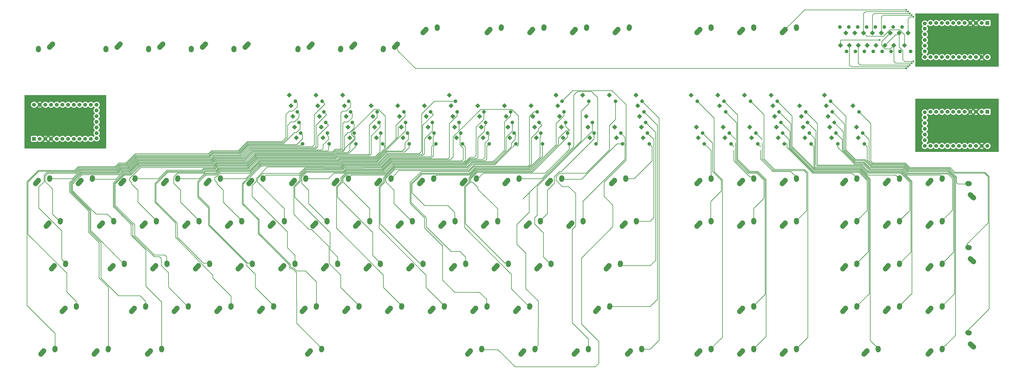
<source format=gbr>
G04 #@! TF.GenerationSoftware,KiCad,Pcbnew,(5.1.5)-3*
G04 #@! TF.CreationDate,2020-04-30T16:40:07-04:00*
G04 #@! TF.ProjectId,MiniVan,4d696e69-5661-46e2-9e6b-696361645f70,rev?*
G04 #@! TF.SameCoordinates,Original*
G04 #@! TF.FileFunction,Copper,L2,Bot*
G04 #@! TF.FilePolarity,Positive*
%FSLAX46Y46*%
G04 Gerber Fmt 4.6, Leading zero omitted, Abs format (unit mm)*
G04 Created by KiCad (PCBNEW (5.1.5)-3) date 2020-04-30 16:40:07*
%MOMM*%
%LPD*%
G04 APERTURE LIST*
%ADD10C,2.250000*%
%ADD11C,2.250000*%
%ADD12C,1.600000*%
%ADD13C,0.100000*%
%ADD14C,1.752600*%
%ADD15R,1.752600X1.752600*%
%ADD16C,0.800000*%
%ADD17C,0.250000*%
%ADD18C,0.254000*%
G04 APERTURE END LIST*
D10*
X128706250Y-68525000D02*
X128746250Y-67945000D01*
D11*
X128746250Y-67945000D03*
D10*
X122396250Y-70485000D02*
X123706252Y-69025000D01*
D11*
X123706250Y-69025000D03*
D12*
X197956577Y-33650327D02*
X197956577Y-33650327D01*
G04 #@! TA.AperFunction,ComponentPad*
D13*
G36*
X194131129Y-30956250D02*
G01*
X195262500Y-29824879D01*
X196393871Y-30956250D01*
X195262500Y-32087621D01*
X194131129Y-30956250D01*
G37*
G04 #@! TD.AperFunction*
D12*
X186050327Y-33650327D02*
X186050327Y-33650327D01*
G04 #@! TA.AperFunction,ComponentPad*
D13*
G36*
X182224879Y-30956250D02*
G01*
X183356250Y-29824879D01*
X184487621Y-30956250D01*
X183356250Y-32087621D01*
X182224879Y-30956250D01*
G37*
G04 #@! TD.AperFunction*
D12*
X221769077Y-33650327D02*
X221769077Y-33650327D01*
G04 #@! TA.AperFunction,ComponentPad*
D13*
G36*
X217943629Y-30956250D02*
G01*
X219075000Y-29824879D01*
X220206371Y-30956250D01*
X219075000Y-32087621D01*
X217943629Y-30956250D01*
G37*
G04 #@! TD.AperFunction*
D12*
X209862827Y-33650327D02*
X209862827Y-33650327D01*
G04 #@! TA.AperFunction,ComponentPad*
D13*
G36*
X206037379Y-30956250D02*
G01*
X207168750Y-29824879D01*
X208300121Y-30956250D01*
X207168750Y-32087621D01*
X206037379Y-30956250D01*
G37*
G04 #@! TD.AperFunction*
D12*
X138425327Y-33650327D02*
X138425327Y-33650327D01*
G04 #@! TA.AperFunction,ComponentPad*
D13*
G36*
X134599879Y-30956250D02*
G01*
X135731250Y-29824879D01*
X136862621Y-30956250D01*
X135731250Y-32087621D01*
X134599879Y-30956250D01*
G37*
G04 #@! TD.AperFunction*
D12*
X90800327Y-33650327D02*
X90800327Y-33650327D01*
G04 #@! TA.AperFunction,ComponentPad*
D13*
G36*
X86974879Y-30956250D02*
G01*
X88106250Y-29824879D01*
X89237621Y-30956250D01*
X88106250Y-32087621D01*
X86974879Y-30956250D01*
G37*
G04 #@! TD.AperFunction*
D12*
X66987827Y-33650327D02*
X66987827Y-33650327D01*
G04 #@! TA.AperFunction,ComponentPad*
D13*
G36*
X63162379Y-30956250D02*
G01*
X64293750Y-29824879D01*
X65425121Y-30956250D01*
X64293750Y-32087621D01*
X63162379Y-30956250D01*
G37*
G04 #@! TD.AperFunction*
D12*
X78894077Y-33650327D02*
X78894077Y-33650327D01*
G04 #@! TA.AperFunction,ComponentPad*
D13*
G36*
X75068629Y-30956250D02*
G01*
X76200000Y-29824879D01*
X77331371Y-30956250D01*
X76200000Y-32087621D01*
X75068629Y-30956250D01*
G37*
G04 #@! TD.AperFunction*
D10*
X87193750Y-10056250D02*
X87153750Y-10636250D01*
D11*
X87153750Y-10636250D03*
D10*
X93503750Y-8096250D02*
X92193748Y-9556250D01*
D11*
X92193750Y-9556250D03*
X-35837500Y-126175000D03*
D10*
X-37147500Y-127635000D02*
X-35837498Y-126175000D01*
D11*
X-30797500Y-125095000D03*
D10*
X-30837500Y-125675000D02*
X-30797500Y-125095000D01*
X271581250Y-125675000D02*
X271621250Y-125095000D01*
D11*
X271621250Y-125095000D03*
D10*
X265271250Y-127635000D02*
X266581252Y-126175000D01*
D11*
X266581250Y-126175000D03*
D10*
X355718750Y-68525000D02*
X355758750Y-67945000D01*
D11*
X355758750Y-67945000D03*
D10*
X349408750Y-70485000D02*
X350718752Y-69025000D01*
D11*
X350718750Y-69025000D03*
D14*
X347980000Y-1270000D03*
X347980000Y-3810000D03*
X347980000Y-6350000D03*
X347980000Y-8890000D03*
X347980000Y-11430000D03*
X375920000Y-13970000D03*
X347980000Y1041400D03*
X373380000Y-13970000D03*
X370840000Y-13970000D03*
X368300000Y-13970000D03*
X365760000Y-13970000D03*
X363220000Y-13970000D03*
X360680000Y-13970000D03*
X358140000Y-13970000D03*
X355600000Y-13970000D03*
X353060000Y-13970000D03*
X350520000Y-13970000D03*
X347980000Y-13970000D03*
X350520000Y1270000D03*
X353060000Y1270000D03*
X355600000Y1270000D03*
X358140000Y1270000D03*
X360680000Y1270000D03*
X363220000Y1270000D03*
X365760000Y1270000D03*
X368300000Y1270000D03*
X370840000Y1270000D03*
X373380000Y1270000D03*
D15*
X375920000Y1270000D03*
D14*
X-21748750Y-47942500D03*
X-21748750Y-45402500D03*
X-21748750Y-42862500D03*
X-21748750Y-40322500D03*
X-21748750Y-37782500D03*
X-49688750Y-35242500D03*
X-21748750Y-50253900D03*
X-47148750Y-35242500D03*
X-44608750Y-35242500D03*
X-42068750Y-35242500D03*
X-39528750Y-35242500D03*
X-36988750Y-35242500D03*
X-34448750Y-35242500D03*
X-31908750Y-35242500D03*
X-29368750Y-35242500D03*
X-26828750Y-35242500D03*
X-24288750Y-35242500D03*
X-21748750Y-35242500D03*
X-24288750Y-50482500D03*
X-26828750Y-50482500D03*
X-29368750Y-50482500D03*
X-31908750Y-50482500D03*
X-34448750Y-50482500D03*
X-36988750Y-50482500D03*
X-39528750Y-50482500D03*
X-42068750Y-50482500D03*
X-44608750Y-50482500D03*
X-47148750Y-50482500D03*
D15*
X-49688750Y-50482500D03*
X375920000Y-38417500D03*
D14*
X373380000Y-38417500D03*
X370840000Y-38417500D03*
X368300000Y-38417500D03*
X365760000Y-38417500D03*
X363220000Y-38417500D03*
X360680000Y-38417500D03*
X358140000Y-38417500D03*
X355600000Y-38417500D03*
X353060000Y-38417500D03*
X350520000Y-38417500D03*
X347980000Y-53657500D03*
X350520000Y-53657500D03*
X353060000Y-53657500D03*
X355600000Y-53657500D03*
X358140000Y-53657500D03*
X360680000Y-53657500D03*
X363220000Y-53657500D03*
X365760000Y-53657500D03*
X368300000Y-53657500D03*
X370840000Y-53657500D03*
X373380000Y-53657500D03*
X347980000Y-38646100D03*
X375920000Y-53657500D03*
X347980000Y-51117500D03*
X347980000Y-48577500D03*
X347980000Y-46037500D03*
X347980000Y-43497500D03*
X347980000Y-40957500D03*
D10*
X290631250Y-1056250D02*
X290671250Y-476250D01*
D11*
X290671250Y-476250D03*
D10*
X284321250Y-3016250D02*
X285631252Y-1556250D01*
D11*
X285631250Y-1556250D03*
D10*
X130293750Y-1056250D02*
X130333750Y-476250D01*
D11*
X130333750Y-476250D03*
D10*
X123983750Y-3016250D02*
X125293752Y-1556250D01*
D11*
X125293750Y-1556250D03*
D10*
X271581250Y-1056250D02*
X271621250Y-476250D01*
D11*
X271621250Y-476250D03*
D10*
X265271250Y-3016250D02*
X266581252Y-1556250D01*
D11*
X266581250Y-1556250D03*
D10*
X252531250Y-1056250D02*
X252571250Y-476250D01*
D11*
X252571250Y-476250D03*
D10*
X246221250Y-3016250D02*
X247531252Y-1556250D01*
D11*
X247531250Y-1556250D03*
D10*
X196968750Y-1056250D02*
X197008750Y-476250D01*
D11*
X197008750Y-476250D03*
D10*
X190658750Y-3016250D02*
X191968752Y-1556250D01*
D11*
X191968750Y-1556250D03*
D10*
X216018750Y-1056250D02*
X216058750Y-476250D01*
D11*
X216058750Y-476250D03*
D10*
X209708750Y-3016250D02*
X211018752Y-1556250D01*
D11*
X211018750Y-1556250D03*
D10*
X177918750Y-1056250D02*
X177958750Y-476250D01*
D11*
X177958750Y-476250D03*
D10*
X171608750Y-3016250D02*
X172918752Y-1556250D01*
D11*
X172918750Y-1556250D03*
D10*
X158868750Y-1056250D02*
X158908750Y-476250D01*
D11*
X158908750Y-476250D03*
D10*
X152558750Y-3016250D02*
X153868752Y-1556250D01*
D11*
X153868750Y-1556250D03*
D10*
X106243750Y-10056250D02*
X106203750Y-10636250D01*
D11*
X106203750Y-10636250D03*
D10*
X112553750Y-8096250D02*
X111243748Y-9556250D01*
D11*
X111243750Y-9556250D03*
D10*
X68143750Y-10056250D02*
X68103750Y-10636250D01*
D11*
X68103750Y-10636250D03*
D10*
X74453750Y-8096250D02*
X73143748Y-9556250D01*
D11*
X73143750Y-9556250D03*
D10*
X-47743750Y-10056250D02*
X-47783750Y-10636250D01*
D11*
X-47783750Y-10636250D03*
D10*
X-41433750Y-8096250D02*
X-42743752Y-9556250D01*
D11*
X-42743750Y-9556250D03*
D10*
X20518750Y-10056250D02*
X20478750Y-10636250D01*
D11*
X20478750Y-10636250D03*
D10*
X26828750Y-8096250D02*
X25518748Y-9556250D01*
D11*
X25518750Y-9556250D03*
D10*
X39568750Y-10056250D02*
X39528750Y-10636250D01*
D11*
X39528750Y-10636250D03*
D10*
X45878750Y-8096250D02*
X44568748Y-9556250D01*
D11*
X44568750Y-9556250D03*
D10*
X-17581250Y-10056250D02*
X-17621250Y-10636250D01*
D11*
X-17621250Y-10636250D03*
D10*
X-11271250Y-8096250D02*
X-12581252Y-9556250D01*
D11*
X-12581250Y-9556250D03*
D10*
X1468750Y-10056250D02*
X1428750Y-10636250D01*
D11*
X1428750Y-10636250D03*
D10*
X7778750Y-8096250D02*
X6468748Y-9556250D01*
D11*
X6468750Y-9556250D03*
D12*
X337824673Y-480923D02*
X337824673Y-480923D01*
G04 #@! TA.AperFunction,ComponentPad*
D13*
G36*
X341650121Y-3175000D02*
G01*
X340518750Y-4306371D01*
X339387379Y-3175000D01*
X340518750Y-2043629D01*
X341650121Y-3175000D01*
G37*
G04 #@! TD.AperFunction*
D12*
X314012173Y-480923D02*
X314012173Y-480923D01*
G04 #@! TA.AperFunction,ComponentPad*
D13*
G36*
X317837621Y-3175000D02*
G01*
X316706250Y-4306371D01*
X315574879Y-3175000D01*
X316706250Y-2043629D01*
X317837621Y-3175000D01*
G37*
G04 #@! TD.AperFunction*
D12*
X310043423Y-480923D02*
X310043423Y-480923D01*
G04 #@! TA.AperFunction,ComponentPad*
D13*
G36*
X313868871Y-3175000D02*
G01*
X312737500Y-4306371D01*
X311606129Y-3175000D01*
X312737500Y-2043629D01*
X313868871Y-3175000D01*
G37*
G04 #@! TD.AperFunction*
D12*
X317980923Y-480923D02*
X317980923Y-480923D01*
G04 #@! TA.AperFunction,ComponentPad*
D13*
G36*
X321806371Y-3175000D02*
G01*
X320675000Y-4306371D01*
X319543629Y-3175000D01*
X320675000Y-2043629D01*
X321806371Y-3175000D01*
G37*
G04 #@! TD.AperFunction*
D12*
X325918423Y-480923D02*
X325918423Y-480923D01*
G04 #@! TA.AperFunction,ComponentPad*
D13*
G36*
X329743871Y-3175000D02*
G01*
X328612500Y-4306371D01*
X327481129Y-3175000D01*
X328612500Y-2043629D01*
X329743871Y-3175000D01*
G37*
G04 #@! TD.AperFunction*
D12*
X321949673Y-480923D02*
X321949673Y-480923D01*
G04 #@! TA.AperFunction,ComponentPad*
D13*
G36*
X325775121Y-3175000D02*
G01*
X324643750Y-4306371D01*
X323512379Y-3175000D01*
X324643750Y-2043629D01*
X325775121Y-3175000D01*
G37*
G04 #@! TD.AperFunction*
D12*
X329887173Y-480923D02*
X329887173Y-480923D01*
G04 #@! TA.AperFunction,ComponentPad*
D13*
G36*
X333712621Y-3175000D02*
G01*
X332581250Y-4306371D01*
X331449879Y-3175000D01*
X332581250Y-2043629D01*
X333712621Y-3175000D01*
G37*
G04 #@! TD.AperFunction*
D12*
X333855923Y-480923D02*
X333855923Y-480923D01*
G04 #@! TA.AperFunction,ComponentPad*
D13*
G36*
X337681371Y-3175000D02*
G01*
X336550000Y-4306371D01*
X335418629Y-3175000D01*
X336550000Y-2043629D01*
X337681371Y-3175000D01*
G37*
G04 #@! TD.AperFunction*
D12*
X313050327Y-11425327D02*
X313050327Y-11425327D01*
G04 #@! TA.AperFunction,ComponentPad*
D13*
G36*
X309224879Y-8731250D02*
G01*
X310356250Y-7599879D01*
X311487621Y-8731250D01*
X310356250Y-9862621D01*
X309224879Y-8731250D01*
G37*
G04 #@! TD.AperFunction*
D12*
X320987827Y-11425327D02*
X320987827Y-11425327D01*
G04 #@! TA.AperFunction,ComponentPad*
D13*
G36*
X317162379Y-8731250D02*
G01*
X318293750Y-7599879D01*
X319425121Y-8731250D01*
X318293750Y-9862621D01*
X317162379Y-8731250D01*
G37*
G04 #@! TD.AperFunction*
D12*
X317019077Y-11425327D02*
X317019077Y-11425327D01*
G04 #@! TA.AperFunction,ComponentPad*
D13*
G36*
X313193629Y-8731250D02*
G01*
X314325000Y-7599879D01*
X315456371Y-8731250D01*
X314325000Y-9862621D01*
X313193629Y-8731250D01*
G37*
G04 #@! TD.AperFunction*
D12*
X341625327Y-11425327D02*
X341625327Y-11425327D01*
G04 #@! TA.AperFunction,ComponentPad*
D13*
G36*
X337799879Y-8731250D02*
G01*
X338931250Y-7599879D01*
X340062621Y-8731250D01*
X338931250Y-9862621D01*
X337799879Y-8731250D01*
G37*
G04 #@! TD.AperFunction*
D12*
X328925327Y-11425327D02*
X328925327Y-11425327D01*
G04 #@! TA.AperFunction,ComponentPad*
D13*
G36*
X325099879Y-8731250D02*
G01*
X326231250Y-7599879D01*
X327362621Y-8731250D01*
X326231250Y-9862621D01*
X325099879Y-8731250D01*
G37*
G04 #@! TD.AperFunction*
D12*
X324956577Y-11425327D02*
X324956577Y-11425327D01*
G04 #@! TA.AperFunction,ComponentPad*
D13*
G36*
X321131129Y-8731250D02*
G01*
X322262500Y-7599879D01*
X323393871Y-8731250D01*
X322262500Y-9862621D01*
X321131129Y-8731250D01*
G37*
G04 #@! TD.AperFunction*
D12*
X336862827Y-11425327D02*
X336862827Y-11425327D01*
G04 #@! TA.AperFunction,ComponentPad*
D13*
G36*
X333037379Y-8731250D02*
G01*
X334168750Y-7599879D01*
X335300121Y-8731250D01*
X334168750Y-9862621D01*
X333037379Y-8731250D01*
G37*
G04 #@! TD.AperFunction*
D12*
X332894077Y-11425327D02*
X332894077Y-11425327D01*
G04 #@! TA.AperFunction,ComponentPad*
D13*
G36*
X329068629Y-8731250D02*
G01*
X330200000Y-7599879D01*
X331331371Y-8731250D01*
X330200000Y-9862621D01*
X329068629Y-8731250D01*
G37*
G04 #@! TD.AperFunction*
D10*
X78700000Y-144725000D02*
X78740000Y-144145000D01*
D11*
X78740000Y-144145000D03*
D10*
X72390000Y-146685000D02*
X73700002Y-145225000D01*
D11*
X73700000Y-145225000D03*
D10*
X367768750Y-137200000D02*
X367188750Y-137160000D01*
D11*
X367188750Y-137160000D03*
D10*
X369728750Y-143510000D02*
X368268750Y-142199998D01*
D11*
X368268750Y-142200000D03*
D10*
X367768750Y-99100000D02*
X367188750Y-99060000D01*
D11*
X367188750Y-99060000D03*
D10*
X369728750Y-105410000D02*
X368268750Y-104099998D01*
D11*
X368268750Y-104100000D03*
D10*
X367768750Y-70525000D02*
X367188750Y-70485000D01*
D11*
X367188750Y-70485000D03*
D10*
X369728750Y-76835000D02*
X368268750Y-75524998D01*
D11*
X368268750Y-75525000D03*
D10*
X355718750Y-144725000D02*
X355758750Y-144145000D01*
D11*
X355758750Y-144145000D03*
D10*
X349408750Y-146685000D02*
X350718752Y-145225000D01*
D11*
X350718750Y-145225000D03*
D10*
X355718750Y-125675000D02*
X355758750Y-125095000D01*
D11*
X355758750Y-125095000D03*
D10*
X349408750Y-127635000D02*
X350718752Y-126175000D01*
D11*
X350718750Y-126175000D03*
D10*
X355718750Y-106625000D02*
X355758750Y-106045000D01*
D11*
X355758750Y-106045000D03*
D10*
X349408750Y-108585000D02*
X350718752Y-107125000D01*
D11*
X350718750Y-107125000D03*
D10*
X355718750Y-87575000D02*
X355758750Y-86995000D01*
D11*
X355758750Y-86995000D03*
D10*
X349408750Y-89535000D02*
X350718752Y-88075000D01*
D11*
X350718750Y-88075000D03*
D10*
X336668750Y-125675000D02*
X336708750Y-125095000D01*
D11*
X336708750Y-125095000D03*
D10*
X330358750Y-127635000D02*
X331668752Y-126175000D01*
D11*
X331668750Y-126175000D03*
D10*
X336668750Y-106625000D02*
X336708750Y-106045000D01*
D11*
X336708750Y-106045000D03*
D10*
X330358750Y-108585000D02*
X331668752Y-107125000D01*
D11*
X331668750Y-107125000D03*
D10*
X336668750Y-87575000D02*
X336708750Y-86995000D01*
D11*
X336708750Y-86995000D03*
D10*
X330358750Y-89535000D02*
X331668752Y-88075000D01*
D11*
X331668750Y-88075000D03*
D10*
X336668750Y-68525000D02*
X336708750Y-67945000D01*
D11*
X336708750Y-67945000D03*
D10*
X330358750Y-70485000D02*
X331668752Y-69025000D01*
D11*
X331668750Y-69025000D03*
D10*
X327143750Y-144725000D02*
X327183750Y-144145000D01*
D11*
X327183750Y-144145000D03*
D10*
X320833750Y-146685000D02*
X322143752Y-145225000D01*
D11*
X322143750Y-145225000D03*
D10*
X317618750Y-125675000D02*
X317658750Y-125095000D01*
D11*
X317658750Y-125095000D03*
D10*
X311308750Y-127635000D02*
X312618752Y-126175000D01*
D11*
X312618750Y-126175000D03*
D10*
X317618750Y-106625000D02*
X317658750Y-106045000D01*
D11*
X317658750Y-106045000D03*
D10*
X311308750Y-108585000D02*
X312618752Y-107125000D01*
D11*
X312618750Y-107125000D03*
D10*
X317618750Y-87575000D02*
X317658750Y-86995000D01*
D11*
X317658750Y-86995000D03*
D10*
X311308750Y-89535000D02*
X312618752Y-88075000D01*
D11*
X312618750Y-88075000D03*
D10*
X317618750Y-68525000D02*
X317658750Y-67945000D01*
D11*
X317658750Y-67945000D03*
D10*
X311308750Y-70485000D02*
X312618752Y-69025000D01*
D11*
X312618750Y-69025000D03*
D10*
X290631250Y-144725000D02*
X290671250Y-144145000D01*
D11*
X290671250Y-144145000D03*
D10*
X284321250Y-146685000D02*
X285631252Y-145225000D01*
D11*
X285631250Y-145225000D03*
D10*
X290631250Y-87575000D02*
X290671250Y-86995000D01*
D11*
X290671250Y-86995000D03*
D10*
X284321250Y-89535000D02*
X285631252Y-88075000D01*
D11*
X285631250Y-88075000D03*
D10*
X290631250Y-68525000D02*
X290671250Y-67945000D01*
D11*
X290671250Y-67945000D03*
D10*
X284321250Y-70485000D02*
X285631252Y-69025000D01*
D11*
X285631250Y-69025000D03*
D10*
X271581250Y-144725000D02*
X271621250Y-144145000D01*
D11*
X271621250Y-144145000D03*
D10*
X265271250Y-146685000D02*
X266581252Y-145225000D01*
D11*
X266581250Y-145225000D03*
D10*
X271581250Y-87575000D02*
X271621250Y-86995000D01*
D11*
X271621250Y-86995000D03*
D10*
X265271250Y-89535000D02*
X266581252Y-88075000D01*
D11*
X266581250Y-88075000D03*
D10*
X271581250Y-68525000D02*
X271621250Y-67945000D01*
D11*
X271621250Y-67945000D03*
D10*
X265271250Y-70485000D02*
X266581252Y-69025000D01*
D11*
X266581250Y-69025000D03*
D10*
X252531250Y-144725000D02*
X252571250Y-144145000D01*
D11*
X252571250Y-144145000D03*
D10*
X246221250Y-146685000D02*
X247531252Y-145225000D01*
D11*
X247531250Y-145225000D03*
D10*
X252531250Y-87575000D02*
X252571250Y-86995000D01*
D11*
X252571250Y-86995000D03*
D10*
X246221250Y-89535000D02*
X247531252Y-88075000D01*
D11*
X247531250Y-88075000D03*
D10*
X252531250Y-68525000D02*
X252571250Y-67945000D01*
D11*
X252571250Y-67945000D03*
D10*
X246221250Y-70485000D02*
X247531252Y-69025000D01*
D11*
X247531250Y-69025000D03*
D10*
X221575000Y-144725000D02*
X221615000Y-144145000D01*
D11*
X221615000Y-144145000D03*
D10*
X215265000Y-146685000D02*
X216575002Y-145225000D01*
D11*
X216575000Y-145225000D03*
D10*
X207287500Y-125675000D02*
X207327500Y-125095000D01*
D11*
X207327500Y-125095000D03*
D10*
X200977500Y-127635000D02*
X202287502Y-126175000D01*
D11*
X202287500Y-126175000D03*
D10*
X212050000Y-106625000D02*
X212090000Y-106045000D01*
D11*
X212090000Y-106045000D03*
D10*
X205740000Y-108585000D02*
X207050002Y-107125000D01*
D11*
X207050000Y-107125000D03*
D10*
X219193750Y-87575000D02*
X219233750Y-86995000D01*
D11*
X219233750Y-86995000D03*
D10*
X212883750Y-89535000D02*
X214193752Y-88075000D01*
D11*
X214193750Y-88075000D03*
D10*
X214431250Y-68525000D02*
X214471250Y-67945000D01*
D11*
X214471250Y-67945000D03*
D10*
X208121250Y-70485000D02*
X209431252Y-69025000D01*
D11*
X209431250Y-69025000D03*
D10*
X197762500Y-144725000D02*
X197802500Y-144145000D01*
D11*
X197802500Y-144145000D03*
D10*
X191452500Y-146685000D02*
X192762502Y-145225000D01*
D11*
X192762500Y-145225000D03*
D10*
X195381250Y-87575000D02*
X195421250Y-86995000D01*
D11*
X195421250Y-86995000D03*
D10*
X189071250Y-89535000D02*
X190381252Y-88075000D01*
D11*
X190381250Y-88075000D03*
D10*
X185856250Y-68525000D02*
X185896250Y-67945000D01*
D11*
X185896250Y-67945000D03*
D10*
X179546250Y-70485000D02*
X180856252Y-69025000D01*
D11*
X180856250Y-69025000D03*
D10*
X173950000Y-144725000D02*
X173990000Y-144145000D01*
D11*
X173990000Y-144145000D03*
D10*
X167640000Y-146685000D02*
X168950002Y-145225000D01*
D11*
X168950000Y-145225000D03*
D10*
X181093750Y-106625000D02*
X181133750Y-106045000D01*
D11*
X181133750Y-106045000D03*
D10*
X174783750Y-108585000D02*
X176093752Y-107125000D01*
D11*
X176093750Y-107125000D03*
D10*
X176331250Y-87575000D02*
X176371250Y-86995000D01*
D11*
X176371250Y-86995000D03*
D10*
X170021250Y-89535000D02*
X171331252Y-88075000D01*
D11*
X171331250Y-88075000D03*
D10*
X166806250Y-68525000D02*
X166846250Y-67945000D01*
D11*
X166846250Y-67945000D03*
D10*
X160496250Y-70485000D02*
X161806252Y-69025000D01*
D11*
X161806250Y-69025000D03*
D10*
X150137500Y-144725000D02*
X150177500Y-144145000D01*
D11*
X150177500Y-144145000D03*
D10*
X143827500Y-146685000D02*
X145137502Y-145225000D01*
D11*
X145137500Y-145225000D03*
D10*
X171568750Y-125675000D02*
X171608750Y-125095000D01*
D11*
X171608750Y-125095000D03*
D10*
X165258750Y-127635000D02*
X166568752Y-126175000D01*
D11*
X166568750Y-126175000D03*
D10*
X162043750Y-106625000D02*
X162083750Y-106045000D01*
D11*
X162083750Y-106045000D03*
D10*
X155733750Y-108585000D02*
X157043752Y-107125000D01*
D11*
X157043750Y-107125000D03*
D10*
X157281250Y-87575000D02*
X157321250Y-86995000D01*
D11*
X157321250Y-86995000D03*
D10*
X150971250Y-89535000D02*
X152281252Y-88075000D01*
D11*
X152281250Y-88075000D03*
D10*
X147756250Y-68525000D02*
X147796250Y-67945000D01*
D11*
X147796250Y-67945000D03*
D10*
X141446250Y-70485000D02*
X142756252Y-69025000D01*
D11*
X142756250Y-69025000D03*
D10*
X152518750Y-125675000D02*
X152558750Y-125095000D01*
D11*
X152558750Y-125095000D03*
D10*
X146208750Y-127635000D02*
X147518752Y-126175000D01*
D11*
X147518750Y-126175000D03*
D10*
X142993750Y-106625000D02*
X143033750Y-106045000D01*
D11*
X143033750Y-106045000D03*
D10*
X136683750Y-108585000D02*
X137993752Y-107125000D01*
D11*
X137993750Y-107125000D03*
D10*
X138231250Y-87575000D02*
X138271250Y-86995000D01*
D11*
X138271250Y-86995000D03*
D10*
X131921250Y-89535000D02*
X133231252Y-88075000D01*
D11*
X133231250Y-88075000D03*
D10*
X133468750Y-125675000D02*
X133508750Y-125095000D01*
D11*
X133508750Y-125095000D03*
D10*
X127158750Y-127635000D02*
X128468752Y-126175000D01*
D11*
X128468750Y-126175000D03*
D10*
X123943750Y-106625000D02*
X123983750Y-106045000D01*
D11*
X123983750Y-106045000D03*
D10*
X117633750Y-108585000D02*
X118943752Y-107125000D01*
D11*
X118943750Y-107125000D03*
D10*
X119181250Y-87575000D02*
X119221250Y-86995000D01*
D11*
X119221250Y-86995000D03*
D10*
X112871250Y-89535000D02*
X114181252Y-88075000D01*
D11*
X114181250Y-88075000D03*
D10*
X109656250Y-68525000D02*
X109696250Y-67945000D01*
D11*
X109696250Y-67945000D03*
D10*
X103346250Y-70485000D02*
X104656252Y-69025000D01*
D11*
X104656250Y-69025000D03*
D10*
X114418750Y-125675000D02*
X114458750Y-125095000D01*
D11*
X114458750Y-125095000D03*
D10*
X108108750Y-127635000D02*
X109418752Y-126175000D01*
D11*
X109418750Y-126175000D03*
D10*
X104893750Y-106625000D02*
X104933750Y-106045000D01*
D11*
X104933750Y-106045000D03*
D10*
X98583750Y-108585000D02*
X99893752Y-107125000D01*
D11*
X99893750Y-107125000D03*
D10*
X100131250Y-87575000D02*
X100171250Y-86995000D01*
D11*
X100171250Y-86995000D03*
D10*
X93821250Y-89535000D02*
X95131252Y-88075000D01*
D11*
X95131250Y-88075000D03*
D10*
X90606250Y-68525000D02*
X90646250Y-67945000D01*
D11*
X90646250Y-67945000D03*
D10*
X84296250Y-70485000D02*
X85606252Y-69025000D01*
D11*
X85606250Y-69025000D03*
D10*
X95368750Y-125675000D02*
X95408750Y-125095000D01*
D11*
X95408750Y-125095000D03*
D10*
X89058750Y-127635000D02*
X90368752Y-126175000D01*
D11*
X90368750Y-126175000D03*
D10*
X85843750Y-106625000D02*
X85883750Y-106045000D01*
D11*
X85883750Y-106045000D03*
D10*
X79533750Y-108585000D02*
X80843752Y-107125000D01*
D11*
X80843750Y-107125000D03*
D10*
X81081250Y-87575000D02*
X81121250Y-86995000D01*
D11*
X81121250Y-86995000D03*
D10*
X74771250Y-89535000D02*
X76081252Y-88075000D01*
D11*
X76081250Y-88075000D03*
D10*
X71556250Y-68525000D02*
X71596250Y-67945000D01*
D11*
X71596250Y-67945000D03*
D10*
X65246250Y-70485000D02*
X66556252Y-69025000D01*
D11*
X66556250Y-69025000D03*
D10*
X76318750Y-125675000D02*
X76358750Y-125095000D01*
D11*
X76358750Y-125095000D03*
D10*
X70008750Y-127635000D02*
X71318752Y-126175000D01*
D11*
X71318750Y-126175000D03*
D10*
X66793750Y-106625000D02*
X66833750Y-106045000D01*
D11*
X66833750Y-106045000D03*
D10*
X60483750Y-108585000D02*
X61793752Y-107125000D01*
D11*
X61793750Y-107125000D03*
D10*
X62031250Y-87575000D02*
X62071250Y-86995000D01*
D11*
X62071250Y-86995000D03*
D10*
X55721250Y-89535000D02*
X57031252Y-88075000D01*
D11*
X57031250Y-88075000D03*
D10*
X52506250Y-68525000D02*
X52546250Y-67945000D01*
D11*
X52546250Y-67945000D03*
D10*
X46196250Y-70485000D02*
X47506252Y-69025000D01*
D11*
X47506250Y-69025000D03*
D10*
X57268750Y-125675000D02*
X57308750Y-125095000D01*
D11*
X57308750Y-125095000D03*
D10*
X50958750Y-127635000D02*
X52268752Y-126175000D01*
D11*
X52268750Y-126175000D03*
D10*
X47743750Y-106625000D02*
X47783750Y-106045000D01*
D11*
X47783750Y-106045000D03*
D10*
X41433750Y-108585000D02*
X42743752Y-107125000D01*
D11*
X42743750Y-107125000D03*
D10*
X42981250Y-87575000D02*
X43021250Y-86995000D01*
D11*
X43021250Y-86995000D03*
D10*
X36671250Y-89535000D02*
X37981252Y-88075000D01*
D11*
X37981250Y-88075000D03*
D10*
X33456250Y-68525000D02*
X33496250Y-67945000D01*
D11*
X33496250Y-67945000D03*
D10*
X27146250Y-70485000D02*
X28456252Y-69025000D01*
D11*
X28456250Y-69025000D03*
D10*
X38218750Y-125675000D02*
X38258750Y-125095000D01*
D11*
X38258750Y-125095000D03*
D10*
X31908750Y-127635000D02*
X33218752Y-126175000D01*
D11*
X33218750Y-126175000D03*
D10*
X28693750Y-106625000D02*
X28733750Y-106045000D01*
D11*
X28733750Y-106045000D03*
D10*
X22383750Y-108585000D02*
X23693752Y-107125000D01*
D11*
X23693750Y-107125000D03*
D10*
X23931250Y-87575000D02*
X23971250Y-86995000D01*
D11*
X23971250Y-86995000D03*
D10*
X17621250Y-89535000D02*
X18931252Y-88075000D01*
D11*
X18931250Y-88075000D03*
D10*
X14406250Y-68525000D02*
X14446250Y-67945000D01*
D11*
X14446250Y-67945000D03*
D10*
X8096250Y-70485000D02*
X9406252Y-69025000D01*
D11*
X9406250Y-69025000D03*
D10*
X7262500Y-144725000D02*
X7302500Y-144145000D01*
D11*
X7302500Y-144145000D03*
D10*
X952500Y-146685000D02*
X2262502Y-145225000D01*
D11*
X2262500Y-145225000D03*
D10*
X19168750Y-125675000D02*
X19208750Y-125095000D01*
D11*
X19208750Y-125095000D03*
D10*
X12858750Y-127635000D02*
X14168752Y-126175000D01*
D11*
X14168750Y-126175000D03*
D10*
X9643750Y-106625000D02*
X9683750Y-106045000D01*
D11*
X9683750Y-106045000D03*
D10*
X3333750Y-108585000D02*
X4643752Y-107125000D01*
D11*
X4643750Y-107125000D03*
D10*
X4881250Y-87575000D02*
X4921250Y-86995000D01*
D11*
X4921250Y-86995000D03*
D10*
X-1428750Y-89535000D02*
X-118748Y-88075000D01*
D11*
X-118750Y-88075000D03*
D10*
X-4643750Y-68525000D02*
X-4603750Y-67945000D01*
D11*
X-4603750Y-67945000D03*
D10*
X-10953750Y-70485000D02*
X-9643748Y-69025000D01*
D11*
X-9643750Y-69025000D03*
D10*
X-16550000Y-144725000D02*
X-16510000Y-144145000D01*
D11*
X-16510000Y-144145000D03*
D10*
X-22860000Y-146685000D02*
X-21549998Y-145225000D01*
D11*
X-21550000Y-145225000D03*
D10*
X118750Y-125675000D02*
X158750Y-125095000D01*
D11*
X158750Y-125095000D03*
D10*
X-6191250Y-127635000D02*
X-4881248Y-126175000D01*
D11*
X-4881250Y-126175000D03*
D10*
X-9406250Y-106625000D02*
X-9366250Y-106045000D01*
D11*
X-9366250Y-106045000D03*
D10*
X-15716250Y-108585000D02*
X-14406248Y-107125000D01*
D11*
X-14406250Y-107125000D03*
D10*
X-14168750Y-87575000D02*
X-14128750Y-86995000D01*
D11*
X-14128750Y-86995000D03*
D10*
X-20478750Y-89535000D02*
X-19168748Y-88075000D01*
D11*
X-19168750Y-88075000D03*
D10*
X-23693750Y-68525000D02*
X-23653750Y-67945000D01*
D11*
X-23653750Y-67945000D03*
D10*
X-30003750Y-70485000D02*
X-28693748Y-69025000D01*
D11*
X-28693750Y-69025000D03*
D10*
X-40362500Y-144725000D02*
X-40322500Y-144145000D01*
D11*
X-40322500Y-144145000D03*
D10*
X-46672500Y-146685000D02*
X-45362498Y-145225000D01*
D11*
X-45362500Y-145225000D03*
D10*
X-35600000Y-106625000D02*
X-35560000Y-106045000D01*
D11*
X-35560000Y-106045000D03*
D10*
X-41910000Y-108585000D02*
X-40599998Y-107125000D01*
D11*
X-40600000Y-107125000D03*
D10*
X-37981250Y-87575000D02*
X-37941250Y-86995000D01*
D11*
X-37941250Y-86995000D03*
D10*
X-44291250Y-89535000D02*
X-42981248Y-88075000D01*
D11*
X-42981250Y-88075000D03*
D10*
X-42743750Y-68525000D02*
X-42703750Y-67945000D01*
D11*
X-42703750Y-67945000D03*
D10*
X-49053750Y-70485000D02*
X-47743748Y-69025000D01*
D11*
X-47743750Y-69025000D03*
D12*
X318606577Y-38412827D02*
X318606577Y-38412827D01*
G04 #@! TA.AperFunction,ComponentPad*
D13*
G36*
X314781129Y-35718750D02*
G01*
X315912500Y-34587379D01*
X317043871Y-35718750D01*
X315912500Y-36850121D01*
X314781129Y-35718750D01*
G37*
G04 #@! TD.AperFunction*
D12*
X320194077Y-47937827D02*
X320194077Y-47937827D01*
G04 #@! TA.AperFunction,ComponentPad*
D13*
G36*
X316368629Y-45243750D02*
G01*
X317500000Y-44112379D01*
X318631371Y-45243750D01*
X317500000Y-46375121D01*
X316368629Y-45243750D01*
G37*
G04 #@! TD.AperFunction*
D12*
X320987827Y-52700327D02*
X320987827Y-52700327D01*
G04 #@! TA.AperFunction,ComponentPad*
D13*
G36*
X317162379Y-50006250D02*
G01*
X318293750Y-48874879D01*
X319425121Y-50006250D01*
X318293750Y-51137621D01*
X317162379Y-50006250D01*
G37*
G04 #@! TD.AperFunction*
D12*
X305906577Y-33650327D02*
X305906577Y-33650327D01*
G04 #@! TA.AperFunction,ComponentPad*
D13*
G36*
X302081129Y-30956250D02*
G01*
X303212500Y-29824879D01*
X304343871Y-30956250D01*
X303212500Y-32087621D01*
X302081129Y-30956250D01*
G37*
G04 #@! TD.AperFunction*
D12*
X306700327Y-38412827D02*
X306700327Y-38412827D01*
G04 #@! TA.AperFunction,ComponentPad*
D13*
G36*
X302874879Y-35718750D02*
G01*
X304006250Y-34587379D01*
X305137621Y-35718750D01*
X304006250Y-36850121D01*
X302874879Y-35718750D01*
G37*
G04 #@! TD.AperFunction*
D12*
X307494077Y-43175327D02*
X307494077Y-43175327D01*
G04 #@! TA.AperFunction,ComponentPad*
D13*
G36*
X303668629Y-40481250D02*
G01*
X304800000Y-39349879D01*
X305931371Y-40481250D01*
X304800000Y-41612621D01*
X303668629Y-40481250D01*
G37*
G04 #@! TD.AperFunction*
D12*
X308287827Y-47937827D02*
X308287827Y-47937827D01*
G04 #@! TA.AperFunction,ComponentPad*
D13*
G36*
X304462379Y-45243750D02*
G01*
X305593750Y-44112379D01*
X306725121Y-45243750D01*
X305593750Y-46375121D01*
X304462379Y-45243750D01*
G37*
G04 #@! TD.AperFunction*
D12*
X309081577Y-52700327D02*
X309081577Y-52700327D01*
G04 #@! TA.AperFunction,ComponentPad*
D13*
G36*
X305256129Y-50006250D02*
G01*
X306387500Y-48874879D01*
X307518871Y-50006250D01*
X306387500Y-51137621D01*
X305256129Y-50006250D01*
G37*
G04 #@! TD.AperFunction*
D12*
X294794077Y-38412827D02*
X294794077Y-38412827D01*
G04 #@! TA.AperFunction,ComponentPad*
D13*
G36*
X290968629Y-35718750D02*
G01*
X292100000Y-34587379D01*
X293231371Y-35718750D01*
X292100000Y-36850121D01*
X290968629Y-35718750D01*
G37*
G04 #@! TD.AperFunction*
D12*
X295587827Y-43175327D02*
X295587827Y-43175327D01*
G04 #@! TA.AperFunction,ComponentPad*
D13*
G36*
X291762379Y-40481250D02*
G01*
X292893750Y-39349879D01*
X294025121Y-40481250D01*
X292893750Y-41612621D01*
X291762379Y-40481250D01*
G37*
G04 #@! TD.AperFunction*
D12*
X296381577Y-47937827D02*
X296381577Y-47937827D01*
G04 #@! TA.AperFunction,ComponentPad*
D13*
G36*
X292556129Y-45243750D02*
G01*
X293687500Y-44112379D01*
X294818871Y-45243750D01*
X293687500Y-46375121D01*
X292556129Y-45243750D01*
G37*
G04 #@! TD.AperFunction*
D12*
X297175327Y-52700327D02*
X297175327Y-52700327D01*
G04 #@! TA.AperFunction,ComponentPad*
D13*
G36*
X293349879Y-50006250D02*
G01*
X294481250Y-48874879D01*
X295612621Y-50006250D01*
X294481250Y-51137621D01*
X293349879Y-50006250D01*
G37*
G04 #@! TD.AperFunction*
D12*
X282094077Y-33650327D02*
X282094077Y-33650327D01*
G04 #@! TA.AperFunction,ComponentPad*
D13*
G36*
X278268629Y-30956250D02*
G01*
X279400000Y-29824879D01*
X280531371Y-30956250D01*
X279400000Y-32087621D01*
X278268629Y-30956250D01*
G37*
G04 #@! TD.AperFunction*
D12*
X282887827Y-38412827D02*
X282887827Y-38412827D01*
G04 #@! TA.AperFunction,ComponentPad*
D13*
G36*
X279062379Y-35718750D02*
G01*
X280193750Y-34587379D01*
X281325121Y-35718750D01*
X280193750Y-36850121D01*
X279062379Y-35718750D01*
G37*
G04 #@! TD.AperFunction*
D12*
X283681577Y-43175327D02*
X283681577Y-43175327D01*
G04 #@! TA.AperFunction,ComponentPad*
D13*
G36*
X279856129Y-40481250D02*
G01*
X280987500Y-39349879D01*
X282118871Y-40481250D01*
X280987500Y-41612621D01*
X279856129Y-40481250D01*
G37*
G04 #@! TD.AperFunction*
D12*
X284475327Y-47937827D02*
X284475327Y-47937827D01*
G04 #@! TA.AperFunction,ComponentPad*
D13*
G36*
X280649879Y-45243750D02*
G01*
X281781250Y-44112379D01*
X282912621Y-45243750D01*
X281781250Y-46375121D01*
X280649879Y-45243750D01*
G37*
G04 #@! TD.AperFunction*
D12*
X285269077Y-52700327D02*
X285269077Y-52700327D01*
G04 #@! TA.AperFunction,ComponentPad*
D13*
G36*
X281443629Y-50006250D02*
G01*
X282575000Y-48874879D01*
X283706371Y-50006250D01*
X282575000Y-51137621D01*
X281443629Y-50006250D01*
G37*
G04 #@! TD.AperFunction*
D12*
X270187827Y-33650327D02*
X270187827Y-33650327D01*
G04 #@! TA.AperFunction,ComponentPad*
D13*
G36*
X266362379Y-30956250D02*
G01*
X267493750Y-29824879D01*
X268625121Y-30956250D01*
X267493750Y-32087621D01*
X266362379Y-30956250D01*
G37*
G04 #@! TD.AperFunction*
D12*
X272569077Y-47937827D02*
X272569077Y-47937827D01*
G04 #@! TA.AperFunction,ComponentPad*
D13*
G36*
X268743629Y-45243750D02*
G01*
X269875000Y-44112379D01*
X271006371Y-45243750D01*
X269875000Y-46375121D01*
X268743629Y-45243750D01*
G37*
G04 #@! TD.AperFunction*
D12*
X273362827Y-52700327D02*
X273362827Y-52700327D01*
G04 #@! TA.AperFunction,ComponentPad*
D13*
G36*
X269537379Y-50006250D02*
G01*
X270668750Y-48874879D01*
X271800121Y-50006250D01*
X270668750Y-51137621D01*
X269537379Y-50006250D01*
G37*
G04 #@! TD.AperFunction*
D12*
X258281577Y-33650327D02*
X258281577Y-33650327D01*
G04 #@! TA.AperFunction,ComponentPad*
D13*
G36*
X254456129Y-30956250D02*
G01*
X255587500Y-29824879D01*
X256718871Y-30956250D01*
X255587500Y-32087621D01*
X254456129Y-30956250D01*
G37*
G04 #@! TD.AperFunction*
D12*
X259075327Y-38412827D02*
X259075327Y-38412827D01*
G04 #@! TA.AperFunction,ComponentPad*
D13*
G36*
X255249879Y-35718750D02*
G01*
X256381250Y-34587379D01*
X257512621Y-35718750D01*
X256381250Y-36850121D01*
X255249879Y-35718750D01*
G37*
G04 #@! TD.AperFunction*
D12*
X260662827Y-47937827D02*
X260662827Y-47937827D01*
G04 #@! TA.AperFunction,ComponentPad*
D13*
G36*
X256837379Y-45243750D02*
G01*
X257968750Y-44112379D01*
X259100121Y-45243750D01*
X257968750Y-46375121D01*
X256837379Y-45243750D01*
G37*
G04 #@! TD.AperFunction*
D12*
X261456577Y-52700327D02*
X261456577Y-52700327D01*
G04 #@! TA.AperFunction,ComponentPad*
D13*
G36*
X257631129Y-50006250D02*
G01*
X258762500Y-48874879D01*
X259893871Y-50006250D01*
X258762500Y-51137621D01*
X257631129Y-50006250D01*
G37*
G04 #@! TD.AperFunction*
D12*
X246375327Y-33650327D02*
X246375327Y-33650327D01*
G04 #@! TA.AperFunction,ComponentPad*
D13*
G36*
X242549879Y-30956250D02*
G01*
X243681250Y-29824879D01*
X244812621Y-30956250D01*
X243681250Y-32087621D01*
X242549879Y-30956250D01*
G37*
G04 #@! TD.AperFunction*
D12*
X248756577Y-47937827D02*
X248756577Y-47937827D01*
G04 #@! TA.AperFunction,ComponentPad*
D13*
G36*
X244931129Y-45243750D02*
G01*
X246062500Y-44112379D01*
X247193871Y-45243750D01*
X246062500Y-46375121D01*
X244931129Y-45243750D01*
G37*
G04 #@! TD.AperFunction*
D12*
X249550327Y-52700327D02*
X249550327Y-52700327D01*
G04 #@! TA.AperFunction,ComponentPad*
D13*
G36*
X245724879Y-50006250D02*
G01*
X246856250Y-48874879D01*
X247987621Y-50006250D01*
X246856250Y-51137621D01*
X245724879Y-50006250D01*
G37*
G04 #@! TD.AperFunction*
D12*
X222562827Y-38412827D02*
X222562827Y-38412827D01*
G04 #@! TA.AperFunction,ComponentPad*
D13*
G36*
X218737379Y-35718750D02*
G01*
X219868750Y-34587379D01*
X221000121Y-35718750D01*
X219868750Y-36850121D01*
X218737379Y-35718750D01*
G37*
G04 #@! TD.AperFunction*
D12*
X223356577Y-43175327D02*
X223356577Y-43175327D01*
G04 #@! TA.AperFunction,ComponentPad*
D13*
G36*
X219531129Y-40481250D02*
G01*
X220662500Y-39349879D01*
X221793871Y-40481250D01*
X220662500Y-41612621D01*
X219531129Y-40481250D01*
G37*
G04 #@! TD.AperFunction*
D12*
X224150327Y-47937827D02*
X224150327Y-47937827D01*
G04 #@! TA.AperFunction,ComponentPad*
D13*
G36*
X220324879Y-45243750D02*
G01*
X221456250Y-44112379D01*
X222587621Y-45243750D01*
X221456250Y-46375121D01*
X220324879Y-45243750D01*
G37*
G04 #@! TD.AperFunction*
D12*
X224944077Y-52700327D02*
X224944077Y-52700327D01*
G04 #@! TA.AperFunction,ComponentPad*
D13*
G36*
X221118629Y-50006250D02*
G01*
X222250000Y-48874879D01*
X223381371Y-50006250D01*
X222250000Y-51137621D01*
X221118629Y-50006250D01*
G37*
G04 #@! TD.AperFunction*
D12*
X212244077Y-47937827D02*
X212244077Y-47937827D01*
G04 #@! TA.AperFunction,ComponentPad*
D13*
G36*
X208418629Y-45243750D02*
G01*
X209550000Y-44112379D01*
X210681371Y-45243750D01*
X209550000Y-46375121D01*
X208418629Y-45243750D01*
G37*
G04 #@! TD.AperFunction*
D12*
X213037827Y-52700327D02*
X213037827Y-52700327D01*
G04 #@! TA.AperFunction,ComponentPad*
D13*
G36*
X209212379Y-50006250D02*
G01*
X210343750Y-48874879D01*
X211475121Y-50006250D01*
X210343750Y-51137621D01*
X209212379Y-50006250D01*
G37*
G04 #@! TD.AperFunction*
D12*
X199544077Y-43175327D02*
X199544077Y-43175327D01*
G04 #@! TA.AperFunction,ComponentPad*
D13*
G36*
X195718629Y-40481250D02*
G01*
X196850000Y-39349879D01*
X197981371Y-40481250D01*
X196850000Y-41612621D01*
X195718629Y-40481250D01*
G37*
G04 #@! TD.AperFunction*
D12*
X200337827Y-47937827D02*
X200337827Y-47937827D01*
G04 #@! TA.AperFunction,ComponentPad*
D13*
G36*
X196512379Y-45243750D02*
G01*
X197643750Y-44112379D01*
X198775121Y-45243750D01*
X197643750Y-46375121D01*
X196512379Y-45243750D01*
G37*
G04 #@! TD.AperFunction*
D12*
X201131577Y-52700327D02*
X201131577Y-52700327D01*
G04 #@! TA.AperFunction,ComponentPad*
D13*
G36*
X197306129Y-50006250D02*
G01*
X198437500Y-48874879D01*
X199568871Y-50006250D01*
X198437500Y-51137621D01*
X197306129Y-50006250D01*
G37*
G04 #@! TD.AperFunction*
D12*
X186844077Y-38412827D02*
X186844077Y-38412827D01*
G04 #@! TA.AperFunction,ComponentPad*
D13*
G36*
X183018629Y-35718750D02*
G01*
X184150000Y-34587379D01*
X185281371Y-35718750D01*
X184150000Y-36850121D01*
X183018629Y-35718750D01*
G37*
G04 #@! TD.AperFunction*
D12*
X187637827Y-43175327D02*
X187637827Y-43175327D01*
G04 #@! TA.AperFunction,ComponentPad*
D13*
G36*
X183812379Y-40481250D02*
G01*
X184943750Y-39349879D01*
X186075121Y-40481250D01*
X184943750Y-41612621D01*
X183812379Y-40481250D01*
G37*
G04 #@! TD.AperFunction*
D12*
X188431577Y-47937827D02*
X188431577Y-47937827D01*
G04 #@! TA.AperFunction,ComponentPad*
D13*
G36*
X184606129Y-45243750D02*
G01*
X185737500Y-44112379D01*
X186868871Y-45243750D01*
X185737500Y-46375121D01*
X184606129Y-45243750D01*
G37*
G04 #@! TD.AperFunction*
D12*
X189225327Y-52700327D02*
X189225327Y-52700327D01*
G04 #@! TA.AperFunction,ComponentPad*
D13*
G36*
X185399879Y-50006250D02*
G01*
X186531250Y-48874879D01*
X187662621Y-50006250D01*
X186531250Y-51137621D01*
X185399879Y-50006250D01*
G37*
G04 #@! TD.AperFunction*
D12*
X174937827Y-38412827D02*
X174937827Y-38412827D01*
G04 #@! TA.AperFunction,ComponentPad*
D13*
G36*
X171112379Y-35718750D02*
G01*
X172243750Y-34587379D01*
X173375121Y-35718750D01*
X172243750Y-36850121D01*
X171112379Y-35718750D01*
G37*
G04 #@! TD.AperFunction*
D12*
X175731577Y-43175327D02*
X175731577Y-43175327D01*
G04 #@! TA.AperFunction,ComponentPad*
D13*
G36*
X171906129Y-40481250D02*
G01*
X173037500Y-39349879D01*
X174168871Y-40481250D01*
X173037500Y-41612621D01*
X171906129Y-40481250D01*
G37*
G04 #@! TD.AperFunction*
D12*
X176525327Y-47937827D02*
X176525327Y-47937827D01*
G04 #@! TA.AperFunction,ComponentPad*
D13*
G36*
X172699879Y-45243750D02*
G01*
X173831250Y-44112379D01*
X174962621Y-45243750D01*
X173831250Y-46375121D01*
X172699879Y-45243750D01*
G37*
G04 #@! TD.AperFunction*
D12*
X177319077Y-52700327D02*
X177319077Y-52700327D01*
G04 #@! TA.AperFunction,ComponentPad*
D13*
G36*
X173493629Y-50006250D02*
G01*
X174625000Y-48874879D01*
X175756371Y-50006250D01*
X174625000Y-51137621D01*
X173493629Y-50006250D01*
G37*
G04 #@! TD.AperFunction*
D12*
X163031577Y-38412827D02*
X163031577Y-38412827D01*
G04 #@! TA.AperFunction,ComponentPad*
D13*
G36*
X159206129Y-35718750D02*
G01*
X160337500Y-34587379D01*
X161468871Y-35718750D01*
X160337500Y-36850121D01*
X159206129Y-35718750D01*
G37*
G04 #@! TD.AperFunction*
D12*
X163825327Y-43175327D02*
X163825327Y-43175327D01*
G04 #@! TA.AperFunction,ComponentPad*
D13*
G36*
X159999879Y-40481250D02*
G01*
X161131250Y-39349879D01*
X162262621Y-40481250D01*
X161131250Y-41612621D01*
X159999879Y-40481250D01*
G37*
G04 #@! TD.AperFunction*
D12*
X164619077Y-47937827D02*
X164619077Y-47937827D01*
G04 #@! TA.AperFunction,ComponentPad*
D13*
G36*
X160793629Y-45243750D02*
G01*
X161925000Y-44112379D01*
X163056371Y-45243750D01*
X161925000Y-46375121D01*
X160793629Y-45243750D01*
G37*
G04 #@! TD.AperFunction*
D12*
X165412827Y-52700327D02*
X165412827Y-52700327D01*
G04 #@! TA.AperFunction,ComponentPad*
D13*
G36*
X161587379Y-50006250D02*
G01*
X162718750Y-48874879D01*
X163850121Y-50006250D01*
X162718750Y-51137621D01*
X161587379Y-50006250D01*
G37*
G04 #@! TD.AperFunction*
D12*
X151125327Y-38412827D02*
X151125327Y-38412827D01*
G04 #@! TA.AperFunction,ComponentPad*
D13*
G36*
X147299879Y-35718750D02*
G01*
X148431250Y-34587379D01*
X149562621Y-35718750D01*
X148431250Y-36850121D01*
X147299879Y-35718750D01*
G37*
G04 #@! TD.AperFunction*
D12*
X151919077Y-43175327D02*
X151919077Y-43175327D01*
G04 #@! TA.AperFunction,ComponentPad*
D13*
G36*
X148093629Y-40481250D02*
G01*
X149225000Y-39349879D01*
X150356371Y-40481250D01*
X149225000Y-41612621D01*
X148093629Y-40481250D01*
G37*
G04 #@! TD.AperFunction*
D12*
X152712827Y-47937827D02*
X152712827Y-47937827D01*
G04 #@! TA.AperFunction,ComponentPad*
D13*
G36*
X148887379Y-45243750D02*
G01*
X150018750Y-44112379D01*
X151150121Y-45243750D01*
X150018750Y-46375121D01*
X148887379Y-45243750D01*
G37*
G04 #@! TD.AperFunction*
D12*
X153506577Y-52700327D02*
X153506577Y-52700327D01*
G04 #@! TA.AperFunction,ComponentPad*
D13*
G36*
X149681129Y-50006250D02*
G01*
X150812500Y-48874879D01*
X151943871Y-50006250D01*
X150812500Y-51137621D01*
X149681129Y-50006250D01*
G37*
G04 #@! TD.AperFunction*
D12*
X139219077Y-38412827D02*
X139219077Y-38412827D01*
G04 #@! TA.AperFunction,ComponentPad*
D13*
G36*
X135393629Y-35718750D02*
G01*
X136525000Y-34587379D01*
X137656371Y-35718750D01*
X136525000Y-36850121D01*
X135393629Y-35718750D01*
G37*
G04 #@! TD.AperFunction*
D12*
X140012827Y-43175327D02*
X140012827Y-43175327D01*
G04 #@! TA.AperFunction,ComponentPad*
D13*
G36*
X136187379Y-40481250D02*
G01*
X137318750Y-39349879D01*
X138450121Y-40481250D01*
X137318750Y-41612621D01*
X136187379Y-40481250D01*
G37*
G04 #@! TD.AperFunction*
D12*
X140806577Y-47937827D02*
X140806577Y-47937827D01*
G04 #@! TA.AperFunction,ComponentPad*
D13*
G36*
X136981129Y-45243750D02*
G01*
X138112500Y-44112379D01*
X139243871Y-45243750D01*
X138112500Y-46375121D01*
X136981129Y-45243750D01*
G37*
G04 #@! TD.AperFunction*
D12*
X141600327Y-52700327D02*
X141600327Y-52700327D01*
G04 #@! TA.AperFunction,ComponentPad*
D13*
G36*
X137774879Y-50006250D02*
G01*
X138906250Y-48874879D01*
X140037621Y-50006250D01*
X138906250Y-51137621D01*
X137774879Y-50006250D01*
G37*
G04 #@! TD.AperFunction*
D12*
X127312827Y-38412827D02*
X127312827Y-38412827D01*
G04 #@! TA.AperFunction,ComponentPad*
D13*
G36*
X123487379Y-35718750D02*
G01*
X124618750Y-34587379D01*
X125750121Y-35718750D01*
X124618750Y-36850121D01*
X123487379Y-35718750D01*
G37*
G04 #@! TD.AperFunction*
D12*
X128106577Y-43175327D02*
X128106577Y-43175327D01*
G04 #@! TA.AperFunction,ComponentPad*
D13*
G36*
X124281129Y-40481250D02*
G01*
X125412500Y-39349879D01*
X126543871Y-40481250D01*
X125412500Y-41612621D01*
X124281129Y-40481250D01*
G37*
G04 #@! TD.AperFunction*
D12*
X128900327Y-47937827D02*
X128900327Y-47937827D01*
G04 #@! TA.AperFunction,ComponentPad*
D13*
G36*
X125074879Y-45243750D02*
G01*
X126206250Y-44112379D01*
X127337621Y-45243750D01*
X126206250Y-46375121D01*
X125074879Y-45243750D01*
G37*
G04 #@! TD.AperFunction*
D12*
X129694077Y-52700327D02*
X129694077Y-52700327D01*
G04 #@! TA.AperFunction,ComponentPad*
D13*
G36*
X125868629Y-50006250D02*
G01*
X127000000Y-48874879D01*
X128131371Y-50006250D01*
X127000000Y-51137621D01*
X125868629Y-50006250D01*
G37*
G04 #@! TD.AperFunction*
D12*
X115406577Y-38412827D02*
X115406577Y-38412827D01*
G04 #@! TA.AperFunction,ComponentPad*
D13*
G36*
X111581129Y-35718750D02*
G01*
X112712500Y-34587379D01*
X113843871Y-35718750D01*
X112712500Y-36850121D01*
X111581129Y-35718750D01*
G37*
G04 #@! TD.AperFunction*
D12*
X116200327Y-43175327D02*
X116200327Y-43175327D01*
G04 #@! TA.AperFunction,ComponentPad*
D13*
G36*
X112374879Y-40481250D02*
G01*
X113506250Y-39349879D01*
X114637621Y-40481250D01*
X113506250Y-41612621D01*
X112374879Y-40481250D01*
G37*
G04 #@! TD.AperFunction*
D12*
X116994077Y-47937827D02*
X116994077Y-47937827D01*
G04 #@! TA.AperFunction,ComponentPad*
D13*
G36*
X113168629Y-45243750D02*
G01*
X114300000Y-44112379D01*
X115431371Y-45243750D01*
X114300000Y-46375121D01*
X113168629Y-45243750D01*
G37*
G04 #@! TD.AperFunction*
D12*
X117787827Y-52700327D02*
X117787827Y-52700327D01*
G04 #@! TA.AperFunction,ComponentPad*
D13*
G36*
X113962379Y-50006250D02*
G01*
X115093750Y-48874879D01*
X116225121Y-50006250D01*
X115093750Y-51137621D01*
X113962379Y-50006250D01*
G37*
G04 #@! TD.AperFunction*
D12*
X103500327Y-38412827D02*
X103500327Y-38412827D01*
G04 #@! TA.AperFunction,ComponentPad*
D13*
G36*
X99674879Y-35718750D02*
G01*
X100806250Y-34587379D01*
X101937621Y-35718750D01*
X100806250Y-36850121D01*
X99674879Y-35718750D01*
G37*
G04 #@! TD.AperFunction*
D12*
X104294077Y-43175327D02*
X104294077Y-43175327D01*
G04 #@! TA.AperFunction,ComponentPad*
D13*
G36*
X100468629Y-40481250D02*
G01*
X101600000Y-39349879D01*
X102731371Y-40481250D01*
X101600000Y-41612621D01*
X100468629Y-40481250D01*
G37*
G04 #@! TD.AperFunction*
D12*
X105087827Y-47937827D02*
X105087827Y-47937827D01*
G04 #@! TA.AperFunction,ComponentPad*
D13*
G36*
X101262379Y-45243750D02*
G01*
X102393750Y-44112379D01*
X103525121Y-45243750D01*
X102393750Y-46375121D01*
X101262379Y-45243750D01*
G37*
G04 #@! TD.AperFunction*
D12*
X105881577Y-52700327D02*
X105881577Y-52700327D01*
G04 #@! TA.AperFunction,ComponentPad*
D13*
G36*
X102056129Y-50006250D02*
G01*
X103187500Y-48874879D01*
X104318871Y-50006250D01*
X103187500Y-51137621D01*
X102056129Y-50006250D01*
G37*
G04 #@! TD.AperFunction*
D12*
X91594077Y-38412827D02*
X91594077Y-38412827D01*
G04 #@! TA.AperFunction,ComponentPad*
D13*
G36*
X87768629Y-35718750D02*
G01*
X88900000Y-34587379D01*
X90031371Y-35718750D01*
X88900000Y-36850121D01*
X87768629Y-35718750D01*
G37*
G04 #@! TD.AperFunction*
D12*
X92387827Y-43175327D02*
X92387827Y-43175327D01*
G04 #@! TA.AperFunction,ComponentPad*
D13*
G36*
X88562379Y-40481250D02*
G01*
X89693750Y-39349879D01*
X90825121Y-40481250D01*
X89693750Y-41612621D01*
X88562379Y-40481250D01*
G37*
G04 #@! TD.AperFunction*
D12*
X93181577Y-47937827D02*
X93181577Y-47937827D01*
G04 #@! TA.AperFunction,ComponentPad*
D13*
G36*
X89356129Y-45243750D02*
G01*
X90487500Y-44112379D01*
X91618871Y-45243750D01*
X90487500Y-46375121D01*
X89356129Y-45243750D01*
G37*
G04 #@! TD.AperFunction*
D12*
X93975327Y-52700327D02*
X93975327Y-52700327D01*
G04 #@! TA.AperFunction,ComponentPad*
D13*
G36*
X90149879Y-50006250D02*
G01*
X91281250Y-48874879D01*
X92412621Y-50006250D01*
X91281250Y-51137621D01*
X90149879Y-50006250D01*
G37*
G04 #@! TD.AperFunction*
D12*
X79687827Y-38412827D02*
X79687827Y-38412827D01*
G04 #@! TA.AperFunction,ComponentPad*
D13*
G36*
X75862379Y-35718750D02*
G01*
X76993750Y-34587379D01*
X78125121Y-35718750D01*
X76993750Y-36850121D01*
X75862379Y-35718750D01*
G37*
G04 #@! TD.AperFunction*
D12*
X80481577Y-43175327D02*
X80481577Y-43175327D01*
G04 #@! TA.AperFunction,ComponentPad*
D13*
G36*
X76656129Y-40481250D02*
G01*
X77787500Y-39349879D01*
X78918871Y-40481250D01*
X77787500Y-41612621D01*
X76656129Y-40481250D01*
G37*
G04 #@! TD.AperFunction*
D12*
X81275327Y-47937827D02*
X81275327Y-47937827D01*
G04 #@! TA.AperFunction,ComponentPad*
D13*
G36*
X77449879Y-45243750D02*
G01*
X78581250Y-44112379D01*
X79712621Y-45243750D01*
X78581250Y-46375121D01*
X77449879Y-45243750D01*
G37*
G04 #@! TD.AperFunction*
D12*
X82069077Y-52700327D02*
X82069077Y-52700327D01*
G04 #@! TA.AperFunction,ComponentPad*
D13*
G36*
X78243629Y-50006250D02*
G01*
X79375000Y-48874879D01*
X80506371Y-50006250D01*
X79375000Y-51137621D01*
X78243629Y-50006250D01*
G37*
G04 #@! TD.AperFunction*
D12*
X67781577Y-38412827D02*
X67781577Y-38412827D01*
G04 #@! TA.AperFunction,ComponentPad*
D13*
G36*
X63956129Y-35718750D02*
G01*
X65087500Y-34587379D01*
X66218871Y-35718750D01*
X65087500Y-36850121D01*
X63956129Y-35718750D01*
G37*
G04 #@! TD.AperFunction*
D12*
X68575327Y-43175327D02*
X68575327Y-43175327D01*
G04 #@! TA.AperFunction,ComponentPad*
D13*
G36*
X64749879Y-40481250D02*
G01*
X65881250Y-39349879D01*
X67012621Y-40481250D01*
X65881250Y-41612621D01*
X64749879Y-40481250D01*
G37*
G04 #@! TD.AperFunction*
D12*
X69369077Y-47937827D02*
X69369077Y-47937827D01*
G04 #@! TA.AperFunction,ComponentPad*
D13*
G36*
X65543629Y-45243750D02*
G01*
X66675000Y-44112379D01*
X67806371Y-45243750D01*
X66675000Y-46375121D01*
X65543629Y-45243750D01*
G37*
G04 #@! TD.AperFunction*
D12*
X70162827Y-52700327D02*
X70162827Y-52700327D01*
G04 #@! TA.AperFunction,ComponentPad*
D13*
G36*
X66337379Y-50006250D02*
G01*
X67468750Y-48874879D01*
X68600121Y-50006250D01*
X67468750Y-51137621D01*
X66337379Y-50006250D01*
G37*
G04 #@! TD.AperFunction*
D16*
X342900000Y-15875000D03*
X342106250Y-16668750D03*
X339725000Y-19050000D03*
X339725000Y7143750D03*
X341312500Y5556250D03*
X342106250Y4762500D03*
X340518750Y6350000D03*
X340518750Y-18256250D03*
X341312500Y-17462500D03*
X342900000Y3968750D03*
X327818750Y-6350000D03*
D17*
X-42743750Y-67985000D02*
X-42743750Y-68525000D01*
X42281290Y-57731210D02*
X30367989Y-57731211D01*
X30367989Y-57731211D02*
X28993025Y-59106175D01*
X70162827Y-52700327D02*
X69338164Y-53524990D01*
X-3872455Y-59106175D02*
X-7883827Y-63117547D01*
X46487510Y-53524990D02*
X42281290Y-57731210D01*
X-11051778Y-63117548D02*
X-12629192Y-64694962D01*
X69338164Y-53524990D02*
X46487510Y-53524990D01*
X28993025Y-59106175D02*
X-3872455Y-59106175D01*
X-7883827Y-63117547D02*
X-11051778Y-63117548D01*
X-12629192Y-64694962D02*
X-29055355Y-64694964D01*
X-28182463Y-64694963D02*
X-29055355Y-64694964D01*
X-28182463Y-64694963D02*
X-12629193Y-64694963D01*
X-29055355Y-64694964D02*
X-32622891Y-68262500D01*
X-42481250Y-68262500D02*
X-42743750Y-68525000D01*
X-32622891Y-68262500D02*
X-42481250Y-68262500D01*
X-41363751Y-84192499D02*
X-37981250Y-87575000D01*
X-41363751Y-72936249D02*
X-41363751Y-84192499D01*
X-44793740Y-67018740D02*
X-44793740Y-69506260D01*
X-30980550Y-65905550D02*
X-43680550Y-65905550D01*
X-29368750Y-64293750D02*
X-30980550Y-65905550D01*
X-43680550Y-65905550D02*
X-44793740Y-67018740D01*
X-29290551Y-64293750D02*
X-29368750Y-64293750D01*
X-29241754Y-64244955D02*
X-29290551Y-64293750D01*
X-12815595Y-64244955D02*
X-29241754Y-64244955D01*
X-44793740Y-69506260D02*
X-41363751Y-72936249D01*
X67575020Y-53074980D02*
X46143770Y-53074980D01*
X69369077Y-47937827D02*
X70169076Y-48737826D01*
X46143770Y-53074980D02*
X42068750Y-57150000D01*
X70169076Y-50480924D02*
X67575020Y-53074980D01*
X28656335Y-58656165D02*
X-4058856Y-58656166D01*
X-11238179Y-62667539D02*
X-12815595Y-64244955D01*
X70169076Y-48737826D02*
X70169076Y-50480924D01*
X42068750Y-57150000D02*
X30162500Y-57150000D01*
X30162500Y-57150000D02*
X28656335Y-58656165D01*
X-4058856Y-58656166D02*
X-8070229Y-62667539D01*
X-8070229Y-62667539D02*
X-11238179Y-62667539D01*
X-37306250Y-91603998D02*
X-37306250Y-104298750D01*
X-45243750Y-69850000D02*
X-47562651Y-71911927D01*
X-44024290Y-65455540D02*
X-45243750Y-66675000D01*
X-37306250Y-104298750D02*
X-35560000Y-106045000D01*
X-29506355Y-63794945D02*
X-31166950Y-65455540D01*
X-47562651Y-71911927D02*
X-47562651Y-81347597D01*
X-13001995Y-63794945D02*
X-29506355Y-63794945D01*
X-11424580Y-62217530D02*
X-13001995Y-63794945D01*
X-47562651Y-81347597D02*
X-37306250Y-91603998D01*
X-31166950Y-65455540D02*
X-44024290Y-65455540D01*
X-8256630Y-62217530D02*
X-11424580Y-62217530D01*
X66675000Y-47625000D02*
X61675030Y-52624970D01*
X-4245257Y-58206157D02*
X-8256630Y-62217530D01*
X69056250Y-43656250D02*
X69056250Y-46037500D01*
X61675030Y-52624970D02*
X45957370Y-52624970D01*
X69056250Y-46037500D02*
X67468750Y-47625000D01*
X-45243750Y-66675000D02*
X-45243750Y-69850000D01*
X41882350Y-56699990D02*
X29976099Y-56699991D01*
X45957370Y-52624970D02*
X41882350Y-56699990D01*
X68575327Y-43175327D02*
X69056250Y-43656250D01*
X29976099Y-56699991D02*
X28469933Y-58206157D01*
X67468750Y-47625000D02*
X66675000Y-47625000D01*
X28469933Y-58206157D02*
X-4245257Y-58206157D01*
X68581576Y-39212826D02*
X67781577Y-38412827D01*
X-13188395Y-63344935D02*
X-11610980Y-61767520D01*
X-30837500Y-125675000D02*
X-30797500Y-125635000D01*
X68581576Y-40955924D02*
X68581576Y-39212826D01*
X-4431657Y-57756147D02*
X28283533Y-57756147D01*
X-47543030Y-65005530D02*
X-31353350Y-65005530D01*
X-35086374Y-110492624D02*
X-52387500Y-93191498D01*
X-52387500Y-93191498D02*
X-52387500Y-69850000D01*
X-11610980Y-61767520D02*
X-8443030Y-61767520D01*
X66675000Y-42862500D02*
X68581576Y-40955924D01*
X-35086374Y-118901126D02*
X-35086374Y-110492624D01*
X-30797500Y-123190000D02*
X-35086374Y-118901126D01*
X-29692755Y-63344935D02*
X-13188395Y-63344935D01*
X-30797500Y-125635000D02*
X-30797500Y-123190000D01*
X-52387500Y-69850000D02*
X-47543030Y-65005530D01*
X-8443030Y-61767520D02*
X-4431657Y-57756147D01*
X-31353350Y-65005530D02*
X-29692755Y-63344935D01*
X28283533Y-57756147D02*
X29789700Y-56249982D01*
X29789700Y-56249982D02*
X41695948Y-56249982D01*
X41695948Y-56249982D02*
X45770970Y-52174960D01*
X61331290Y-52174960D02*
X63500000Y-50006250D01*
X45770970Y-52174960D02*
X61331290Y-52174960D01*
X63500000Y-50006250D02*
X63500000Y-44450000D01*
X63500000Y-44450000D02*
X65087500Y-42862500D01*
X65087500Y-42862500D02*
X66675000Y-42862500D01*
X65881250Y-38100000D02*
X67787826Y-36193424D01*
X62706250Y-39687500D02*
X64293750Y-38100000D01*
X60987549Y-51724951D02*
X62706250Y-50006250D01*
X29603300Y-55799972D02*
X41509548Y-55799972D01*
X41509548Y-55799972D02*
X45584569Y-51724951D01*
X28253272Y-57150000D02*
X29603300Y-55799972D01*
X45584569Y-51724951D02*
X60987549Y-51724951D01*
X-4461920Y-57150000D02*
X28253272Y-57150000D01*
X-52837510Y-124962490D02*
X-52837510Y-69663600D01*
X67787826Y-36193424D02*
X67787826Y-34450326D01*
X-40322500Y-137477500D02*
X-52837510Y-124962490D01*
X64293750Y-38100000D02*
X65881250Y-38100000D01*
X-40322500Y-144685000D02*
X-40322500Y-137477500D01*
X-40362500Y-144725000D02*
X-40322500Y-144685000D01*
X-52837510Y-69663600D02*
X-47729431Y-64555521D01*
X67787826Y-34450326D02*
X66987827Y-33650327D01*
X-47729431Y-64555521D02*
X-31539750Y-64555520D01*
X-11797380Y-61317510D02*
X-8629430Y-61317510D01*
X-31539750Y-64555520D02*
X-29879156Y-62894926D01*
X62706250Y-50006250D02*
X62706250Y-39687500D01*
X-29879156Y-62894926D02*
X-13374795Y-62894925D01*
X-13374795Y-62894925D02*
X-11797380Y-61317510D01*
X-8629430Y-61317510D02*
X-4461920Y-57150000D01*
X338931250Y-15875000D02*
X342900000Y-15875000D01*
X338137500Y-15081250D02*
X338931250Y-15875000D01*
X336550000Y-9447498D02*
X338137500Y-11034998D01*
X338137500Y-11034998D02*
X338137500Y-15081250D01*
X336550000Y-3175000D02*
X336550000Y-9447498D01*
X334962500Y-3968750D02*
X335756250Y-3968750D01*
X330200000Y-8731250D02*
X334962500Y-3968750D01*
X335756250Y-3968750D02*
X336550000Y-3175000D01*
X334962500Y-16668750D02*
X342106250Y-16668750D01*
X334168750Y-15875000D02*
X334962500Y-16668750D01*
X334168750Y-8731250D02*
X334168750Y-15875000D01*
X332581250Y-3175000D02*
X328743619Y-7012631D01*
X328743619Y-7012631D02*
X328743619Y-8865875D01*
X328743619Y-8865875D02*
X330178070Y-10300326D01*
X330178070Y-10300326D02*
X332599674Y-10300326D01*
X332599674Y-10300326D02*
X333603065Y-9296935D01*
X333603065Y-9296935D02*
X334168750Y-8731250D01*
X82069077Y-52700327D02*
X82069077Y-52868423D01*
X-13198982Y-68525000D02*
X-23693750Y-68525000D01*
X-6951827Y-65367597D02*
X-10041577Y-65367597D01*
X-2940452Y-61356222D02*
X-6951827Y-65367597D01*
X-10041577Y-65367597D02*
X-13198982Y-68525000D01*
X81925774Y-53975000D02*
X81756250Y-53975000D01*
X43975057Y-60006193D02*
X31275057Y-60006193D01*
X48131413Y-55849837D02*
X43975057Y-60006193D01*
X81756250Y-55562500D02*
X81468913Y-55849837D01*
X82069077Y-52700327D02*
X82069077Y-53831697D01*
X82069077Y-53831697D02*
X81925774Y-53975000D01*
X81468913Y-55849837D02*
X48131413Y-55849837D01*
X81756250Y-53975000D02*
X81756250Y-55562500D01*
X31275057Y-60006193D02*
X29925028Y-61356222D01*
X29925028Y-61356222D02*
X-2940452Y-61356222D01*
X81756250Y-49550120D02*
X81275327Y-49069197D01*
X78743923Y-55399827D02*
X79375000Y-54768750D01*
X43656250Y-59531250D02*
X47787673Y-55399827D01*
X31750000Y-59531250D02*
X43656250Y-59531250D01*
X31725067Y-59556183D02*
X31750000Y-59531250D01*
X31088657Y-59556183D02*
X31725067Y-59556183D01*
X-32473751Y-70658999D02*
X-28309751Y-66494999D01*
X-21937252Y-84137500D02*
X-32473751Y-73601001D01*
X79375000Y-54768750D02*
X79375000Y-53181250D01*
X-16986250Y-84137500D02*
X-21937252Y-84137500D01*
X81275327Y-49069197D02*
X81275327Y-47937827D01*
X-28309751Y-66494999D02*
X-11805390Y-66494999D01*
X47787673Y-55399827D02*
X78743923Y-55399827D01*
X-3126852Y-60906212D02*
X29738628Y-60906212D01*
X79375000Y-53181250D02*
X81756250Y-50800000D01*
X-11805390Y-66494999D02*
X-10227977Y-64917587D01*
X-10227977Y-64917587D02*
X-7138227Y-64917587D01*
X-14128750Y-86995000D02*
X-16986250Y-84137500D01*
X-7138227Y-64917587D02*
X-3126852Y-60906212D01*
X81756250Y-50800000D02*
X81756250Y-49550120D01*
X-32473751Y-73601001D02*
X-32473751Y-70658999D01*
X29738628Y-60906212D02*
X31088657Y-59556183D01*
X81756250Y-44450000D02*
X80481577Y-43175327D01*
X76993750Y-53975000D02*
X76993750Y-49212500D01*
X47443933Y-54949817D02*
X76018933Y-54949817D01*
X30927190Y-59081240D02*
X43312510Y-59081240D01*
X43312510Y-59081240D02*
X47443933Y-54949817D01*
X-32923760Y-73787402D02*
X-32923761Y-70472599D01*
X-24383706Y-82327456D02*
X-32923760Y-73787402D01*
X-24383706Y-91503794D02*
X-24383706Y-82327456D01*
X76018933Y-54949817D02*
X76993750Y-53975000D01*
X-9406250Y-106625000D02*
X-19050000Y-96837500D01*
X29552227Y-60456203D02*
X30927190Y-59081240D01*
X-32923761Y-70472599D02*
X-28496152Y-66044990D01*
X-3313253Y-60456203D02*
X29552227Y-60456203D01*
X-12069989Y-66044989D02*
X-10492577Y-64467577D01*
X-19050000Y-96837500D02*
X-24383706Y-91503794D01*
X-10492577Y-64467577D02*
X-7324627Y-64467577D01*
X76993750Y-49212500D02*
X81756250Y-44450000D01*
X-28496152Y-66044990D02*
X-12069989Y-66044989D01*
X-7324627Y-64467577D02*
X-3313253Y-60456203D01*
X76200000Y-44450000D02*
X80962500Y-39687500D01*
X76200000Y-53975000D02*
X76200000Y-44450000D01*
X80962500Y-39687500D02*
X79687827Y-38412827D01*
X75675193Y-54499807D02*
X76200000Y-53975000D01*
X29365827Y-60006193D02*
X30740790Y-58631230D01*
X47100193Y-54499807D02*
X75675193Y-54499807D01*
X-3499653Y-60006193D02*
X29365827Y-60006193D01*
X30740790Y-58631230D02*
X42968770Y-58631230D01*
X-10678977Y-64017567D02*
X-7511027Y-64017567D01*
X-24833716Y-82513856D02*
X-33373769Y-73973803D01*
X-12256391Y-65594981D02*
X-10678977Y-64017567D01*
X-33373769Y-73973803D02*
X-33373770Y-70286200D01*
X-19843750Y-112712500D02*
X-19843750Y-96837500D01*
X-11906250Y-120650000D02*
X-19843750Y-112712500D01*
X-24833716Y-91847534D02*
X-24833716Y-82513856D01*
X-2381250Y-120650000D02*
X-11906250Y-120650000D01*
X-7511027Y-64017567D02*
X-3499653Y-60006193D01*
X-28682553Y-65594981D02*
X-12256391Y-65594981D01*
X158750Y-123190000D02*
X-2381250Y-120650000D01*
X158750Y-125095000D02*
X158750Y-123190000D01*
X-19843750Y-96837500D02*
X-24833716Y-91847534D01*
X42968770Y-58631230D02*
X47100193Y-54499807D01*
X-33373770Y-70286200D02*
X-28682553Y-65594981D01*
X80168750Y-34925000D02*
X78894077Y-33650327D01*
X74612500Y-53975000D02*
X75406250Y-53181250D01*
X46831250Y-53975000D02*
X74612500Y-53975000D01*
X30554390Y-58181220D02*
X42625030Y-58181220D01*
X29179427Y-59556183D02*
X30554390Y-58181220D01*
X-3686054Y-59556184D02*
X29179427Y-59556183D01*
X42625030Y-58181220D02*
X46831250Y-53975000D01*
X-7697427Y-63567557D02*
X-3686054Y-59556184D01*
X-25400000Y-92075000D02*
X-25400000Y-82583982D01*
X-20637500Y-112712500D02*
X-20637500Y-96837500D01*
X-33823778Y-74160202D02*
X-33823779Y-70099801D01*
X-10865377Y-63567557D02*
X-7697427Y-63567557D01*
X-20637500Y-96837500D02*
X-25400000Y-92075000D01*
X-16510000Y-116840000D02*
X-20637500Y-112712500D01*
X-12442791Y-65144971D02*
X-10865377Y-63567557D01*
X-16510000Y-144145000D02*
X-16510000Y-116840000D01*
X-25400000Y-82583982D02*
X-33823778Y-74160202D01*
X75406250Y-53181250D02*
X75406250Y-39687500D01*
X-33823779Y-70099801D02*
X-28868954Y-65144972D01*
X75406250Y-39687500D02*
X80168750Y-34925000D01*
X-28868954Y-65144972D02*
X-12442791Y-65144971D01*
X9605734Y-64527696D02*
X25213601Y-64527695D01*
X5870930Y-68262500D02*
X9605734Y-64527696D01*
X26003826Y-63737470D02*
X30876120Y-63737470D01*
X49528385Y-58099885D02*
X84453385Y-58099885D01*
X-4603750Y-67945000D02*
X-4286250Y-68262500D01*
X25213601Y-64527695D02*
X26003826Y-63737470D01*
X93975327Y-53831697D02*
X93975327Y-52700327D01*
X30876120Y-63737470D02*
X32357349Y-62256241D01*
X-4286250Y-68262500D02*
X5870930Y-68262500D01*
X90763293Y-57043731D02*
X93975327Y-53831697D01*
X32357349Y-62256241D02*
X45372030Y-62256240D01*
X45372030Y-62256240D02*
X49528385Y-58099885D01*
X85509538Y-57043732D02*
X90763293Y-57043731D01*
X84453385Y-58099885D02*
X85509538Y-57043732D01*
X93181577Y-49069197D02*
X93181577Y-47937827D01*
X93662500Y-49550120D02*
X93181577Y-49069197D01*
X91281250Y-53181250D02*
X93662500Y-50800000D01*
X91281250Y-55562500D02*
X91281250Y-53181250D01*
X85323137Y-56593723D02*
X90250027Y-56593723D01*
X84266985Y-57649875D02*
X85323137Y-56593723D01*
X-6091094Y-70108906D02*
X-7143750Y-69056250D01*
X93662500Y-50800000D02*
X93662500Y-49550120D01*
X-3263751Y-73473025D02*
X-6091094Y-70645682D01*
X-7143750Y-68338998D02*
X-2092212Y-63287460D01*
X45185628Y-61806232D02*
X49341984Y-57649876D01*
X-6091094Y-70645682D02*
X-6091094Y-70108906D01*
X32170948Y-61806232D02*
X45185628Y-61806232D01*
X90250027Y-56593723D02*
X91281250Y-55562500D01*
X-3263751Y-78809999D02*
X-3263751Y-73473025D01*
X49341984Y-57649876D02*
X84266985Y-57649875D01*
X-7143750Y-69056250D02*
X-7143750Y-68338998D01*
X4921250Y-86995000D02*
X-3263751Y-78809999D01*
X-2092212Y-63287460D02*
X30689720Y-63287460D01*
X30689720Y-63287460D02*
X32170948Y-61806232D01*
X9683750Y-106585000D02*
X9643750Y-106625000D01*
X9525000Y-103187500D02*
X9683750Y-106585000D01*
X88318787Y-56143713D02*
X85136736Y-56143714D01*
X92387827Y-43175327D02*
X93187826Y-43975326D01*
X49155585Y-57199867D02*
X45236700Y-61118750D01*
X84080583Y-57199867D02*
X49155585Y-57199867D01*
X93187826Y-45718424D02*
X91281250Y-47625000D01*
X93187826Y-43975326D02*
X93187826Y-45718424D01*
X88900000Y-55562500D02*
X88318787Y-56143713D01*
X30634520Y-62706250D02*
X-2381250Y-62706250D01*
X8731250Y-102393750D02*
X9525000Y-103187500D01*
X90487500Y-47625000D02*
X88900000Y-49212500D01*
X91281250Y-47625000D02*
X90487500Y-47625000D01*
X-9482376Y-66717624D02*
X-13423751Y-70658999D01*
X3968750Y-102393750D02*
X8731250Y-102393750D01*
X-2381250Y-62706250D02*
X-6392624Y-66717624D01*
X-6392624Y-66717624D02*
X-9482376Y-66717624D01*
X-13423751Y-70658999D02*
X-13423751Y-80238749D01*
X-13423751Y-80238749D02*
X-4762500Y-88900000D01*
X88900000Y-49212500D02*
X88900000Y-55562500D01*
X-4762500Y-88900000D02*
X-4762500Y-93662500D01*
X85136736Y-56143714D02*
X84080583Y-57199867D01*
X-4762500Y-93662500D02*
X3968750Y-102393750D01*
X107131586Y-40379084D02*
X107131586Y-54680096D01*
X102166576Y-37287826D02*
X104040328Y-37287826D01*
X44999229Y-61356223D02*
X49155585Y-57199867D01*
X85136737Y-56143713D02*
X87682377Y-56143713D01*
X31984547Y-61356223D02*
X44999229Y-61356223D01*
X87682377Y-56143713D02*
X93212490Y-50613600D01*
X92056576Y-47397826D02*
X102166576Y-37287826D01*
X31589135Y-61751635D02*
X31984547Y-61356223D01*
X104040328Y-37287826D02*
X107131586Y-40379084D01*
X93212490Y-50613600D02*
X93212490Y-49736520D01*
X93212490Y-49736520D02*
X92056576Y-48580606D01*
X92056576Y-48580606D02*
X92056576Y-47397826D01*
X31589135Y-61751635D02*
X30634520Y-62706250D01*
X84080583Y-57199867D02*
X85136737Y-56143713D01*
X92394076Y-40955924D02*
X92394076Y-39212826D01*
X-13873761Y-80582489D02*
X-13873761Y-70472599D01*
X92394076Y-39212826D02*
X91594077Y-38412827D01*
X6350000Y-103187500D02*
X3968750Y-103187500D01*
X-9668777Y-66267615D02*
X-6579024Y-66267614D01*
X7143750Y-103981250D02*
X6350000Y-103187500D01*
X3968750Y-103187500D02*
X-5556250Y-93662500D01*
X30448120Y-62256240D02*
X31798147Y-60906213D01*
X19168750Y-125675000D02*
X11112500Y-117475000D01*
X10318750Y-110331250D02*
X7237322Y-107249822D01*
X11112500Y-117475000D02*
X10318750Y-116681250D01*
X10318750Y-116681250D02*
X10318750Y-110331250D01*
X-5556250Y-88900000D02*
X-13873761Y-80582489D01*
X-5556250Y-93662500D02*
X-5556250Y-88900000D01*
X7237322Y-107249822D02*
X7143750Y-103981250D01*
X-13873761Y-70472599D02*
X-9668777Y-66267615D01*
X-6579024Y-66267614D02*
X-2567651Y-62256241D01*
X88106250Y-43656250D02*
X88900000Y-42862500D01*
X-2567651Y-62256241D02*
X30448120Y-62256240D01*
X90487500Y-42862500D02*
X92394076Y-40955924D01*
X31798147Y-60906213D02*
X44662537Y-60906213D01*
X44662537Y-60906213D02*
X48818893Y-56749857D01*
X48818893Y-56749857D02*
X83743893Y-56749857D01*
X83743893Y-56749857D02*
X84931250Y-55562500D01*
X88900000Y-42862500D02*
X90487500Y-42862500D01*
X87312500Y-55562500D02*
X88106250Y-54768750D01*
X84931250Y-55562500D02*
X87312500Y-55562500D01*
X88106250Y-54768750D02*
X88106250Y-43656250D01*
X91600326Y-34450326D02*
X90800327Y-33650327D01*
X-14323770Y-80768890D02*
X-14323771Y-70286199D01*
X-6350000Y-88900000D02*
X-14323770Y-80768890D01*
X87126100Y-55112490D02*
X87312500Y-54926090D01*
X-2754052Y-61806232D02*
X30261718Y-61806232D01*
X-6765426Y-65817606D02*
X-2754052Y-61806232D01*
X-14323771Y-70286199D02*
X-9855176Y-65817606D01*
X253001Y-116428249D02*
X253001Y-100108161D01*
X-6350000Y-93505160D02*
X-6350000Y-88900000D01*
X7262500Y-123437748D02*
X253001Y-116428249D01*
X253001Y-100108161D02*
X-6350000Y-93505160D01*
X7262500Y-144725000D02*
X7262500Y-123437748D01*
X30261718Y-61806232D02*
X31611747Y-60456203D01*
X-9855176Y-65817606D02*
X-6765426Y-65817606D01*
X31611747Y-60456203D02*
X44318797Y-60456203D01*
X44318797Y-60456203D02*
X48475153Y-56299847D01*
X48475153Y-56299847D02*
X83557493Y-56299847D01*
X83557493Y-56299847D02*
X84744850Y-55112490D01*
X84744850Y-55112490D02*
X87126100Y-55112490D01*
X87312500Y-54926090D02*
X87312500Y-38893750D01*
X91600326Y-36193424D02*
X91600326Y-34450326D01*
X87312500Y-38893750D02*
X88106250Y-38100000D01*
X88106250Y-38100000D02*
X89693750Y-38100000D01*
X89693750Y-38100000D02*
X91600326Y-36193424D01*
X86518765Y-58894825D02*
X85513667Y-59899923D01*
X102916857Y-58894825D02*
X86518765Y-58894825D01*
X106681576Y-55130106D02*
X102916857Y-58894825D01*
X14763750Y-68262500D02*
X14446250Y-67945000D01*
X33122039Y-64187481D02*
X31534540Y-65774980D01*
X31534540Y-65774980D02*
X26614699Y-65774981D01*
X105881577Y-52700327D02*
X106681576Y-53500326D01*
X106681576Y-53500326D02*
X106681576Y-55130106D01*
X85513667Y-59899923D02*
X50431327Y-59899923D01*
X50431327Y-59899923D02*
X46143770Y-64187480D01*
X26614699Y-65774981D02*
X24127180Y-68262500D01*
X24127180Y-68262500D02*
X14763750Y-68262500D01*
X46143770Y-64187480D02*
X33122039Y-64187481D01*
X104756576Y-56337826D02*
X102649587Y-58444815D01*
X105087827Y-49069197D02*
X104756576Y-49400448D01*
X104756576Y-49400448D02*
X104756576Y-56337826D01*
X105087827Y-47937827D02*
X105087827Y-49069197D01*
X87605185Y-58444815D02*
X86332364Y-58444816D01*
X102649587Y-58444815D02*
X87605185Y-58444815D01*
X86017685Y-58444815D02*
X87605185Y-58444815D01*
X85012587Y-59449913D02*
X86017685Y-58444815D01*
X50087587Y-59449913D02*
X85012587Y-59449913D01*
X12700000Y-70386776D02*
X12700000Y-67545248D01*
X12700000Y-67545248D02*
X13493750Y-66675000D01*
X45800028Y-63737472D02*
X50087587Y-59449913D01*
X23971250Y-86995000D02*
X15786249Y-78809999D01*
X15786249Y-73473025D02*
X12700000Y-70386776D01*
X15786249Y-78809999D02*
X15786249Y-73473025D01*
X13493750Y-66675000D02*
X14287500Y-65881250D01*
X14287500Y-65881250D02*
X25872020Y-65881250D01*
X32935640Y-63737472D02*
X45800028Y-63737472D01*
X31585610Y-65087500D02*
X32935640Y-63737472D01*
X25872020Y-65881250D02*
X26665770Y-65087500D01*
X26665770Y-65087500D02*
X31585610Y-65087500D01*
X104775000Y-43656250D02*
X104294077Y-43175327D01*
X104775000Y-45243750D02*
X104775000Y-43656250D01*
X100806250Y-57150000D02*
X100806250Y-49212500D01*
X86518750Y-57943750D02*
X99961445Y-57994805D01*
X85882340Y-57943750D02*
X86518750Y-57943750D01*
X100806250Y-49212500D02*
X104775000Y-45243750D01*
X84826187Y-58999903D02*
X85882340Y-57943750D01*
X49901187Y-58999903D02*
X84826187Y-58999903D01*
X4762500Y-70643750D02*
X9975010Y-65431240D01*
X4762500Y-78724548D02*
X4762500Y-70643750D01*
X28693750Y-106625000D02*
X28733750Y-106585000D01*
X32749240Y-63287462D02*
X45613628Y-63287462D01*
X9975010Y-65431240D02*
X25685620Y-65431240D01*
X99961445Y-57994805D02*
X100806250Y-57150000D01*
X25685620Y-65431240D02*
X26479370Y-64637490D01*
X26479370Y-64637490D02*
X31399210Y-64637490D01*
X31399210Y-64637490D02*
X32749240Y-63287462D01*
X45613628Y-63287462D02*
X49901187Y-58999903D01*
X14215851Y-88177899D02*
X14215851Y-94384601D01*
X14215851Y-88177899D02*
X4762500Y-78724548D01*
X25876250Y-106045000D02*
X28733750Y-106045000D01*
X14215851Y-94384601D02*
X25876250Y-106045000D01*
X100012500Y-57150000D02*
X100012500Y-44450000D01*
X99619008Y-57543491D02*
X100012500Y-57150000D01*
X99569258Y-57493741D02*
X99619008Y-57543491D01*
X45558430Y-62706250D02*
X49714786Y-58549894D01*
X103500327Y-40962173D02*
X103500327Y-38412827D01*
X85695939Y-57493741D02*
X99569258Y-57493741D01*
X32543750Y-62706250D02*
X45558430Y-62706250D01*
X100012500Y-44450000D02*
X103500327Y-40962173D01*
X49714786Y-58549894D02*
X84639787Y-58549893D01*
X30073749Y-112623749D02*
X30073749Y-111358997D01*
X38258750Y-125095000D02*
X38258750Y-120808750D01*
X84639787Y-58549893D02*
X85695939Y-57493741D01*
X4312490Y-78924990D02*
X4312490Y-70457350D01*
X31062520Y-64187480D02*
X32543750Y-62706250D01*
X38258750Y-120808750D02*
X30073749Y-112623749D01*
X4312490Y-70457350D02*
X9792135Y-64977705D01*
X9792135Y-64977705D02*
X25400000Y-64977705D01*
X25400000Y-64977705D02*
X26190226Y-64187480D01*
X26190226Y-64187480D02*
X31062520Y-64187480D01*
X13493750Y-88106250D02*
X13493750Y-94456250D01*
X13493750Y-88106250D02*
X4312490Y-78924990D01*
X13493750Y-94456250D02*
X15081250Y-96043750D01*
X30073749Y-111358997D02*
X15081250Y-96043750D01*
X107975536Y-56381786D02*
X115861964Y-56381786D01*
X103662457Y-60694865D02*
X107975536Y-56381786D01*
X87736385Y-60694865D02*
X103662457Y-60694865D01*
X33813750Y-68262500D02*
X44849928Y-68262500D01*
X33496250Y-67945000D02*
X33813750Y-68262500D01*
X44849928Y-68262500D02*
X51412467Y-61699961D01*
X117787827Y-54455923D02*
X117787827Y-52700327D01*
X51412467Y-61699961D02*
X86731289Y-61699961D01*
X115861964Y-56381786D02*
X117787827Y-54455923D01*
X86731289Y-61699961D02*
X87736385Y-60694865D01*
X117475000Y-48418750D02*
X116994077Y-47937827D01*
X117475000Y-50800000D02*
X117475000Y-48418750D01*
X115887500Y-52387500D02*
X117475000Y-50800000D01*
X115887500Y-52387500D02*
X115887500Y-54768750D01*
X107364662Y-56356250D02*
X107789136Y-55931776D01*
X107789136Y-55931776D02*
X114724474Y-55931776D01*
X114724474Y-55931776D02*
X115887500Y-54768750D01*
X87392645Y-60244855D02*
X103476057Y-60244855D01*
X86387549Y-61249951D02*
X87392645Y-60244855D01*
X34836249Y-73473025D02*
X32008906Y-70645682D01*
X43021250Y-86995000D02*
X34836249Y-78809999D01*
X34836249Y-78809999D02*
X34836249Y-73473025D01*
X32008906Y-67286342D02*
X33337500Y-65881250D01*
X33337500Y-65881250D02*
X46594768Y-65881250D01*
X46594768Y-65881250D02*
X51226066Y-61249952D01*
X103476057Y-60244855D02*
X107657331Y-56063581D01*
X51226066Y-61249952D02*
X86387549Y-61249951D01*
X32008906Y-70645682D02*
X32008906Y-70108906D01*
X32008906Y-70108906D02*
X30956250Y-69056250D01*
X30956250Y-69056250D02*
X30956250Y-68262500D01*
X31788249Y-67506999D02*
X30994499Y-67506999D01*
X31788249Y-67506999D02*
X32008906Y-67286342D01*
X30956250Y-67545248D02*
X30956250Y-68338998D01*
X30994499Y-67506999D02*
X30956250Y-67545248D01*
X116200327Y-43175327D02*
X116200327Y-46884175D01*
X103767251Y-59317251D02*
X103553252Y-59531250D01*
X116200327Y-46884175D02*
X103767251Y-59317251D01*
X87048905Y-59794845D02*
X103289657Y-59794845D01*
X86043807Y-60799943D02*
X87048905Y-59794845D01*
X28637349Y-88932545D02*
X28637349Y-81024849D01*
X103289657Y-59794845D02*
X103767251Y-59317251D01*
X31967637Y-66675000D02*
X32887490Y-65702184D01*
X51039665Y-60799943D02*
X86043807Y-60799943D01*
X28637349Y-81024849D02*
X23812500Y-76200000D01*
X33494840Y-65087500D02*
X46752108Y-65087500D01*
X47783750Y-106045000D02*
X45749804Y-106045000D01*
X26987500Y-66675000D02*
X31967637Y-66675000D01*
X32887490Y-65694850D02*
X33494840Y-65087500D01*
X46752108Y-65087500D02*
X51039665Y-60799943D01*
X45749804Y-106045000D02*
X28637349Y-88932545D01*
X23812500Y-76200000D02*
X23812500Y-69850000D01*
X23812500Y-69850000D02*
X26987500Y-66675000D01*
X32887490Y-65702184D02*
X32887490Y-65694850D01*
X115887500Y-40481250D02*
X115887500Y-38893750D01*
X111918750Y-44450000D02*
X115887500Y-40481250D01*
X111918750Y-50529342D02*
X111918750Y-44450000D01*
X103103257Y-59344835D02*
X111918750Y-50529342D01*
X115887500Y-38893750D02*
X115406577Y-38412827D01*
X103103257Y-59344835D02*
X112843619Y-49604473D01*
X112843619Y-49604473D02*
X112843619Y-44867033D01*
X45337322Y-106268928D02*
X45337322Y-107249822D01*
X28187339Y-81350161D02*
X28187339Y-89118945D01*
X49123749Y-111036249D02*
X49123749Y-116909999D01*
X28168911Y-81350161D02*
X28187339Y-81350161D01*
X23362491Y-76543741D02*
X28168911Y-81350161D01*
X28187339Y-89118945D02*
X45337322Y-106268928D01*
X23362491Y-69663599D02*
X23362491Y-76543741D01*
X49123749Y-116909999D02*
X57308750Y-125095000D01*
X103103257Y-59344835D02*
X86862505Y-59344835D01*
X86862505Y-59344835D02*
X85882340Y-60325000D01*
X85700067Y-60349933D02*
X50853265Y-60349933D01*
X85882340Y-60325000D02*
X85725000Y-60325000D01*
X26801100Y-66224990D02*
X23362491Y-69663599D01*
X85725000Y-60325000D02*
X85700067Y-60349933D01*
X46565708Y-64637490D02*
X33308440Y-64637490D01*
X50853265Y-60349933D02*
X46565708Y-64637490D01*
X33308440Y-64637490D02*
X31773819Y-66172111D01*
X45337322Y-107249822D02*
X49123749Y-111036249D01*
X31773819Y-66172111D02*
X31773819Y-66224990D01*
X31773819Y-66224990D02*
X26801100Y-66224990D01*
X53975000Y-66675000D02*
X52546250Y-67945000D01*
X68734520Y-66675000D02*
X53975000Y-66675000D01*
X87762510Y-64001080D02*
X71408440Y-64001080D01*
X71408440Y-64001080D02*
X68734520Y-66675000D01*
X127556278Y-58974972D02*
X109292978Y-58974972D01*
X128587500Y-53806904D02*
X128587500Y-57943750D01*
X128587500Y-57943750D02*
X127556278Y-58974972D01*
X129694077Y-52700327D02*
X128587500Y-53806904D01*
X109292978Y-58974972D02*
X105561700Y-62706250D01*
X88818677Y-62944913D02*
X105323037Y-62944913D01*
X87762510Y-64001080D02*
X88818677Y-62944913D01*
X105323037Y-62944913D02*
X105565225Y-62702725D01*
X50082748Y-69729941D02*
X62071250Y-81718443D01*
X50082748Y-68262500D02*
X50082748Y-69729941D01*
X52425749Y-65919499D02*
X50082748Y-68262500D01*
X62071250Y-81718443D02*
X62071250Y-86995000D01*
X68853611Y-65919499D02*
X52425749Y-65919499D01*
X71273110Y-63500000D02*
X68853611Y-65919499D01*
X87261430Y-63551070D02*
X71437500Y-63500000D01*
X127793750Y-53964244D02*
X127793750Y-57943750D01*
X128569076Y-53188918D02*
X127793750Y-53964244D01*
X104986347Y-62494903D02*
X88632277Y-62494903D01*
X87576110Y-63551070D02*
X87261430Y-63551070D01*
X128900327Y-49069197D02*
X128569076Y-49400448D01*
X127212538Y-58524962D02*
X108956288Y-58524962D01*
X71437500Y-63500000D02*
X71273110Y-63500000D01*
X127793750Y-57943750D02*
X127212538Y-58524962D01*
X128900327Y-47937827D02*
X128900327Y-49069197D01*
X108956288Y-58524962D02*
X104986347Y-62494903D01*
X128569076Y-49400448D02*
X128569076Y-53188918D01*
X88632277Y-62494903D02*
X87576110Y-63551070D01*
X66833750Y-106585000D02*
X66793750Y-106625000D01*
X66833750Y-102552500D02*
X66833750Y-106585000D01*
X63411249Y-91986249D02*
X63411249Y-99129999D01*
X47687349Y-71375151D02*
X47687349Y-76262349D01*
X49632738Y-68076100D02*
X49632738Y-69429762D01*
X50608896Y-67099942D02*
X49632738Y-68076100D01*
X47687349Y-76262349D02*
X63411249Y-91986249D01*
X53975000Y-63500000D02*
X50608896Y-67099942D01*
X54425009Y-63049991D02*
X53975000Y-63500000D01*
X49632738Y-69429762D02*
X47687349Y-71375151D01*
X72574991Y-63049991D02*
X54425009Y-63049991D01*
X63411249Y-99129999D02*
X66833750Y-102552500D01*
X123825000Y-57943750D02*
X108743750Y-57943750D01*
X124618750Y-57150000D02*
X123825000Y-57943750D01*
X124618750Y-50554402D02*
X124618750Y-57150000D01*
X72578671Y-63053671D02*
X72574991Y-63049991D01*
X128106577Y-43175327D02*
X128106577Y-47066575D01*
X87262128Y-63101060D02*
X72578671Y-63053671D01*
X128106577Y-47066575D02*
X124618750Y-50554402D01*
X104646113Y-62044893D02*
X88445876Y-62044894D01*
X108743750Y-57943750D02*
X104646113Y-62044893D01*
X88445876Y-62044894D02*
X87389710Y-63101060D01*
X87389710Y-63101060D02*
X87262128Y-63101060D01*
X76358750Y-121285000D02*
X76358750Y-125095000D01*
X76358750Y-114458750D02*
X76358750Y-121285000D01*
X87203501Y-62650858D02*
X72765673Y-62604263D01*
X104298867Y-61594883D02*
X89217617Y-61594883D01*
X72765673Y-62604263D02*
X72761391Y-62599981D01*
X89217615Y-61594885D02*
X88259475Y-61594885D01*
X71437500Y-109537500D02*
X76358750Y-114458750D01*
X123825000Y-57150000D02*
X123481260Y-57493740D01*
X127312827Y-38412827D02*
X128587500Y-39687500D01*
X123825000Y-44450000D02*
X123825000Y-57150000D01*
X108400010Y-57493740D02*
X104298867Y-61594883D01*
X64743759Y-106625365D02*
X64743759Y-107606259D01*
X64743759Y-107606259D02*
X65258998Y-108121498D01*
X89217617Y-61594883D02*
X89217615Y-61594885D01*
X128587500Y-39687500D02*
X123825000Y-44450000D01*
X88259475Y-61594885D02*
X87203501Y-62650858D01*
X123481260Y-57493740D02*
X108400010Y-57493740D01*
X72761391Y-62599981D02*
X51785267Y-62599981D01*
X43726249Y-70658999D02*
X43726249Y-79444999D01*
X51785267Y-62599981D02*
X43726249Y-70658999D01*
X43726249Y-79444999D02*
X50800000Y-86518750D01*
X50800000Y-86518750D02*
X50800000Y-92681606D01*
X50800000Y-92681606D02*
X64743759Y-106625365D01*
X65258998Y-108121498D02*
X66052748Y-108121498D01*
X66052748Y-108121498D02*
X67468750Y-109537500D01*
X67468750Y-109537500D02*
X71437500Y-109537500D01*
X129068423Y-33650327D02*
X138425327Y-33650327D01*
X123374990Y-39343760D02*
X129068423Y-33650327D01*
X123374990Y-56012510D02*
X123374990Y-39343760D01*
X122343770Y-57043730D02*
X123374990Y-56012510D01*
X108213610Y-57043730D02*
X122343770Y-57043730D01*
X87067980Y-62149971D02*
X88073078Y-61144873D01*
X51598867Y-62149971D02*
X87067980Y-62149971D01*
X43276240Y-79631400D02*
X43276239Y-70472599D01*
X78740000Y-144145000D02*
X67538749Y-132943749D01*
X64915258Y-108571508D02*
X64293750Y-107950000D01*
X64293750Y-107950000D02*
X64293750Y-106811766D01*
X104112467Y-61144873D02*
X108213610Y-57043730D01*
X50349990Y-86705150D02*
X43276240Y-79631400D01*
X64293750Y-106811766D02*
X50349991Y-92868007D01*
X50349991Y-92868007D02*
X50349990Y-86705150D01*
X88073078Y-61144873D02*
X104112467Y-61144873D01*
X43276239Y-70472599D02*
X51598867Y-62149971D01*
X67538749Y-132943749D02*
X67468750Y-110331250D01*
X65709008Y-108571508D02*
X67468750Y-110331250D01*
X65709008Y-108571508D02*
X64915258Y-108571508D01*
X81756250Y-68262500D02*
X71913750Y-68262500D01*
X88654768Y-65881250D02*
X84137500Y-65881250D01*
X89661057Y-64874961D02*
X88654768Y-65881250D01*
X71913750Y-68262500D02*
X71596250Y-67945000D01*
X105938630Y-64874960D02*
X89661057Y-64874961D01*
X142875000Y-53975000D02*
X142875000Y-60160610D01*
X141600327Y-52700327D02*
X142875000Y-53975000D01*
X84137500Y-65881250D02*
X81756250Y-68262500D01*
X142235668Y-60799942D02*
X110013647Y-60799943D01*
X142875000Y-60160610D02*
X142235668Y-60799942D01*
X110013647Y-60799943D02*
X105938630Y-64874960D01*
X140495503Y-52140149D02*
X140475326Y-52160326D01*
X140495503Y-50008003D02*
X140495503Y-52140149D01*
X140475326Y-53240328D02*
X140475326Y-47397826D01*
X141894850Y-54659852D02*
X140475326Y-53240328D01*
X141287500Y-60325000D02*
X141894850Y-59717650D01*
X141894850Y-59717650D02*
X141894850Y-54659852D01*
X69850000Y-67545248D02*
X71437500Y-65881250D01*
X109852180Y-60325000D02*
X141287500Y-60325000D01*
X69850000Y-70386776D02*
X69850000Y-67545248D01*
X72936249Y-79429999D02*
X72936249Y-73473025D01*
X72936249Y-73473025D02*
X69850000Y-70386776D01*
X81081250Y-87575000D02*
X72936249Y-79429999D01*
X71437500Y-65881250D02*
X71887510Y-65431240D01*
X88468368Y-65431240D02*
X89474658Y-64424952D01*
X71887510Y-65431240D02*
X88468368Y-65431240D01*
X89474658Y-64424952D02*
X105752228Y-64424952D01*
X105752228Y-64424952D02*
X109852180Y-60325000D01*
X140012827Y-47066575D02*
X140012827Y-43175327D01*
X137449869Y-49629533D02*
X140012827Y-47066575D01*
X166537828Y-53240328D02*
X165952828Y-53825328D01*
X166537828Y-40254076D02*
X166537828Y-53240328D01*
X163571578Y-37287826D02*
X166537828Y-40254076D01*
X149791576Y-37287826D02*
X163571578Y-37287826D01*
X137449869Y-49629533D02*
X149791576Y-37287826D01*
X136181260Y-59874990D02*
X137449869Y-58606381D01*
X109665780Y-59874990D02*
X136181260Y-59874990D01*
X105565828Y-63974942D02*
X109665780Y-59874990D01*
X82461249Y-92308997D02*
X66737349Y-76585097D01*
X69399990Y-69249286D02*
X69399990Y-67282350D01*
X82461249Y-99923749D02*
X82461249Y-92308997D01*
X85883750Y-106045000D02*
X85883750Y-103346250D01*
X66737349Y-76585097D02*
X66737349Y-71911927D01*
X85883750Y-103346250D02*
X82461249Y-99923749D01*
X66737349Y-71911927D02*
X69399990Y-69249286D01*
X137449869Y-58606381D02*
X137449869Y-49629533D01*
X69399990Y-67282350D02*
X71701110Y-64981230D01*
X88281968Y-64981230D02*
X89288258Y-63974942D01*
X71701110Y-64981230D02*
X88281968Y-64981230D01*
X89288258Y-63974942D02*
X105565828Y-63974942D01*
X139219077Y-38412827D02*
X139219077Y-40171929D01*
X135733003Y-43658003D02*
X135733003Y-57941997D01*
X139219077Y-40171929D02*
X135733003Y-43658003D01*
X82011239Y-98808987D02*
X74077251Y-90874999D01*
X74077251Y-90874999D02*
X72925249Y-90874999D01*
X66287339Y-71725527D02*
X68006251Y-70006615D01*
X82011239Y-106146487D02*
X82011239Y-98808987D01*
X87223749Y-116909999D02*
X87223749Y-111358997D01*
X87223749Y-111358997D02*
X82011239Y-106146487D01*
X95408750Y-125095000D02*
X87223749Y-116909999D01*
X72925249Y-90874999D02*
X66287339Y-84237089D01*
X66287339Y-84237089D02*
X66287339Y-71725527D01*
X68006251Y-70006615D02*
X68949980Y-69062886D01*
X68949980Y-69062886D02*
X68949980Y-68262500D01*
X135731250Y-58737500D02*
X135731250Y-57943750D01*
X109479379Y-59424981D02*
X135043770Y-59424980D01*
X105510630Y-63393730D02*
X109479379Y-59424981D01*
X68949980Y-68368770D02*
X68949981Y-67095949D01*
X68949981Y-67095949D02*
X71594840Y-64451090D01*
X71594840Y-64451090D02*
X87948910Y-64451090D01*
X135043770Y-59424980D02*
X135731250Y-58737500D01*
X87948910Y-64451090D02*
X88900000Y-63500000D01*
X88900000Y-63500000D02*
X105510630Y-63393730D01*
X152400000Y-53806904D02*
X153506577Y-52700327D01*
X152400000Y-59531250D02*
X152400000Y-53806904D01*
X90606250Y-68525000D02*
X90661174Y-68525000D01*
X151687587Y-60243663D02*
X152400000Y-59531250D01*
X145337587Y-60243663D02*
X151687587Y-60243663D01*
X91916250Y-66675000D02*
X90646250Y-67945000D01*
X106911018Y-66675000D02*
X91916250Y-66675000D01*
X110986037Y-62599981D02*
X106911018Y-66675000D01*
X145337587Y-60243663D02*
X142981270Y-62599980D01*
X142981270Y-62599980D02*
X110986037Y-62599981D01*
X90606250Y-67985000D02*
X90646250Y-67945000D01*
X90606250Y-68525000D02*
X90606250Y-67985000D01*
X100131250Y-81678443D02*
X100131250Y-87575000D01*
X88212520Y-68232728D02*
X88212520Y-69759713D01*
X88212520Y-69759713D02*
X100131250Y-81678443D01*
X153193750Y-50800000D02*
X151606250Y-52387500D01*
X153193750Y-49212500D02*
X153193750Y-50800000D01*
X153512826Y-48893424D02*
X153193750Y-49212500D01*
X142794868Y-62149972D02*
X110799636Y-62149972D01*
X153512826Y-48737826D02*
X153512826Y-48893424D01*
X151606250Y-52387500D02*
X151606250Y-58737500D01*
X90220258Y-66224990D02*
X88212520Y-68232728D01*
X151606250Y-58737500D02*
X150550097Y-59793653D01*
X150550097Y-59793653D02*
X145151187Y-59793653D01*
X106724618Y-66224990D02*
X90220258Y-66224990D01*
X145151187Y-59793653D02*
X142794868Y-62149972D01*
X152712827Y-47937827D02*
X153512826Y-48737826D01*
X110799636Y-62149972D02*
X106724618Y-66224990D01*
X151919077Y-44306697D02*
X151919077Y-43175327D01*
X151475131Y-44750643D02*
X151919077Y-44306697D01*
X151475131Y-46962369D02*
X151475131Y-44750643D01*
X148431250Y-50006250D02*
X151475131Y-46962369D01*
X148431250Y-58737500D02*
X148431250Y-50006250D01*
X147825107Y-59343643D02*
X148431250Y-58737500D01*
X145443857Y-59343643D02*
X147825107Y-59343643D01*
X144964786Y-59343644D02*
X145443857Y-59343643D01*
X142608468Y-61699962D02*
X144964786Y-59343644D01*
X85787349Y-76585097D02*
X85787349Y-72039903D01*
X104893750Y-106625000D02*
X104893750Y-106005000D01*
X101511249Y-92308997D02*
X85787349Y-76585097D01*
X101511249Y-102622499D02*
X101511249Y-92308997D01*
X87762510Y-68046328D02*
X90033858Y-65774980D01*
X104893750Y-106005000D02*
X101511249Y-102622499D01*
X85787349Y-72039903D02*
X87762510Y-70064742D01*
X87762510Y-70064742D02*
X87762510Y-68046328D01*
X90033858Y-65774980D02*
X106468770Y-65774980D01*
X110543788Y-61699962D02*
X142608468Y-61699962D01*
X106468770Y-65774980D02*
X110543788Y-61699962D01*
X147637500Y-45243750D02*
X151125327Y-41755923D01*
X147637500Y-57943750D02*
X147637500Y-45243750D01*
X146843750Y-58737500D02*
X147637500Y-57943750D01*
X144934520Y-58737500D02*
X146843750Y-58737500D01*
X106273749Y-116909999D02*
X106273749Y-111358997D01*
X85337339Y-71853503D02*
X87312500Y-69878342D01*
X151125327Y-41755923D02*
X151125327Y-38412827D01*
X85337339Y-90422587D02*
X85337339Y-71853503D01*
X114458750Y-125095000D02*
X106273749Y-116909999D01*
X110200048Y-61249952D02*
X142422068Y-61249952D01*
X87312500Y-67859928D02*
X89847458Y-65324970D01*
X87312500Y-69878342D02*
X87312500Y-67859928D01*
X142422068Y-61249952D02*
X144934520Y-58737500D01*
X89847458Y-65324970D02*
X106125030Y-65324970D01*
X106273749Y-111358997D02*
X85337339Y-90422587D01*
X106125030Y-65324970D02*
X110200048Y-61249952D01*
X109656250Y-68525000D02*
X112712500Y-65087500D01*
X156069452Y-62043702D02*
X165412827Y-52700327D01*
X112712500Y-65087500D02*
X113162510Y-64637490D01*
X113162510Y-64637490D02*
X144276100Y-64637490D01*
X146869889Y-62043701D02*
X156069452Y-62043702D01*
X144276100Y-64637490D02*
X146869889Y-62043701D01*
X165100000Y-49212500D02*
X165419076Y-48893424D01*
X165100000Y-50800000D02*
X165100000Y-49212500D01*
X165419076Y-48737826D02*
X164619077Y-47937827D01*
X165419076Y-48893424D02*
X165419076Y-48737826D01*
X165100000Y-50800000D02*
X163512500Y-52387500D01*
X163512500Y-52387500D02*
X163512500Y-53964244D01*
X163512500Y-53964244D02*
X155883052Y-61593692D01*
X155883052Y-61593692D02*
X153987500Y-61593692D01*
X111036249Y-79429999D02*
X119181250Y-87575000D01*
X111036249Y-73473025D02*
X111036249Y-79429999D01*
X146368808Y-61593692D02*
X143775020Y-64187480D01*
X154306308Y-61593692D02*
X146368808Y-61593692D01*
X143775020Y-64187480D02*
X111307768Y-64187480D01*
X107413224Y-69850000D02*
X111036249Y-73473025D01*
X111307768Y-64187480D02*
X107262520Y-68232728D01*
X107413224Y-69313224D02*
X107262520Y-69162520D01*
X107413224Y-69850000D02*
X107413224Y-69313224D01*
X107262520Y-69162520D02*
X107262520Y-68232728D01*
X163825327Y-47066575D02*
X163825327Y-43175327D01*
X161008451Y-49883451D02*
X163825327Y-47066575D01*
X111358838Y-63500000D02*
X143668750Y-63500000D01*
X161008451Y-55685299D02*
X161008451Y-49883451D01*
X155550067Y-61143683D02*
X161008451Y-55685299D01*
X107156250Y-67702588D02*
X111358838Y-63500000D01*
X143668750Y-63500000D02*
X146025067Y-61143683D01*
X146025067Y-61143683D02*
X155550067Y-61143683D01*
X122392760Y-106045000D02*
X123983750Y-106045000D01*
X107156250Y-67702588D02*
X106812510Y-68046328D01*
X106812510Y-68046328D02*
X106812510Y-69936766D01*
X104837349Y-88489589D02*
X122392760Y-106045000D01*
X106812510Y-69936766D02*
X104837349Y-71911927D01*
X104837349Y-71911927D02*
X104837349Y-88489589D01*
X160337500Y-42866006D02*
X163031577Y-40171929D01*
X125323749Y-111358997D02*
X104387339Y-90422587D01*
X104387339Y-71725527D02*
X106362500Y-69750366D01*
X160337500Y-55562500D02*
X160337500Y-42866006D01*
X104387339Y-90422587D02*
X104387339Y-71725527D01*
X163031577Y-40171929D02*
X163031577Y-38412827D01*
X106362500Y-69750366D02*
X106362500Y-67859928D01*
X125323749Y-116909999D02*
X125323749Y-111358997D01*
X106362500Y-67859928D02*
X111172438Y-63049990D01*
X133508750Y-125095000D02*
X125323749Y-116909999D01*
X111172438Y-63049990D02*
X143482350Y-63049990D01*
X143482350Y-63049990D02*
X145838667Y-60693673D01*
X145838667Y-60693673D02*
X155206326Y-60693673D01*
X155206326Y-60693673D02*
X160337500Y-55562500D01*
X177319077Y-58424673D02*
X177319077Y-52700327D01*
X171662538Y-64081212D02*
X177319077Y-58424673D01*
X144958876Y-66727142D02*
X147604808Y-64081212D01*
X147604808Y-64081212D02*
X171662538Y-64081212D01*
X129964108Y-66727142D02*
X128706250Y-67985000D01*
X128706250Y-67985000D02*
X128706250Y-68525000D01*
X144958876Y-66727142D02*
X129964108Y-66727142D01*
X138112500Y-83343750D02*
X138231250Y-87575000D01*
X135056250Y-80287500D02*
X138112500Y-83343750D01*
X176525327Y-47937827D02*
X176525327Y-49696929D01*
X176525327Y-49696929D02*
X176194076Y-50028180D01*
X176194076Y-50028180D02*
X176194076Y-58755924D01*
X119062500Y-70643750D02*
X119062500Y-74612500D01*
X171318797Y-63631203D02*
X147418407Y-63631203D01*
X147418407Y-63631203D02*
X144772478Y-66277132D01*
X144772478Y-66277132D02*
X123429118Y-66277132D01*
X119062500Y-74612500D02*
X124737500Y-80287500D01*
X123429118Y-66277132D02*
X119062500Y-70643750D01*
X176194076Y-58755924D02*
X171318797Y-63631203D01*
X124737500Y-80287500D02*
X135056250Y-80287500D01*
X143033750Y-103346250D02*
X143033750Y-106045000D01*
X136525000Y-100806250D02*
X140493750Y-100806250D01*
X125412500Y-85725000D02*
X125412500Y-89693750D01*
X118612490Y-78924990D02*
X125412500Y-85725000D01*
X177006250Y-44450000D02*
X175495667Y-45960583D01*
X118612490Y-70457350D02*
X118612490Y-78924990D01*
X172320667Y-50083167D02*
X172320667Y-61992923D01*
X175495667Y-45960583D02*
X175495667Y-46908167D01*
X140493750Y-100806250D02*
X143033750Y-103346250D01*
X175495667Y-46908167D02*
X172320667Y-50083167D01*
X175731577Y-43175327D02*
X177006250Y-44450000D01*
X144586078Y-65827122D02*
X123242717Y-65827123D01*
X172320667Y-61992923D02*
X171132397Y-63181193D01*
X171132397Y-63181193D02*
X147232007Y-63181193D01*
X125412500Y-89693750D02*
X136525000Y-100806250D01*
X147232007Y-63181193D02*
X144586078Y-65827122D01*
X123242717Y-65827123D02*
X118612490Y-70457350D01*
X171450000Y-61912500D02*
X171450000Y-62227180D01*
X171448247Y-40479497D02*
X171448247Y-61910747D01*
X173514917Y-38412827D02*
X171448247Y-40479497D01*
X171448247Y-61910747D02*
X171450000Y-61912500D01*
X174937827Y-38412827D02*
X173514917Y-38412827D01*
X171450000Y-62227180D02*
X171183469Y-62493711D01*
X170970930Y-62706250D02*
X171450000Y-62227180D01*
X170656250Y-62706250D02*
X170970930Y-62706250D01*
X170631317Y-62731183D02*
X170656250Y-62706250D01*
X146818817Y-62731183D02*
X170631317Y-62731183D01*
X138112500Y-119062500D02*
X132649822Y-113599822D01*
X132649822Y-113599822D02*
X132649822Y-98331428D01*
X144462500Y-65087500D02*
X146818817Y-62731183D01*
X152400000Y-122237500D02*
X149225000Y-119062500D01*
X149225000Y-119062500D02*
X138112500Y-119062500D01*
X132649822Y-98331428D02*
X124618750Y-90300356D01*
X152518750Y-125675000D02*
X152400000Y-122237500D01*
X123345932Y-65087500D02*
X144462500Y-65087500D01*
X124618750Y-90300356D02*
X124618750Y-85725000D01*
X118162480Y-79111390D02*
X118162480Y-69956270D01*
X118268750Y-79217660D02*
X118162480Y-79111390D01*
X118268750Y-79375000D02*
X118268750Y-79217660D01*
X118162480Y-69956270D02*
X118268750Y-69850000D01*
X124618750Y-85725000D02*
X118268750Y-79375000D01*
X118268750Y-69850000D02*
X123345932Y-65087500D01*
X148748750Y-67945000D02*
X147796250Y-67945000D01*
X150812500Y-65881250D02*
X148748750Y-67945000D01*
X178593750Y-65881250D02*
X150812500Y-65881250D01*
X189225327Y-52700327D02*
X189225327Y-55249673D01*
X189225327Y-55249673D02*
X178593750Y-65881250D01*
X157321250Y-85404010D02*
X157321250Y-86995000D01*
X157321250Y-81718443D02*
X157321250Y-85404010D01*
X188431577Y-49696929D02*
X172697266Y-65431240D01*
X145312703Y-68282545D02*
X145312703Y-69906453D01*
X172697266Y-65431240D02*
X148164008Y-65431240D01*
X188431577Y-47937827D02*
X188431577Y-49696929D01*
X148164008Y-65431240D02*
X145312703Y-68282545D01*
X145312703Y-69906453D02*
X146106453Y-69906453D01*
X146106453Y-69906453D02*
X148431250Y-72231250D01*
X148431250Y-72231250D02*
X148431250Y-73025000D01*
X148431250Y-73025000D02*
X157321250Y-81718443D01*
X187637827Y-44934429D02*
X187637827Y-43175327D01*
X189516224Y-46812826D02*
X187637827Y-44934429D01*
X187891576Y-46812826D02*
X189516224Y-46812826D01*
X162083750Y-106045000D02*
X160492760Y-106045000D01*
X160492760Y-106045000D02*
X142937349Y-88489589D01*
X144862693Y-68096145D02*
X147977607Y-64981231D01*
X184424076Y-50280326D02*
X187891576Y-46812826D01*
X142937349Y-88489589D02*
X142937349Y-71911927D01*
X147977607Y-64981231D02*
X172350020Y-64981230D01*
X144862693Y-69986583D02*
X144862693Y-68096145D01*
X184424076Y-52907174D02*
X184424076Y-50280326D01*
X142937349Y-71911927D02*
X144862693Y-69986583D01*
X172350020Y-64981230D02*
X184424076Y-52907174D01*
X186844077Y-40171929D02*
X186844077Y-38412827D01*
X142487339Y-71725527D02*
X144412683Y-69800183D01*
X142487339Y-90099839D02*
X142487339Y-71725527D01*
X172006278Y-64531222D02*
X183358003Y-53179497D01*
X163423749Y-117529999D02*
X163423749Y-111036249D01*
X144412683Y-69800183D02*
X144412683Y-67909745D01*
X171568750Y-125675000D02*
X163423749Y-117529999D01*
X144412683Y-67909745D02*
X147791208Y-64531222D01*
X147791208Y-64531222D02*
X172006278Y-64531222D01*
X183358003Y-53179497D02*
X183358003Y-43658003D01*
X163423749Y-111036249D02*
X142487339Y-90099839D01*
X183358003Y-43658003D02*
X186844077Y-40171929D01*
X165100000Y-152400000D02*
X157425000Y-144725000D01*
X200818750Y-152400000D02*
X165100000Y-152400000D01*
X202406250Y-150812500D02*
X200818750Y-152400000D01*
X157425000Y-144725000D02*
X150137500Y-144725000D01*
X202406250Y-141056532D02*
X202406250Y-150812500D01*
X214612837Y-60024663D02*
X204787500Y-69850000D01*
X204787500Y-69850000D02*
X204787500Y-76200000D01*
X214612837Y-35225337D02*
X214612837Y-60024663D01*
X186050327Y-33650327D02*
X190781914Y-28918740D01*
X204787500Y-76200000D02*
X208720157Y-80132657D01*
X190781914Y-28918740D02*
X208306240Y-28918740D01*
X208720157Y-89729843D02*
X194698501Y-103751499D01*
X194698501Y-133348783D02*
X202406250Y-141056532D01*
X208306240Y-28918740D02*
X214612837Y-35225337D01*
X208720157Y-80132657D02*
X208720157Y-89729843D01*
X194698501Y-103751499D02*
X194698501Y-133348783D01*
X167068750Y-68262500D02*
X166806250Y-68525000D01*
X191293750Y-53975000D02*
X177006250Y-68262500D01*
X191293750Y-30956250D02*
X191293750Y-53975000D01*
X201931576Y-51900328D02*
X201931576Y-32069076D01*
X201131577Y-52700327D02*
X201931576Y-51900328D01*
X177006250Y-68262500D02*
X167068750Y-68262500D01*
X192881250Y-29368750D02*
X199231250Y-29368750D01*
X201931576Y-32069076D02*
X199231250Y-29368750D01*
X192881250Y-29368750D02*
X191293750Y-30956250D01*
X185737500Y-65087500D02*
X200337827Y-50487173D01*
X184943750Y-65087500D02*
X185737500Y-65087500D01*
X179476251Y-83889999D02*
X179476251Y-73473025D01*
X182562500Y-70386776D02*
X182562500Y-67468750D01*
X176371250Y-86995000D02*
X179476251Y-83889999D01*
X200337827Y-50487173D02*
X200337827Y-47937827D01*
X179476251Y-73473025D02*
X182562500Y-70386776D01*
X182562500Y-67468750D02*
X184943750Y-65087500D01*
X177711249Y-92523025D02*
X177711249Y-103242499D01*
X199544077Y-47066575D02*
X174883906Y-71726746D01*
X177711249Y-103242499D02*
X181093750Y-106625000D01*
X174883906Y-89695682D02*
X177711249Y-92523025D01*
X199544077Y-43175327D02*
X199544077Y-47066575D01*
X174883906Y-84672344D02*
X173831250Y-85725000D01*
X174883906Y-71726746D02*
X174883906Y-84672344D01*
X173831250Y-88643026D02*
X174883906Y-89695682D01*
X173831250Y-88106250D02*
X173831250Y-88643026D01*
X173831250Y-85725000D02*
X173831250Y-88106250D01*
X175114999Y-143020001D02*
X173990000Y-144145000D01*
X175348751Y-142786249D02*
X175114999Y-143020001D01*
X197956577Y-34781697D02*
X194553512Y-38184762D01*
X194553512Y-38184762D02*
X194553512Y-51420730D01*
X197956577Y-33650327D02*
X197956577Y-34781697D01*
X171405871Y-74568371D02*
X168571859Y-77402383D01*
X194553512Y-51420730D02*
X171405871Y-74568371D01*
X169862500Y-117475000D02*
X175418750Y-123031250D01*
X169862500Y-101600000D02*
X169862500Y-117475000D01*
X165893750Y-97631250D02*
X169862500Y-101600000D01*
X175418750Y-123031250D02*
X175418750Y-127000000D01*
X175418750Y-127000000D02*
X175348751Y-142786249D01*
X171405871Y-74568371D02*
X171405871Y-83299621D01*
X175348751Y-126688999D02*
X175418750Y-127000000D01*
X165893750Y-88811742D02*
X165893750Y-97631250D01*
X171405871Y-83299621D02*
X165893750Y-88811742D01*
X194771728Y-68525000D02*
X185856250Y-68525000D01*
X210596401Y-52700327D02*
X194771728Y-68525000D01*
X213037827Y-52700327D02*
X210596401Y-52700327D01*
X212244077Y-47937827D02*
X214162828Y-49856578D01*
X195262500Y-78581250D02*
X195421250Y-78740000D01*
X195421250Y-87535000D02*
X195381250Y-87575000D01*
X214162828Y-49856578D02*
X214162828Y-59680922D01*
X214162828Y-59680922D02*
X195262500Y-78581250D01*
X195421250Y-78740000D02*
X195421250Y-87535000D01*
X197802500Y-139951026D02*
X197802500Y-144145000D01*
X190562349Y-132710875D02*
X197802500Y-139951026D01*
X190562349Y-90961927D02*
X190562349Y-132710875D01*
X192087500Y-89436776D02*
X190562349Y-90961927D01*
X196779068Y-65881250D02*
X184943750Y-65881250D01*
X209862827Y-33650327D02*
X209862827Y-41832421D01*
X207206999Y-44488249D02*
X207206999Y-55453319D01*
X209862827Y-41832421D02*
X207206999Y-44488249D01*
X183356250Y-67468750D02*
X183356250Y-69056250D01*
X207206999Y-55453319D02*
X196779068Y-65881250D01*
X186124999Y-71824999D02*
X189012251Y-71824999D01*
X184943750Y-65881250D02*
X183356250Y-67468750D01*
X189012251Y-71824999D02*
X192087500Y-74900248D01*
X183356250Y-69056250D02*
X186124999Y-71824999D01*
X192087500Y-74900248D02*
X192087500Y-89436776D01*
X214312500Y-67786250D02*
X214471250Y-67945000D01*
X214693750Y-68262500D02*
X214431250Y-68525000D01*
X218281250Y-68262500D02*
X214693750Y-68262500D01*
X226218750Y-60325000D02*
X218281250Y-68262500D01*
X224944077Y-52700327D02*
X226218750Y-53975000D01*
X226218750Y-53975000D02*
X226218750Y-60325000D01*
X225425000Y-87312500D02*
X227012500Y-85725000D01*
X227012500Y-50800000D02*
X224150327Y-47937827D01*
X227012500Y-85725000D02*
X227012500Y-50800000D01*
X219233750Y-86995000D02*
X219551250Y-87312500D01*
X219551250Y-87312500D02*
X225425000Y-87312500D01*
X212581250Y-107156250D02*
X212050000Y-106625000D01*
X227806250Y-104775000D02*
X225425000Y-107156250D01*
X223356577Y-43175327D02*
X227806250Y-47625000D01*
X225425000Y-107156250D02*
X212581250Y-107156250D01*
X227806250Y-47625000D02*
X227806250Y-104775000D01*
X207645000Y-125412500D02*
X207327500Y-125095000D01*
X222562827Y-38412827D02*
X228600000Y-44450000D01*
X225425000Y-125412500D02*
X207645000Y-125412500D01*
X228600000Y-122237500D02*
X225425000Y-125412500D01*
X228600000Y-44450000D02*
X228600000Y-122237500D01*
X221932500Y-144462500D02*
X221615000Y-144145000D01*
X229393750Y-140493750D02*
X225425000Y-144462500D01*
X225425000Y-144462500D02*
X221932500Y-144462500D01*
X221769077Y-33650327D02*
X229393750Y-41275000D01*
X229393750Y-41275000D02*
X229393750Y-140493750D01*
X249550327Y-52700327D02*
X252571250Y-55721250D01*
X252571250Y-55721250D02*
X252412500Y-55562500D01*
X252571250Y-68485000D02*
X252531250Y-68525000D01*
X252571250Y-55721250D02*
X252571250Y-68485000D01*
X252531250Y-87575000D02*
X252571250Y-87535000D01*
X252412500Y-86836250D02*
X252571250Y-86995000D01*
X253206250Y-52387500D02*
X253206250Y-65087500D01*
X248756577Y-47937827D02*
X253206250Y-52387500D01*
X257175000Y-73818750D02*
X252412500Y-78581250D01*
X257175000Y-69056250D02*
X257175000Y-73818750D01*
X252412500Y-78581250D02*
X252412500Y-86836250D01*
X253206250Y-65087500D02*
X257175000Y-69056250D01*
X257175000Y-139700000D02*
X252571250Y-144145000D01*
X257625010Y-139249990D02*
X257175000Y-139700000D01*
X253921330Y-65166170D02*
X257625010Y-68869850D01*
X257625010Y-68869850D02*
X257625010Y-139249990D01*
X253921330Y-42783830D02*
X253921330Y-65166170D01*
X246375327Y-33650327D02*
X253921330Y-41196330D01*
X253921330Y-41196330D02*
X253921330Y-42783830D01*
X269875000Y-67468750D02*
X271145000Y-67468750D01*
X271145000Y-67468750D02*
X271621250Y-67945000D01*
X262731250Y-60325000D02*
X269875000Y-67468750D01*
X261456577Y-52700327D02*
X262731250Y-53975000D01*
X262731250Y-55562500D02*
X262731250Y-60325000D01*
X271621250Y-81597500D02*
X271621250Y-86995000D01*
X276225000Y-69056250D02*
X276225000Y-76993750D01*
X263525000Y-52387500D02*
X263525000Y-60325000D01*
X260662827Y-47937827D02*
X263525000Y-50800000D01*
X263525000Y-60325000D02*
X269081250Y-65881250D01*
X269081250Y-65881250D02*
X273050000Y-65881250D01*
X276225000Y-76993750D02*
X271621250Y-81597500D01*
X273050000Y-65881250D02*
X276225000Y-69056250D01*
X276675010Y-120041240D02*
X271621250Y-125095000D01*
X263975010Y-43312510D02*
X263975010Y-59981260D01*
X259075327Y-38412827D02*
X263975010Y-43312510D01*
X273236401Y-65431241D02*
X276675010Y-68869850D01*
X263975010Y-59981260D02*
X269424990Y-65431240D01*
X276675010Y-68869850D02*
X276675010Y-120041240D01*
X269424990Y-65431240D02*
X273236401Y-65431241D01*
X277125020Y-68683450D02*
X277125020Y-138799980D01*
X271581250Y-144343750D02*
X271581250Y-144725000D01*
X277125020Y-138799980D02*
X271581250Y-144343750D01*
X264425020Y-39793770D02*
X264425020Y-59637520D01*
X269768731Y-64981231D02*
X273422802Y-64981232D01*
X258281577Y-33650327D02*
X264425020Y-39793770D01*
X264425020Y-59637520D02*
X269768731Y-64981231D01*
X273422802Y-64981232D02*
X277125020Y-68683450D01*
X273362827Y-52700327D02*
X274637500Y-53975000D01*
X274637500Y-59531250D02*
X280193750Y-65087500D01*
X290631250Y-67587500D02*
X290631250Y-68525000D01*
X288131250Y-65087500D02*
X290631250Y-67587500D01*
X274637500Y-55562500D02*
X274637500Y-59531250D01*
X280193750Y-65087500D02*
X288131250Y-65087500D01*
X295275000Y-82550000D02*
X290830000Y-86995000D01*
X290830000Y-86995000D02*
X290671250Y-86995000D01*
X295275000Y-65881250D02*
X295275000Y-82550000D01*
X275431250Y-52387500D02*
X275431250Y-59531250D01*
X272569077Y-47937827D02*
X275431250Y-50800000D01*
X280537490Y-64637490D02*
X294031240Y-64637490D01*
X275431250Y-59531250D02*
X280537490Y-64637490D01*
X294031240Y-64637490D02*
X295275000Y-65881250D01*
X290830000Y-144145000D02*
X290671250Y-144145000D01*
X295725010Y-139249990D02*
X290830000Y-144145000D01*
X295725010Y-65694850D02*
X295725010Y-139249990D01*
X276225000Y-41275000D02*
X276225000Y-59531250D01*
X270187827Y-33650327D02*
X276225000Y-39687500D01*
X280881230Y-64187480D02*
X294217641Y-64187481D01*
X276225000Y-59531250D02*
X280881230Y-64187480D01*
X294217641Y-64187481D02*
X295725010Y-65694850D01*
X276225000Y-39687500D02*
X276225000Y-41275000D01*
X317618750Y-67905000D02*
X317618750Y-68525000D01*
X315595000Y-65881250D02*
X317618750Y-67905000D01*
X297993870Y-65881250D02*
X315595000Y-65881250D01*
X286400447Y-54287827D02*
X297993870Y-65881250D01*
X285269077Y-52700327D02*
X286400447Y-52700327D01*
X286400447Y-54287827D02*
X286400447Y-52700327D01*
X287337500Y-50800000D02*
X284475327Y-47937827D01*
X287337500Y-54588470D02*
X287337500Y-50800000D01*
X298180270Y-65431240D02*
X287337500Y-54588470D01*
X318637490Y-65431240D02*
X298180270Y-65431240D01*
X318928750Y-85725000D02*
X319087500Y-85725000D01*
X319087500Y-85725000D02*
X322262500Y-82550000D01*
X322262500Y-82550000D02*
X322262500Y-69056250D01*
X317658750Y-86995000D02*
X318928750Y-85725000D01*
X322262500Y-69056250D02*
X318637490Y-65431240D01*
X287337500Y-46831250D02*
X283681577Y-43175327D01*
X287787510Y-54402070D02*
X287787510Y-47281260D01*
X298366670Y-64981230D02*
X287787510Y-54402070D01*
X322553760Y-101149990D02*
X322712510Y-101149990D01*
X287787510Y-47281260D02*
X287337500Y-46831250D01*
X317658750Y-106045000D02*
X322553760Y-101149990D01*
X322712510Y-68869850D02*
X318823890Y-64981230D01*
X322712510Y-101149990D02*
X322712510Y-68869850D01*
X318823890Y-64981230D02*
X298366670Y-64981230D01*
X318850030Y-64531220D02*
X319010291Y-64531221D01*
X318531220Y-64531220D02*
X319010291Y-64531221D01*
X318531220Y-64531220D02*
X318850030Y-64531220D01*
X319010291Y-64531221D02*
X323162520Y-68683450D01*
X317618750Y-125293750D02*
X317618750Y-125675000D01*
X323162520Y-119749980D02*
X317618750Y-125293750D01*
X323162520Y-68683450D02*
X323162520Y-119749980D01*
X288237520Y-54081270D02*
X288237520Y-43762520D01*
X318531220Y-64531220D02*
X298687470Y-64531220D01*
X288237520Y-43762520D02*
X282887827Y-38412827D01*
X298687470Y-64531220D02*
X288237520Y-54081270D01*
X288687530Y-40243780D02*
X282094077Y-33650327D01*
X288687530Y-53894870D02*
X288687530Y-40243780D01*
X323612530Y-140573780D02*
X323612530Y-68497050D01*
X327183750Y-144145000D02*
X323612530Y-140573780D01*
X319196690Y-64081210D02*
X298873870Y-64081210D01*
X323612530Y-68497050D02*
X319196690Y-64081210D01*
X298873870Y-64081210D02*
X288687530Y-53894870D01*
X336668750Y-68381250D02*
X336668750Y-68525000D01*
X334962500Y-66675000D02*
X336668750Y-68381250D01*
X322426890Y-66675000D02*
X334962500Y-66675000D01*
X298450000Y-55562500D02*
X298450000Y-63020930D01*
X298450000Y-63020930D02*
X299060270Y-63631200D01*
X297175327Y-52700327D02*
X298450000Y-53975000D01*
X299060270Y-63631200D02*
X319383091Y-63631201D01*
X319383091Y-63631201D02*
X322426890Y-66675000D01*
X298450000Y-53975000D02*
X298450000Y-55562500D01*
X298900010Y-50456260D02*
X296381577Y-47937827D01*
X299246671Y-63181191D02*
X298900010Y-62834530D01*
X322269550Y-65881250D02*
X319569492Y-63181192D01*
X336668750Y-87193750D02*
X341312500Y-82550000D01*
X319569492Y-63181192D02*
X299246671Y-63181191D01*
X341312500Y-82550000D02*
X341312500Y-69850000D01*
X298900010Y-62834530D02*
X298900010Y-50456260D01*
X336668750Y-87575000D02*
X336668750Y-87193750D01*
X341312500Y-69850000D02*
X337343750Y-65881250D01*
X337343750Y-65881250D02*
X322269550Y-65881250D01*
X336668750Y-106625000D02*
X336668750Y-106243750D01*
X319823130Y-62648130D02*
X299979380Y-62648130D01*
X341762510Y-101149990D02*
X341762510Y-69663600D01*
X299350020Y-46937520D02*
X298450000Y-46037500D01*
X336668750Y-106243750D02*
X341762510Y-101149990D01*
X298450000Y-46037500D02*
X295587827Y-43175327D01*
X299979380Y-62648130D02*
X299350020Y-62018770D01*
X299350020Y-62018770D02*
X299350020Y-46937520D01*
X341762510Y-69663600D02*
X337530151Y-65431241D01*
X337530151Y-65431241D02*
X322606240Y-65431240D01*
X322606240Y-65431240D02*
X319823130Y-62648130D01*
X300037500Y-43656250D02*
X294794077Y-38412827D01*
X300037500Y-61912500D02*
X300037500Y-45243750D01*
X300323120Y-62198120D02*
X300037500Y-61912500D01*
X320009530Y-62198120D02*
X300323120Y-62198120D01*
X322792641Y-64981231D02*
X320009530Y-62198120D01*
X342053770Y-119749980D02*
X342212520Y-119749980D01*
X336708750Y-125095000D02*
X342053770Y-119749980D01*
X342212520Y-69477200D02*
X337716552Y-64981232D01*
X342212520Y-119749980D02*
X342212520Y-69477200D01*
X337716552Y-64981232D02*
X322792641Y-64981231D01*
X300037500Y-43656250D02*
X300037500Y-45243750D01*
X354806250Y-66675000D02*
X355758750Y-67945000D01*
X340046730Y-66675000D02*
X354806250Y-66675000D01*
X309081577Y-54287827D02*
X316541860Y-61748110D01*
X323293722Y-64531222D02*
X337902953Y-64531223D01*
X320510610Y-61748110D02*
X323293722Y-64531222D01*
X316541860Y-61748110D02*
X320510610Y-61748110D01*
X337902953Y-64531223D02*
X340046730Y-66675000D01*
X309081577Y-54287827D02*
X309081577Y-52700327D01*
X358324990Y-66224990D02*
X340233130Y-66224990D01*
X360362500Y-68262500D02*
X358324990Y-66224990D01*
X340233130Y-66224990D02*
X338089354Y-64081214D01*
X311150000Y-50800000D02*
X308287827Y-47937827D01*
X355758750Y-86995000D02*
X360362500Y-82391250D01*
X338089354Y-64081214D02*
X336550000Y-64081212D01*
X323480122Y-64081212D02*
X320697011Y-61298101D01*
X336550000Y-64081212D02*
X323480122Y-64081212D01*
X320697011Y-61298101D02*
X316728260Y-61298100D01*
X316728260Y-61298100D02*
X311150000Y-55719840D01*
X360362500Y-82391250D02*
X360362500Y-68262500D01*
X311150000Y-55719840D02*
X311150000Y-50800000D01*
X358507865Y-65771455D02*
X340518750Y-65771455D01*
X360812510Y-101149990D02*
X360812510Y-68076100D01*
X355758750Y-106045000D02*
X355917500Y-106045000D01*
X360812510Y-68076100D02*
X358507865Y-65771455D01*
X355917500Y-106045000D02*
X360812510Y-101149990D01*
X340518750Y-65771455D02*
X338247295Y-63500000D01*
X311600010Y-47281260D02*
X307494077Y-43175327D01*
X316914661Y-60848091D02*
X311600010Y-55533440D01*
X338247295Y-63500000D02*
X323535320Y-63500000D01*
X323535320Y-63500000D02*
X320883412Y-60848092D01*
X320883412Y-60848092D02*
X316914661Y-60848091D01*
X311600010Y-55533440D02*
X311600010Y-47281260D01*
X312157750Y-43870250D02*
X306700327Y-38412827D01*
X358460320Y-65087500D02*
X340518750Y-65087500D01*
X361262520Y-67889700D02*
X358460320Y-65087500D01*
X361262520Y-119749980D02*
X361262520Y-67889700D01*
X355718750Y-125675000D02*
X355718750Y-125293750D01*
X355718750Y-125293750D02*
X361262520Y-119749980D01*
X323985329Y-63049990D02*
X321099475Y-60164135D01*
X340518750Y-65087500D02*
X338481240Y-63049990D01*
X338481240Y-63049990D02*
X323985329Y-63049990D01*
X316867115Y-60164135D02*
X312157750Y-55454770D01*
X321099475Y-60164135D02*
X316867115Y-60164135D01*
X312157750Y-55454770D02*
X312157750Y-43870250D01*
X317053515Y-59714125D02*
X312737500Y-55398110D01*
X357187500Y-142875000D02*
X361712530Y-138349970D01*
X361712530Y-67703300D02*
X358646721Y-64637491D01*
X361712530Y-138349970D02*
X361712530Y-67703300D01*
X357028750Y-142875000D02*
X357187500Y-142875000D01*
X355718750Y-144185000D02*
X357028750Y-142875000D01*
X355718750Y-144725000D02*
X355718750Y-144185000D01*
X358646721Y-64637491D02*
X340705150Y-64637490D01*
X340705150Y-64637490D02*
X338667641Y-62599981D01*
X338667641Y-62599981D02*
X324171729Y-62599980D01*
X324171729Y-62599980D02*
X321285874Y-59714125D01*
X312737500Y-40481250D02*
X305906577Y-33650327D01*
X312737500Y-55398110D02*
X312737500Y-40481250D01*
X321285874Y-59714125D02*
X317053515Y-59714125D01*
X362743750Y-70643750D02*
X367030000Y-70643750D01*
X362162540Y-70062540D02*
X362743750Y-70643750D01*
X362162540Y-67516900D02*
X362162540Y-70062540D01*
X367030000Y-70643750D02*
X367188750Y-70485000D01*
X358833122Y-64187482D02*
X362162540Y-67516900D01*
X322262500Y-55562500D02*
X322262500Y-60054341D01*
X320987827Y-52700327D02*
X322262500Y-53975000D01*
X322262500Y-60054341D02*
X324358130Y-62149971D01*
X340891551Y-64187481D02*
X358833122Y-64187482D01*
X324358130Y-62149971D02*
X338854041Y-62149971D01*
X338854041Y-62149971D02*
X340891551Y-64187481D01*
X322262500Y-53975000D02*
X322262500Y-55562500D01*
X367188750Y-98107500D02*
X367188750Y-99060000D01*
X376237500Y-67468750D02*
X376237500Y-88106250D01*
X374650000Y-65881250D02*
X376237500Y-67468750D01*
X366712500Y-97631250D02*
X367188750Y-98107500D01*
X339040442Y-61699962D02*
X341077952Y-63737472D01*
X334033713Y-61699961D02*
X339040442Y-61699962D01*
X361163300Y-65881250D02*
X374650000Y-65881250D01*
X341077952Y-63737472D02*
X359019523Y-63737473D01*
X376237500Y-88106250D02*
X366712500Y-97631250D01*
X359019523Y-63737473D02*
X361163300Y-65881250D01*
X323056250Y-60211681D02*
X324544530Y-61699961D01*
X324544530Y-61699961D02*
X338350039Y-61699961D01*
X320194077Y-47937827D02*
X323056250Y-50800000D01*
X323056250Y-50800000D02*
X323056250Y-60211681D01*
X339062451Y-61249951D02*
X339226843Y-61249953D01*
X324730930Y-61249951D02*
X339062451Y-61249951D01*
X376687510Y-126549990D02*
X367188750Y-136048750D01*
X318606577Y-38412827D02*
X323850000Y-43656250D01*
X359356213Y-63287463D02*
X361499990Y-65431240D01*
X376687510Y-67282350D02*
X376687510Y-126549990D01*
X323850000Y-43656250D02*
X323850000Y-60369021D01*
X339226843Y-61249953D02*
X341264353Y-63287463D01*
X367188750Y-136048750D02*
X367188750Y-137160000D01*
X323850000Y-60369021D02*
X324730930Y-61249951D01*
X374836401Y-65431241D02*
X376687510Y-67282350D01*
X341264353Y-63287463D02*
X359356213Y-63287463D01*
X361499990Y-65431240D02*
X374836401Y-65431241D01*
X112553750Y-10866250D02*
X112553750Y-8096250D01*
X112712500Y-11025000D02*
X112553750Y-10866250D01*
X112712500Y-11112500D02*
X112712500Y-11025000D01*
X120650000Y-19050000D02*
X112712500Y-11112500D01*
X339725000Y-19050000D02*
X120650000Y-19050000D01*
X294331250Y7143750D02*
X285631250Y-1556250D01*
X339725000Y7143750D02*
X294331250Y7143750D01*
X370840000Y1270000D02*
X370840000Y30725D01*
X370840000Y30725D02*
X373380000Y-2509275D01*
X373380000Y-2509275D02*
X373380000Y-10636250D01*
X368300000Y-5556250D02*
X373380000Y-10636250D01*
X368300000Y1270000D02*
X368300000Y-5556250D01*
X373380000Y-10636250D02*
X373380000Y-13970000D01*
X368300000Y-36830000D02*
X368300000Y-41275000D01*
X373380000Y-46355000D02*
X373380000Y-52070000D01*
X368300000Y-41275000D02*
X373380000Y-46355000D01*
X373380000Y-40609275D02*
X373380000Y-46355000D01*
X370840000Y-38069275D02*
X373380000Y-40609275D01*
X370840000Y-36830000D02*
X370840000Y-38069275D01*
X-47148750Y-35242500D02*
X-47148750Y-36988750D01*
X-42068750Y-42068750D02*
X-42068750Y-50482500D01*
X-47148750Y-36988750D02*
X-42068750Y-42068750D01*
X-44608750Y-49243225D02*
X-44450000Y-49084475D01*
X-44608750Y-50482500D02*
X-44608750Y-49243225D01*
X-44450000Y-49084475D02*
X-44450000Y-39687500D01*
X325437500Y5556250D02*
X341312500Y5556250D01*
X324643750Y-3175000D02*
X324643750Y4762500D01*
X324643750Y4762500D02*
X325437500Y5556250D01*
X329406250Y4762500D02*
X342106250Y4762500D01*
X328612500Y3968750D02*
X329406250Y4762500D01*
X328612500Y-3175000D02*
X328612500Y3968750D01*
X321468750Y6350000D02*
X340518750Y6350000D01*
X320675000Y-3175000D02*
X322131381Y-4631381D01*
X322131381Y-4631381D02*
X329533863Y-4631381D01*
X329533863Y-4631381D02*
X332446625Y-1718619D01*
X332446625Y-1718619D02*
X336684625Y-1718619D01*
X336684625Y-1718619D02*
X338931250Y-3965244D01*
X338931250Y-3965244D02*
X338931250Y-7599879D01*
X338931250Y-7599879D02*
X338931250Y-8731250D01*
X320675000Y5556250D02*
X321468750Y6350000D01*
X320675000Y-3175000D02*
X320675000Y5556250D01*
X315118750Y-18256250D02*
X340518750Y-18256250D01*
X314325000Y-17462500D02*
X315118750Y-18256250D01*
X314325000Y-8731250D02*
X314325000Y-17462500D01*
X319087500Y-17462500D02*
X341312500Y-17462500D01*
X318293750Y-16668750D02*
X319087500Y-17462500D01*
X318293750Y-8731250D02*
X318293750Y-16668750D01*
X341312500Y3968750D02*
X342900000Y3968750D01*
X340518750Y3175000D02*
X341312500Y3968750D01*
X340518750Y-3175000D02*
X340518750Y3175000D01*
X310356250Y-6350000D02*
X327818750Y-6350000D01*
X310356250Y-8731250D02*
X310356250Y-6350000D01*
D18*
G36*
X380873000Y-18129250D02*
G01*
X343820750Y-18129250D01*
X343820750Y-16356698D01*
X343895226Y-16176898D01*
X343935000Y-15976939D01*
X343935000Y-15773061D01*
X343895226Y-15573102D01*
X343820750Y-15393302D01*
X343820750Y1190250D01*
X346468700Y1190250D01*
X346468700Y892550D01*
X346526778Y600570D01*
X346640703Y325531D01*
X346806096Y78002D01*
X346998398Y-114300D01*
X346806096Y-306602D01*
X346640703Y-554131D01*
X346526778Y-829170D01*
X346468700Y-1121150D01*
X346468700Y-1418850D01*
X346526778Y-1710830D01*
X346640703Y-1985869D01*
X346806096Y-2233398D01*
X347016602Y-2443904D01*
X347160420Y-2540000D01*
X347016602Y-2636096D01*
X346806096Y-2846602D01*
X346640703Y-3094131D01*
X346526778Y-3369170D01*
X346468700Y-3661150D01*
X346468700Y-3958850D01*
X346526778Y-4250830D01*
X346640703Y-4525869D01*
X346806096Y-4773398D01*
X347016602Y-4983904D01*
X347160420Y-5080000D01*
X347016602Y-5176096D01*
X346806096Y-5386602D01*
X346640703Y-5634131D01*
X346526778Y-5909170D01*
X346468700Y-6201150D01*
X346468700Y-6498850D01*
X346526778Y-6790830D01*
X346640703Y-7065869D01*
X346806096Y-7313398D01*
X347016602Y-7523904D01*
X347160420Y-7620000D01*
X347016602Y-7716096D01*
X346806096Y-7926602D01*
X346640703Y-8174131D01*
X346526778Y-8449170D01*
X346468700Y-8741150D01*
X346468700Y-9038850D01*
X346526778Y-9330830D01*
X346640703Y-9605869D01*
X346806096Y-9853398D01*
X347016602Y-10063904D01*
X347160420Y-10160000D01*
X347016602Y-10256096D01*
X346806096Y-10466602D01*
X346640703Y-10714131D01*
X346526778Y-10989170D01*
X346468700Y-11281150D01*
X346468700Y-11578850D01*
X346526778Y-11870830D01*
X346640703Y-12145869D01*
X346806096Y-12393398D01*
X347016602Y-12603904D01*
X347160420Y-12700000D01*
X347016602Y-12796096D01*
X346806096Y-13006602D01*
X346640703Y-13254131D01*
X346526778Y-13529170D01*
X346468700Y-13821150D01*
X346468700Y-14118850D01*
X346526778Y-14410830D01*
X346640703Y-14685869D01*
X346806096Y-14933398D01*
X347016602Y-15143904D01*
X347264131Y-15309297D01*
X347539170Y-15423222D01*
X347831150Y-15481300D01*
X348128850Y-15481300D01*
X348420830Y-15423222D01*
X348695869Y-15309297D01*
X348943398Y-15143904D01*
X349153904Y-14933398D01*
X349250000Y-14789580D01*
X349346096Y-14933398D01*
X349556602Y-15143904D01*
X349804131Y-15309297D01*
X350079170Y-15423222D01*
X350371150Y-15481300D01*
X350668850Y-15481300D01*
X350960830Y-15423222D01*
X351235869Y-15309297D01*
X351483398Y-15143904D01*
X351693904Y-14933398D01*
X351790000Y-14789580D01*
X351886096Y-14933398D01*
X352096602Y-15143904D01*
X352344131Y-15309297D01*
X352619170Y-15423222D01*
X352911150Y-15481300D01*
X353208850Y-15481300D01*
X353500830Y-15423222D01*
X353775869Y-15309297D01*
X354023398Y-15143904D01*
X354233904Y-14933398D01*
X354330000Y-14789580D01*
X354426096Y-14933398D01*
X354636602Y-15143904D01*
X354884131Y-15309297D01*
X355159170Y-15423222D01*
X355451150Y-15481300D01*
X355748850Y-15481300D01*
X356040830Y-15423222D01*
X356315869Y-15309297D01*
X356563398Y-15143904D01*
X356773904Y-14933398D01*
X356870000Y-14789580D01*
X356966096Y-14933398D01*
X357176602Y-15143904D01*
X357424131Y-15309297D01*
X357699170Y-15423222D01*
X357991150Y-15481300D01*
X358288850Y-15481300D01*
X358580830Y-15423222D01*
X358855869Y-15309297D01*
X359103398Y-15143904D01*
X359313904Y-14933398D01*
X359410000Y-14789580D01*
X359506096Y-14933398D01*
X359716602Y-15143904D01*
X359964131Y-15309297D01*
X360239170Y-15423222D01*
X360531150Y-15481300D01*
X360828850Y-15481300D01*
X361120830Y-15423222D01*
X361395869Y-15309297D01*
X361643398Y-15143904D01*
X361853904Y-14933398D01*
X361950000Y-14789580D01*
X362046096Y-14933398D01*
X362256602Y-15143904D01*
X362504131Y-15309297D01*
X362779170Y-15423222D01*
X363071150Y-15481300D01*
X363368850Y-15481300D01*
X363660830Y-15423222D01*
X363935869Y-15309297D01*
X364183398Y-15143904D01*
X364393904Y-14933398D01*
X364490000Y-14789580D01*
X364586096Y-14933398D01*
X364796602Y-15143904D01*
X365044131Y-15309297D01*
X365319170Y-15423222D01*
X365611150Y-15481300D01*
X365908850Y-15481300D01*
X366200830Y-15423222D01*
X366475869Y-15309297D01*
X366723398Y-15143904D01*
X366933904Y-14933398D01*
X367030000Y-14789580D01*
X367126096Y-14933398D01*
X367336602Y-15143904D01*
X367584131Y-15309297D01*
X367859170Y-15423222D01*
X368151150Y-15481300D01*
X368448850Y-15481300D01*
X368740830Y-15423222D01*
X369015869Y-15309297D01*
X369263398Y-15143904D01*
X369473904Y-14933398D01*
X369570000Y-14789580D01*
X369666096Y-14933398D01*
X369876602Y-15143904D01*
X370124131Y-15309297D01*
X370399170Y-15423222D01*
X370691150Y-15481300D01*
X370988850Y-15481300D01*
X371280830Y-15423222D01*
X371555869Y-15309297D01*
X371803398Y-15143904D01*
X371930133Y-15017169D01*
X372512437Y-15017169D01*
X372593254Y-15268929D01*
X372861779Y-15397457D01*
X373150219Y-15471129D01*
X373447491Y-15487113D01*
X373742167Y-15444796D01*
X374022927Y-15345802D01*
X374166746Y-15268929D01*
X374247563Y-15017169D01*
X373380000Y-14149605D01*
X372512437Y-15017169D01*
X371930133Y-15017169D01*
X372013904Y-14933398D01*
X372122955Y-14770191D01*
X372332831Y-14837563D01*
X373200395Y-13970000D01*
X373559605Y-13970000D01*
X374427169Y-14837563D01*
X374637045Y-14770191D01*
X374746096Y-14933398D01*
X374956602Y-15143904D01*
X375204131Y-15309297D01*
X375479170Y-15423222D01*
X375771150Y-15481300D01*
X376068850Y-15481300D01*
X376360830Y-15423222D01*
X376635869Y-15309297D01*
X376883398Y-15143904D01*
X377093904Y-14933398D01*
X377259297Y-14685869D01*
X377373222Y-14410830D01*
X377431300Y-14118850D01*
X377431300Y-13821150D01*
X377373222Y-13529170D01*
X377259297Y-13254131D01*
X377093904Y-13006602D01*
X376883398Y-12796096D01*
X376635869Y-12630703D01*
X376360830Y-12516778D01*
X376068850Y-12458700D01*
X375771150Y-12458700D01*
X375479170Y-12516778D01*
X375204131Y-12630703D01*
X374956602Y-12796096D01*
X374746096Y-13006602D01*
X374637045Y-13169809D01*
X374427169Y-13102437D01*
X373559605Y-13970000D01*
X373200395Y-13970000D01*
X372332831Y-13102437D01*
X372122955Y-13169809D01*
X372013904Y-13006602D01*
X371930133Y-12922831D01*
X372512437Y-12922831D01*
X373380000Y-13790395D01*
X374247563Y-12922831D01*
X374166746Y-12671071D01*
X373898221Y-12542543D01*
X373609781Y-12468871D01*
X373312509Y-12452887D01*
X373017833Y-12495204D01*
X372737073Y-12594198D01*
X372593254Y-12671071D01*
X372512437Y-12922831D01*
X371930133Y-12922831D01*
X371803398Y-12796096D01*
X371555869Y-12630703D01*
X371280830Y-12516778D01*
X370988850Y-12458700D01*
X370691150Y-12458700D01*
X370399170Y-12516778D01*
X370124131Y-12630703D01*
X369876602Y-12796096D01*
X369666096Y-13006602D01*
X369570000Y-13150420D01*
X369473904Y-13006602D01*
X369263398Y-12796096D01*
X369015869Y-12630703D01*
X368740830Y-12516778D01*
X368448850Y-12458700D01*
X368151150Y-12458700D01*
X367859170Y-12516778D01*
X367584131Y-12630703D01*
X367336602Y-12796096D01*
X367126096Y-13006602D01*
X367030000Y-13150420D01*
X366933904Y-13006602D01*
X366723398Y-12796096D01*
X366475869Y-12630703D01*
X366200830Y-12516778D01*
X365908850Y-12458700D01*
X365611150Y-12458700D01*
X365319170Y-12516778D01*
X365044131Y-12630703D01*
X364796602Y-12796096D01*
X364586096Y-13006602D01*
X364490000Y-13150420D01*
X364393904Y-13006602D01*
X364183398Y-12796096D01*
X363935869Y-12630703D01*
X363660830Y-12516778D01*
X363368850Y-12458700D01*
X363071150Y-12458700D01*
X362779170Y-12516778D01*
X362504131Y-12630703D01*
X362256602Y-12796096D01*
X362046096Y-13006602D01*
X361950000Y-13150420D01*
X361853904Y-13006602D01*
X361643398Y-12796096D01*
X361395869Y-12630703D01*
X361120830Y-12516778D01*
X360828850Y-12458700D01*
X360531150Y-12458700D01*
X360239170Y-12516778D01*
X359964131Y-12630703D01*
X359716602Y-12796096D01*
X359506096Y-13006602D01*
X359410000Y-13150420D01*
X359313904Y-13006602D01*
X359103398Y-12796096D01*
X358855869Y-12630703D01*
X358580830Y-12516778D01*
X358288850Y-12458700D01*
X357991150Y-12458700D01*
X357699170Y-12516778D01*
X357424131Y-12630703D01*
X357176602Y-12796096D01*
X356966096Y-13006602D01*
X356870000Y-13150420D01*
X356773904Y-13006602D01*
X356563398Y-12796096D01*
X356315869Y-12630703D01*
X356040830Y-12516778D01*
X355748850Y-12458700D01*
X355451150Y-12458700D01*
X355159170Y-12516778D01*
X354884131Y-12630703D01*
X354636602Y-12796096D01*
X354426096Y-13006602D01*
X354330000Y-13150420D01*
X354233904Y-13006602D01*
X354023398Y-12796096D01*
X353775869Y-12630703D01*
X353500830Y-12516778D01*
X353208850Y-12458700D01*
X352911150Y-12458700D01*
X352619170Y-12516778D01*
X352344131Y-12630703D01*
X352096602Y-12796096D01*
X351886096Y-13006602D01*
X351790000Y-13150420D01*
X351693904Y-13006602D01*
X351483398Y-12796096D01*
X351235869Y-12630703D01*
X350960830Y-12516778D01*
X350668850Y-12458700D01*
X350371150Y-12458700D01*
X350079170Y-12516778D01*
X349804131Y-12630703D01*
X349556602Y-12796096D01*
X349346096Y-13006602D01*
X349250000Y-13150420D01*
X349153904Y-13006602D01*
X348943398Y-12796096D01*
X348799580Y-12700000D01*
X348943398Y-12603904D01*
X349153904Y-12393398D01*
X349319297Y-12145869D01*
X349433222Y-11870830D01*
X349491300Y-11578850D01*
X349491300Y-11281150D01*
X349433222Y-10989170D01*
X349319297Y-10714131D01*
X349153904Y-10466602D01*
X348943398Y-10256096D01*
X348799580Y-10160000D01*
X348943398Y-10063904D01*
X349153904Y-9853398D01*
X349319297Y-9605869D01*
X349433222Y-9330830D01*
X349491300Y-9038850D01*
X349491300Y-8741150D01*
X349433222Y-8449170D01*
X349319297Y-8174131D01*
X349153904Y-7926602D01*
X348943398Y-7716096D01*
X348799580Y-7620000D01*
X348943398Y-7523904D01*
X349153904Y-7313398D01*
X349319297Y-7065869D01*
X349433222Y-6790830D01*
X349491300Y-6498850D01*
X349491300Y-6201150D01*
X349433222Y-5909170D01*
X349319297Y-5634131D01*
X349153904Y-5386602D01*
X348943398Y-5176096D01*
X348799580Y-5080000D01*
X348943398Y-4983904D01*
X349153904Y-4773398D01*
X349319297Y-4525869D01*
X349433222Y-4250830D01*
X349491300Y-3958850D01*
X349491300Y-3661150D01*
X349433222Y-3369170D01*
X349319297Y-3094131D01*
X349153904Y-2846602D01*
X348943398Y-2636096D01*
X348799580Y-2540000D01*
X348943398Y-2443904D01*
X349153904Y-2233398D01*
X349319297Y-1985869D01*
X349433222Y-1710830D01*
X349491300Y-1418850D01*
X349491300Y-1121150D01*
X349433222Y-829170D01*
X349319297Y-554131D01*
X349153904Y-306602D01*
X348961602Y-114300D01*
X349153904Y78002D01*
X349319297Y325531D01*
X349324712Y338605D01*
X349346096Y306602D01*
X349556602Y96096D01*
X349804131Y-69297D01*
X350079170Y-183222D01*
X350371150Y-241300D01*
X350668850Y-241300D01*
X350960830Y-183222D01*
X351235869Y-69297D01*
X351483398Y96096D01*
X351693904Y306602D01*
X351790000Y450420D01*
X351886096Y306602D01*
X352096602Y96096D01*
X352344131Y-69297D01*
X352619170Y-183222D01*
X352911150Y-241300D01*
X353208850Y-241300D01*
X353500830Y-183222D01*
X353775869Y-69297D01*
X354023398Y96096D01*
X354233904Y306602D01*
X354330000Y450420D01*
X354426096Y306602D01*
X354636602Y96096D01*
X354884131Y-69297D01*
X355159170Y-183222D01*
X355451150Y-241300D01*
X355748850Y-241300D01*
X356040830Y-183222D01*
X356315869Y-69297D01*
X356563398Y96096D01*
X356773904Y306602D01*
X356870000Y450420D01*
X356966096Y306602D01*
X357176602Y96096D01*
X357424131Y-69297D01*
X357699170Y-183222D01*
X357991150Y-241300D01*
X358288850Y-241300D01*
X358580830Y-183222D01*
X358855869Y-69297D01*
X359103398Y96096D01*
X359313904Y306602D01*
X359410000Y450420D01*
X359506096Y306602D01*
X359716602Y96096D01*
X359964131Y-69297D01*
X360239170Y-183222D01*
X360531150Y-241300D01*
X360828850Y-241300D01*
X361120830Y-183222D01*
X361395869Y-69297D01*
X361643398Y96096D01*
X361853904Y306602D01*
X361950000Y450420D01*
X362046096Y306602D01*
X362256602Y96096D01*
X362504131Y-69297D01*
X362779170Y-183222D01*
X363071150Y-241300D01*
X363368850Y-241300D01*
X363660830Y-183222D01*
X363935869Y-69297D01*
X364183398Y96096D01*
X364393904Y306602D01*
X364490000Y450420D01*
X364586096Y306602D01*
X364796602Y96096D01*
X365044131Y-69297D01*
X365319170Y-183222D01*
X365611150Y-241300D01*
X365908850Y-241300D01*
X366200830Y-183222D01*
X366475869Y-69297D01*
X366723398Y96096D01*
X366850133Y222831D01*
X367432437Y222831D01*
X367513254Y-28929D01*
X367781779Y-157457D01*
X368070219Y-231129D01*
X368367491Y-247113D01*
X368662167Y-204796D01*
X368942927Y-105802D01*
X369086746Y-28929D01*
X369167563Y222831D01*
X369972437Y222831D01*
X370053254Y-28929D01*
X370321779Y-157457D01*
X370610219Y-231129D01*
X370907491Y-247113D01*
X371202167Y-204796D01*
X371482927Y-105802D01*
X371626746Y-28929D01*
X371707563Y222831D01*
X370840000Y1090395D01*
X369972437Y222831D01*
X369167563Y222831D01*
X368300000Y1090395D01*
X367432437Y222831D01*
X366850133Y222831D01*
X366933904Y306602D01*
X367042955Y469809D01*
X367252831Y402437D01*
X368120395Y1270000D01*
X368479605Y1270000D01*
X369347169Y402437D01*
X369570000Y473968D01*
X369792831Y402437D01*
X370660395Y1270000D01*
X371019605Y1270000D01*
X371887169Y402437D01*
X372097045Y469809D01*
X372206096Y306602D01*
X372416602Y96096D01*
X372664131Y-69297D01*
X372939170Y-183222D01*
X373231150Y-241300D01*
X373528850Y-241300D01*
X373820830Y-183222D01*
X374095869Y-69297D01*
X374343398Y96096D01*
X374440844Y193542D01*
X374454198Y149520D01*
X374513163Y39206D01*
X374592515Y-57485D01*
X374689206Y-136837D01*
X374799520Y-195802D01*
X374919218Y-232112D01*
X375043700Y-244372D01*
X376796300Y-244372D01*
X376920782Y-232112D01*
X377040480Y-195802D01*
X377150794Y-136837D01*
X377247485Y-57485D01*
X377326837Y39206D01*
X377385802Y149520D01*
X377422112Y269218D01*
X377434372Y393700D01*
X377434372Y2146300D01*
X377422112Y2270782D01*
X377385802Y2390480D01*
X377326837Y2500794D01*
X377247485Y2597485D01*
X377150794Y2676837D01*
X377040480Y2735802D01*
X376920782Y2772112D01*
X376796300Y2784372D01*
X375043700Y2784372D01*
X374919218Y2772112D01*
X374799520Y2735802D01*
X374689206Y2676837D01*
X374592515Y2597485D01*
X374513163Y2500794D01*
X374454198Y2390480D01*
X374440844Y2346458D01*
X374343398Y2443904D01*
X374095869Y2609297D01*
X373820830Y2723222D01*
X373528850Y2781300D01*
X373231150Y2781300D01*
X372939170Y2723222D01*
X372664131Y2609297D01*
X372416602Y2443904D01*
X372206096Y2233398D01*
X372097045Y2070191D01*
X371887169Y2137563D01*
X371019605Y1270000D01*
X370660395Y1270000D01*
X369792831Y2137563D01*
X369570000Y2066032D01*
X369347169Y2137563D01*
X368479605Y1270000D01*
X368120395Y1270000D01*
X367252831Y2137563D01*
X367042955Y2070191D01*
X366933904Y2233398D01*
X366850133Y2317169D01*
X367432437Y2317169D01*
X368300000Y1449605D01*
X369167563Y2317169D01*
X369972437Y2317169D01*
X370840000Y1449605D01*
X371707563Y2317169D01*
X371626746Y2568929D01*
X371358221Y2697457D01*
X371069781Y2771129D01*
X370772509Y2787113D01*
X370477833Y2744796D01*
X370197073Y2645802D01*
X370053254Y2568929D01*
X369972437Y2317169D01*
X369167563Y2317169D01*
X369086746Y2568929D01*
X368818221Y2697457D01*
X368529781Y2771129D01*
X368232509Y2787113D01*
X367937833Y2744796D01*
X367657073Y2645802D01*
X367513254Y2568929D01*
X367432437Y2317169D01*
X366850133Y2317169D01*
X366723398Y2443904D01*
X366475869Y2609297D01*
X366200830Y2723222D01*
X365908850Y2781300D01*
X365611150Y2781300D01*
X365319170Y2723222D01*
X365044131Y2609297D01*
X364796602Y2443904D01*
X364586096Y2233398D01*
X364490000Y2089580D01*
X364393904Y2233398D01*
X364183398Y2443904D01*
X363935869Y2609297D01*
X363660830Y2723222D01*
X363368850Y2781300D01*
X363071150Y2781300D01*
X362779170Y2723222D01*
X362504131Y2609297D01*
X362256602Y2443904D01*
X362046096Y2233398D01*
X361950000Y2089580D01*
X361853904Y2233398D01*
X361643398Y2443904D01*
X361395869Y2609297D01*
X361120830Y2723222D01*
X360828850Y2781300D01*
X360531150Y2781300D01*
X360239170Y2723222D01*
X359964131Y2609297D01*
X359716602Y2443904D01*
X359506096Y2233398D01*
X359410000Y2089580D01*
X359313904Y2233398D01*
X359103398Y2443904D01*
X358855869Y2609297D01*
X358580830Y2723222D01*
X358288850Y2781300D01*
X357991150Y2781300D01*
X357699170Y2723222D01*
X357424131Y2609297D01*
X357176602Y2443904D01*
X356966096Y2233398D01*
X356870000Y2089580D01*
X356773904Y2233398D01*
X356563398Y2443904D01*
X356315869Y2609297D01*
X356040830Y2723222D01*
X355748850Y2781300D01*
X355451150Y2781300D01*
X355159170Y2723222D01*
X354884131Y2609297D01*
X354636602Y2443904D01*
X354426096Y2233398D01*
X354330000Y2089580D01*
X354233904Y2233398D01*
X354023398Y2443904D01*
X353775869Y2609297D01*
X353500830Y2723222D01*
X353208850Y2781300D01*
X352911150Y2781300D01*
X352619170Y2723222D01*
X352344131Y2609297D01*
X352096602Y2443904D01*
X351886096Y2233398D01*
X351790000Y2089580D01*
X351693904Y2233398D01*
X351483398Y2443904D01*
X351235869Y2609297D01*
X350960830Y2723222D01*
X350668850Y2781300D01*
X350371150Y2781300D01*
X350079170Y2723222D01*
X349804131Y2609297D01*
X349556602Y2443904D01*
X349346096Y2233398D01*
X349180703Y1985869D01*
X349175288Y1972795D01*
X349153904Y2004798D01*
X348943398Y2215304D01*
X348695869Y2380697D01*
X348420830Y2494622D01*
X348128850Y2552700D01*
X347831150Y2552700D01*
X347539170Y2494622D01*
X347264131Y2380697D01*
X347016602Y2215304D01*
X346806096Y2004798D01*
X346640703Y1757269D01*
X346526778Y1482230D01*
X346468700Y1190250D01*
X343820750Y1190250D01*
X343820750Y3487052D01*
X343895226Y3666852D01*
X343935000Y3866811D01*
X343935000Y4070689D01*
X343895226Y4270648D01*
X343820750Y4450448D01*
X343820750Y5429250D01*
X380873000Y5429250D01*
X380873000Y-18129250D01*
G37*
X380873000Y-18129250D02*
X343820750Y-18129250D01*
X343820750Y-16356698D01*
X343895226Y-16176898D01*
X343935000Y-15976939D01*
X343935000Y-15773061D01*
X343895226Y-15573102D01*
X343820750Y-15393302D01*
X343820750Y1190250D01*
X346468700Y1190250D01*
X346468700Y892550D01*
X346526778Y600570D01*
X346640703Y325531D01*
X346806096Y78002D01*
X346998398Y-114300D01*
X346806096Y-306602D01*
X346640703Y-554131D01*
X346526778Y-829170D01*
X346468700Y-1121150D01*
X346468700Y-1418850D01*
X346526778Y-1710830D01*
X346640703Y-1985869D01*
X346806096Y-2233398D01*
X347016602Y-2443904D01*
X347160420Y-2540000D01*
X347016602Y-2636096D01*
X346806096Y-2846602D01*
X346640703Y-3094131D01*
X346526778Y-3369170D01*
X346468700Y-3661150D01*
X346468700Y-3958850D01*
X346526778Y-4250830D01*
X346640703Y-4525869D01*
X346806096Y-4773398D01*
X347016602Y-4983904D01*
X347160420Y-5080000D01*
X347016602Y-5176096D01*
X346806096Y-5386602D01*
X346640703Y-5634131D01*
X346526778Y-5909170D01*
X346468700Y-6201150D01*
X346468700Y-6498850D01*
X346526778Y-6790830D01*
X346640703Y-7065869D01*
X346806096Y-7313398D01*
X347016602Y-7523904D01*
X347160420Y-7620000D01*
X347016602Y-7716096D01*
X346806096Y-7926602D01*
X346640703Y-8174131D01*
X346526778Y-8449170D01*
X346468700Y-8741150D01*
X346468700Y-9038850D01*
X346526778Y-9330830D01*
X346640703Y-9605869D01*
X346806096Y-9853398D01*
X347016602Y-10063904D01*
X347160420Y-10160000D01*
X347016602Y-10256096D01*
X346806096Y-10466602D01*
X346640703Y-10714131D01*
X346526778Y-10989170D01*
X346468700Y-11281150D01*
X346468700Y-11578850D01*
X346526778Y-11870830D01*
X346640703Y-12145869D01*
X346806096Y-12393398D01*
X347016602Y-12603904D01*
X347160420Y-12700000D01*
X347016602Y-12796096D01*
X346806096Y-13006602D01*
X346640703Y-13254131D01*
X346526778Y-13529170D01*
X346468700Y-13821150D01*
X346468700Y-14118850D01*
X346526778Y-14410830D01*
X346640703Y-14685869D01*
X346806096Y-14933398D01*
X347016602Y-15143904D01*
X347264131Y-15309297D01*
X347539170Y-15423222D01*
X347831150Y-15481300D01*
X348128850Y-15481300D01*
X348420830Y-15423222D01*
X348695869Y-15309297D01*
X348943398Y-15143904D01*
X349153904Y-14933398D01*
X349250000Y-14789580D01*
X349346096Y-14933398D01*
X349556602Y-15143904D01*
X349804131Y-15309297D01*
X350079170Y-15423222D01*
X350371150Y-15481300D01*
X350668850Y-15481300D01*
X350960830Y-15423222D01*
X351235869Y-15309297D01*
X351483398Y-15143904D01*
X351693904Y-14933398D01*
X351790000Y-14789580D01*
X351886096Y-14933398D01*
X352096602Y-15143904D01*
X352344131Y-15309297D01*
X352619170Y-15423222D01*
X352911150Y-15481300D01*
X353208850Y-15481300D01*
X353500830Y-15423222D01*
X353775869Y-15309297D01*
X354023398Y-15143904D01*
X354233904Y-14933398D01*
X354330000Y-14789580D01*
X354426096Y-14933398D01*
X354636602Y-15143904D01*
X354884131Y-15309297D01*
X355159170Y-15423222D01*
X355451150Y-15481300D01*
X355748850Y-15481300D01*
X356040830Y-15423222D01*
X356315869Y-15309297D01*
X356563398Y-15143904D01*
X356773904Y-14933398D01*
X356870000Y-14789580D01*
X356966096Y-14933398D01*
X357176602Y-15143904D01*
X357424131Y-15309297D01*
X357699170Y-15423222D01*
X357991150Y-15481300D01*
X358288850Y-15481300D01*
X358580830Y-15423222D01*
X358855869Y-15309297D01*
X359103398Y-15143904D01*
X359313904Y-14933398D01*
X359410000Y-14789580D01*
X359506096Y-14933398D01*
X359716602Y-15143904D01*
X359964131Y-15309297D01*
X360239170Y-15423222D01*
X360531150Y-15481300D01*
X360828850Y-15481300D01*
X361120830Y-15423222D01*
X361395869Y-15309297D01*
X361643398Y-15143904D01*
X361853904Y-14933398D01*
X361950000Y-14789580D01*
X362046096Y-14933398D01*
X362256602Y-15143904D01*
X362504131Y-15309297D01*
X362779170Y-15423222D01*
X363071150Y-15481300D01*
X363368850Y-15481300D01*
X363660830Y-15423222D01*
X363935869Y-15309297D01*
X364183398Y-15143904D01*
X364393904Y-14933398D01*
X364490000Y-14789580D01*
X364586096Y-14933398D01*
X364796602Y-15143904D01*
X365044131Y-15309297D01*
X365319170Y-15423222D01*
X365611150Y-15481300D01*
X365908850Y-15481300D01*
X366200830Y-15423222D01*
X366475869Y-15309297D01*
X366723398Y-15143904D01*
X366933904Y-14933398D01*
X367030000Y-14789580D01*
X367126096Y-14933398D01*
X367336602Y-15143904D01*
X367584131Y-15309297D01*
X367859170Y-15423222D01*
X368151150Y-15481300D01*
X368448850Y-15481300D01*
X368740830Y-15423222D01*
X369015869Y-15309297D01*
X369263398Y-15143904D01*
X369473904Y-14933398D01*
X369570000Y-14789580D01*
X369666096Y-14933398D01*
X369876602Y-15143904D01*
X370124131Y-15309297D01*
X370399170Y-15423222D01*
X370691150Y-15481300D01*
X370988850Y-15481300D01*
X371280830Y-15423222D01*
X371555869Y-15309297D01*
X371803398Y-15143904D01*
X371930133Y-15017169D01*
X372512437Y-15017169D01*
X372593254Y-15268929D01*
X372861779Y-15397457D01*
X373150219Y-15471129D01*
X373447491Y-15487113D01*
X373742167Y-15444796D01*
X374022927Y-15345802D01*
X374166746Y-15268929D01*
X374247563Y-15017169D01*
X373380000Y-14149605D01*
X372512437Y-15017169D01*
X371930133Y-15017169D01*
X372013904Y-14933398D01*
X372122955Y-14770191D01*
X372332831Y-14837563D01*
X373200395Y-13970000D01*
X373559605Y-13970000D01*
X374427169Y-14837563D01*
X374637045Y-14770191D01*
X374746096Y-14933398D01*
X374956602Y-15143904D01*
X375204131Y-15309297D01*
X375479170Y-15423222D01*
X375771150Y-15481300D01*
X376068850Y-15481300D01*
X376360830Y-15423222D01*
X376635869Y-15309297D01*
X376883398Y-15143904D01*
X377093904Y-14933398D01*
X377259297Y-14685869D01*
X377373222Y-14410830D01*
X377431300Y-14118850D01*
X377431300Y-13821150D01*
X377373222Y-13529170D01*
X377259297Y-13254131D01*
X377093904Y-13006602D01*
X376883398Y-12796096D01*
X376635869Y-12630703D01*
X376360830Y-12516778D01*
X376068850Y-12458700D01*
X375771150Y-12458700D01*
X375479170Y-12516778D01*
X375204131Y-12630703D01*
X374956602Y-12796096D01*
X374746096Y-13006602D01*
X374637045Y-13169809D01*
X374427169Y-13102437D01*
X373559605Y-13970000D01*
X373200395Y-13970000D01*
X372332831Y-13102437D01*
X372122955Y-13169809D01*
X372013904Y-13006602D01*
X371930133Y-12922831D01*
X372512437Y-12922831D01*
X373380000Y-13790395D01*
X374247563Y-12922831D01*
X374166746Y-12671071D01*
X373898221Y-12542543D01*
X373609781Y-12468871D01*
X373312509Y-12452887D01*
X373017833Y-12495204D01*
X372737073Y-12594198D01*
X372593254Y-12671071D01*
X372512437Y-12922831D01*
X371930133Y-12922831D01*
X371803398Y-12796096D01*
X371555869Y-12630703D01*
X371280830Y-12516778D01*
X370988850Y-12458700D01*
X370691150Y-12458700D01*
X370399170Y-12516778D01*
X370124131Y-12630703D01*
X369876602Y-12796096D01*
X369666096Y-13006602D01*
X369570000Y-13150420D01*
X369473904Y-13006602D01*
X369263398Y-12796096D01*
X369015869Y-12630703D01*
X368740830Y-12516778D01*
X368448850Y-12458700D01*
X368151150Y-12458700D01*
X367859170Y-12516778D01*
X367584131Y-12630703D01*
X367336602Y-12796096D01*
X367126096Y-13006602D01*
X367030000Y-13150420D01*
X366933904Y-13006602D01*
X366723398Y-12796096D01*
X366475869Y-12630703D01*
X366200830Y-12516778D01*
X365908850Y-12458700D01*
X365611150Y-12458700D01*
X365319170Y-12516778D01*
X365044131Y-12630703D01*
X364796602Y-12796096D01*
X364586096Y-13006602D01*
X364490000Y-13150420D01*
X364393904Y-13006602D01*
X364183398Y-12796096D01*
X363935869Y-12630703D01*
X363660830Y-12516778D01*
X363368850Y-12458700D01*
X363071150Y-12458700D01*
X362779170Y-12516778D01*
X362504131Y-12630703D01*
X362256602Y-12796096D01*
X362046096Y-13006602D01*
X361950000Y-13150420D01*
X361853904Y-13006602D01*
X361643398Y-12796096D01*
X361395869Y-12630703D01*
X361120830Y-12516778D01*
X360828850Y-12458700D01*
X360531150Y-12458700D01*
X360239170Y-12516778D01*
X359964131Y-12630703D01*
X359716602Y-12796096D01*
X359506096Y-13006602D01*
X359410000Y-13150420D01*
X359313904Y-13006602D01*
X359103398Y-12796096D01*
X358855869Y-12630703D01*
X358580830Y-12516778D01*
X358288850Y-12458700D01*
X357991150Y-12458700D01*
X357699170Y-12516778D01*
X357424131Y-12630703D01*
X357176602Y-12796096D01*
X356966096Y-13006602D01*
X356870000Y-13150420D01*
X356773904Y-13006602D01*
X356563398Y-12796096D01*
X356315869Y-12630703D01*
X356040830Y-12516778D01*
X355748850Y-12458700D01*
X355451150Y-12458700D01*
X355159170Y-12516778D01*
X354884131Y-12630703D01*
X354636602Y-12796096D01*
X354426096Y-13006602D01*
X354330000Y-13150420D01*
X354233904Y-13006602D01*
X354023398Y-12796096D01*
X353775869Y-12630703D01*
X353500830Y-12516778D01*
X353208850Y-12458700D01*
X352911150Y-12458700D01*
X352619170Y-12516778D01*
X352344131Y-12630703D01*
X352096602Y-12796096D01*
X351886096Y-13006602D01*
X351790000Y-13150420D01*
X351693904Y-13006602D01*
X351483398Y-12796096D01*
X351235869Y-12630703D01*
X350960830Y-12516778D01*
X350668850Y-12458700D01*
X350371150Y-12458700D01*
X350079170Y-12516778D01*
X349804131Y-12630703D01*
X349556602Y-12796096D01*
X349346096Y-13006602D01*
X349250000Y-13150420D01*
X349153904Y-13006602D01*
X348943398Y-12796096D01*
X348799580Y-12700000D01*
X348943398Y-12603904D01*
X349153904Y-12393398D01*
X349319297Y-12145869D01*
X349433222Y-11870830D01*
X349491300Y-11578850D01*
X349491300Y-11281150D01*
X349433222Y-10989170D01*
X349319297Y-10714131D01*
X349153904Y-10466602D01*
X348943398Y-10256096D01*
X348799580Y-10160000D01*
X348943398Y-10063904D01*
X349153904Y-9853398D01*
X349319297Y-9605869D01*
X349433222Y-9330830D01*
X349491300Y-9038850D01*
X349491300Y-8741150D01*
X349433222Y-8449170D01*
X349319297Y-8174131D01*
X349153904Y-7926602D01*
X348943398Y-7716096D01*
X348799580Y-7620000D01*
X348943398Y-7523904D01*
X349153904Y-7313398D01*
X349319297Y-7065869D01*
X349433222Y-6790830D01*
X349491300Y-6498850D01*
X349491300Y-6201150D01*
X349433222Y-5909170D01*
X349319297Y-5634131D01*
X349153904Y-5386602D01*
X348943398Y-5176096D01*
X348799580Y-5080000D01*
X348943398Y-4983904D01*
X349153904Y-4773398D01*
X349319297Y-4525869D01*
X349433222Y-4250830D01*
X349491300Y-3958850D01*
X349491300Y-3661150D01*
X349433222Y-3369170D01*
X349319297Y-3094131D01*
X349153904Y-2846602D01*
X348943398Y-2636096D01*
X348799580Y-2540000D01*
X348943398Y-2443904D01*
X349153904Y-2233398D01*
X349319297Y-1985869D01*
X349433222Y-1710830D01*
X349491300Y-1418850D01*
X349491300Y-1121150D01*
X349433222Y-829170D01*
X349319297Y-554131D01*
X349153904Y-306602D01*
X348961602Y-114300D01*
X349153904Y78002D01*
X349319297Y325531D01*
X349324712Y338605D01*
X349346096Y306602D01*
X349556602Y96096D01*
X349804131Y-69297D01*
X350079170Y-183222D01*
X350371150Y-241300D01*
X350668850Y-241300D01*
X350960830Y-183222D01*
X351235869Y-69297D01*
X351483398Y96096D01*
X351693904Y306602D01*
X351790000Y450420D01*
X351886096Y306602D01*
X352096602Y96096D01*
X352344131Y-69297D01*
X352619170Y-183222D01*
X352911150Y-241300D01*
X353208850Y-241300D01*
X353500830Y-183222D01*
X353775869Y-69297D01*
X354023398Y96096D01*
X354233904Y306602D01*
X354330000Y450420D01*
X354426096Y306602D01*
X354636602Y96096D01*
X354884131Y-69297D01*
X355159170Y-183222D01*
X355451150Y-241300D01*
X355748850Y-241300D01*
X356040830Y-183222D01*
X356315869Y-69297D01*
X356563398Y96096D01*
X356773904Y306602D01*
X356870000Y450420D01*
X356966096Y306602D01*
X357176602Y96096D01*
X357424131Y-69297D01*
X357699170Y-183222D01*
X357991150Y-241300D01*
X358288850Y-241300D01*
X358580830Y-183222D01*
X358855869Y-69297D01*
X359103398Y96096D01*
X359313904Y306602D01*
X359410000Y450420D01*
X359506096Y306602D01*
X359716602Y96096D01*
X359964131Y-69297D01*
X360239170Y-183222D01*
X360531150Y-241300D01*
X360828850Y-241300D01*
X361120830Y-183222D01*
X361395869Y-69297D01*
X361643398Y96096D01*
X361853904Y306602D01*
X361950000Y450420D01*
X362046096Y306602D01*
X362256602Y96096D01*
X362504131Y-69297D01*
X362779170Y-183222D01*
X363071150Y-241300D01*
X363368850Y-241300D01*
X363660830Y-183222D01*
X363935869Y-69297D01*
X364183398Y96096D01*
X364393904Y306602D01*
X364490000Y450420D01*
X364586096Y306602D01*
X364796602Y96096D01*
X365044131Y-69297D01*
X365319170Y-183222D01*
X365611150Y-241300D01*
X365908850Y-241300D01*
X366200830Y-183222D01*
X366475869Y-69297D01*
X366723398Y96096D01*
X366850133Y222831D01*
X367432437Y222831D01*
X367513254Y-28929D01*
X367781779Y-157457D01*
X368070219Y-231129D01*
X368367491Y-247113D01*
X368662167Y-204796D01*
X368942927Y-105802D01*
X369086746Y-28929D01*
X369167563Y222831D01*
X369972437Y222831D01*
X370053254Y-28929D01*
X370321779Y-157457D01*
X370610219Y-231129D01*
X370907491Y-247113D01*
X371202167Y-204796D01*
X371482927Y-105802D01*
X371626746Y-28929D01*
X371707563Y222831D01*
X370840000Y1090395D01*
X369972437Y222831D01*
X369167563Y222831D01*
X368300000Y1090395D01*
X367432437Y222831D01*
X366850133Y222831D01*
X366933904Y306602D01*
X367042955Y469809D01*
X367252831Y402437D01*
X368120395Y1270000D01*
X368479605Y1270000D01*
X369347169Y402437D01*
X369570000Y473968D01*
X369792831Y402437D01*
X370660395Y1270000D01*
X371019605Y1270000D01*
X371887169Y402437D01*
X372097045Y469809D01*
X372206096Y306602D01*
X372416602Y96096D01*
X372664131Y-69297D01*
X372939170Y-183222D01*
X373231150Y-241300D01*
X373528850Y-241300D01*
X373820830Y-183222D01*
X374095869Y-69297D01*
X374343398Y96096D01*
X374440844Y193542D01*
X374454198Y149520D01*
X374513163Y39206D01*
X374592515Y-57485D01*
X374689206Y-136837D01*
X374799520Y-195802D01*
X374919218Y-232112D01*
X375043700Y-244372D01*
X376796300Y-244372D01*
X376920782Y-232112D01*
X377040480Y-195802D01*
X377150794Y-136837D01*
X377247485Y-57485D01*
X377326837Y39206D01*
X377385802Y149520D01*
X377422112Y269218D01*
X377434372Y393700D01*
X377434372Y2146300D01*
X377422112Y2270782D01*
X377385802Y2390480D01*
X377326837Y2500794D01*
X377247485Y2597485D01*
X377150794Y2676837D01*
X377040480Y2735802D01*
X376920782Y2772112D01*
X376796300Y2784372D01*
X375043700Y2784372D01*
X374919218Y2772112D01*
X374799520Y2735802D01*
X374689206Y2676837D01*
X374592515Y2597485D01*
X374513163Y2500794D01*
X374454198Y2390480D01*
X374440844Y2346458D01*
X374343398Y2443904D01*
X374095869Y2609297D01*
X373820830Y2723222D01*
X373528850Y2781300D01*
X373231150Y2781300D01*
X372939170Y2723222D01*
X372664131Y2609297D01*
X372416602Y2443904D01*
X372206096Y2233398D01*
X372097045Y2070191D01*
X371887169Y2137563D01*
X371019605Y1270000D01*
X370660395Y1270000D01*
X369792831Y2137563D01*
X369570000Y2066032D01*
X369347169Y2137563D01*
X368479605Y1270000D01*
X368120395Y1270000D01*
X367252831Y2137563D01*
X367042955Y2070191D01*
X366933904Y2233398D01*
X366850133Y2317169D01*
X367432437Y2317169D01*
X368300000Y1449605D01*
X369167563Y2317169D01*
X369972437Y2317169D01*
X370840000Y1449605D01*
X371707563Y2317169D01*
X371626746Y2568929D01*
X371358221Y2697457D01*
X371069781Y2771129D01*
X370772509Y2787113D01*
X370477833Y2744796D01*
X370197073Y2645802D01*
X370053254Y2568929D01*
X369972437Y2317169D01*
X369167563Y2317169D01*
X369086746Y2568929D01*
X368818221Y2697457D01*
X368529781Y2771129D01*
X368232509Y2787113D01*
X367937833Y2744796D01*
X367657073Y2645802D01*
X367513254Y2568929D01*
X367432437Y2317169D01*
X366850133Y2317169D01*
X366723398Y2443904D01*
X366475869Y2609297D01*
X366200830Y2723222D01*
X365908850Y2781300D01*
X365611150Y2781300D01*
X365319170Y2723222D01*
X365044131Y2609297D01*
X364796602Y2443904D01*
X364586096Y2233398D01*
X364490000Y2089580D01*
X364393904Y2233398D01*
X364183398Y2443904D01*
X363935869Y2609297D01*
X363660830Y2723222D01*
X363368850Y2781300D01*
X363071150Y2781300D01*
X362779170Y2723222D01*
X362504131Y2609297D01*
X362256602Y2443904D01*
X362046096Y2233398D01*
X361950000Y2089580D01*
X361853904Y2233398D01*
X361643398Y2443904D01*
X361395869Y2609297D01*
X361120830Y2723222D01*
X360828850Y2781300D01*
X360531150Y2781300D01*
X360239170Y2723222D01*
X359964131Y2609297D01*
X359716602Y2443904D01*
X359506096Y2233398D01*
X359410000Y2089580D01*
X359313904Y2233398D01*
X359103398Y2443904D01*
X358855869Y2609297D01*
X358580830Y2723222D01*
X358288850Y2781300D01*
X357991150Y2781300D01*
X357699170Y2723222D01*
X357424131Y2609297D01*
X357176602Y2443904D01*
X356966096Y2233398D01*
X356870000Y2089580D01*
X356773904Y2233398D01*
X356563398Y2443904D01*
X356315869Y2609297D01*
X356040830Y2723222D01*
X355748850Y2781300D01*
X355451150Y2781300D01*
X355159170Y2723222D01*
X354884131Y2609297D01*
X354636602Y2443904D01*
X354426096Y2233398D01*
X354330000Y2089580D01*
X354233904Y2233398D01*
X354023398Y2443904D01*
X353775869Y2609297D01*
X353500830Y2723222D01*
X353208850Y2781300D01*
X352911150Y2781300D01*
X352619170Y2723222D01*
X352344131Y2609297D01*
X352096602Y2443904D01*
X351886096Y2233398D01*
X351790000Y2089580D01*
X351693904Y2233398D01*
X351483398Y2443904D01*
X351235869Y2609297D01*
X350960830Y2723222D01*
X350668850Y2781300D01*
X350371150Y2781300D01*
X350079170Y2723222D01*
X349804131Y2609297D01*
X349556602Y2443904D01*
X349346096Y2233398D01*
X349180703Y1985869D01*
X349175288Y1972795D01*
X349153904Y2004798D01*
X348943398Y2215304D01*
X348695869Y2380697D01*
X348420830Y2494622D01*
X348128850Y2552700D01*
X347831150Y2552700D01*
X347539170Y2494622D01*
X347264131Y2380697D01*
X347016602Y2215304D01*
X346806096Y2004798D01*
X346640703Y1757269D01*
X346526778Y1482230D01*
X346468700Y1190250D01*
X343820750Y1190250D01*
X343820750Y3487052D01*
X343895226Y3666852D01*
X343935000Y3866811D01*
X343935000Y4070689D01*
X343895226Y4270648D01*
X343820750Y4450448D01*
X343820750Y5429250D01*
X380873000Y5429250D01*
X380873000Y-18129250D01*
G36*
X-17589500Y-54641750D02*
G01*
X-53848000Y-54641750D01*
X-53848000Y-49606200D01*
X-51203122Y-49606200D01*
X-51203122Y-51358800D01*
X-51190862Y-51483282D01*
X-51154552Y-51602980D01*
X-51095587Y-51713294D01*
X-51016235Y-51809985D01*
X-50919544Y-51889337D01*
X-50809230Y-51948302D01*
X-50689532Y-51984612D01*
X-50565050Y-51996872D01*
X-48812450Y-51996872D01*
X-48687968Y-51984612D01*
X-48568270Y-51948302D01*
X-48457956Y-51889337D01*
X-48361265Y-51809985D01*
X-48281913Y-51713294D01*
X-48222948Y-51602980D01*
X-48209594Y-51558958D01*
X-48112148Y-51656404D01*
X-47864619Y-51821797D01*
X-47589580Y-51935722D01*
X-47297600Y-51993800D01*
X-46999900Y-51993800D01*
X-46707920Y-51935722D01*
X-46432881Y-51821797D01*
X-46185352Y-51656404D01*
X-46058617Y-51529669D01*
X-45476313Y-51529669D01*
X-45395496Y-51781429D01*
X-45126971Y-51909957D01*
X-44838531Y-51983629D01*
X-44541259Y-51999613D01*
X-44246583Y-51957296D01*
X-43965823Y-51858302D01*
X-43822004Y-51781429D01*
X-43741187Y-51529669D01*
X-42936313Y-51529669D01*
X-42855496Y-51781429D01*
X-42586971Y-51909957D01*
X-42298531Y-51983629D01*
X-42001259Y-51999613D01*
X-41706583Y-51957296D01*
X-41425823Y-51858302D01*
X-41282004Y-51781429D01*
X-41201187Y-51529669D01*
X-42068750Y-50662105D01*
X-42936313Y-51529669D01*
X-43741187Y-51529669D01*
X-44608750Y-50662105D01*
X-45476313Y-51529669D01*
X-46058617Y-51529669D01*
X-45974846Y-51445898D01*
X-45865795Y-51282691D01*
X-45655919Y-51350063D01*
X-44788355Y-50482500D01*
X-44429145Y-50482500D01*
X-43561581Y-51350063D01*
X-43338750Y-51278532D01*
X-43115919Y-51350063D01*
X-42248355Y-50482500D01*
X-43115919Y-49614937D01*
X-43338750Y-49686468D01*
X-43561581Y-49614937D01*
X-44429145Y-50482500D01*
X-44788355Y-50482500D01*
X-45655919Y-49614937D01*
X-45865795Y-49682309D01*
X-45974846Y-49519102D01*
X-46058617Y-49435331D01*
X-45476313Y-49435331D01*
X-44608750Y-50302895D01*
X-43741187Y-49435331D01*
X-42936313Y-49435331D01*
X-42068750Y-50302895D01*
X-41201187Y-49435331D01*
X-41282004Y-49183571D01*
X-41550529Y-49055043D01*
X-41838969Y-48981371D01*
X-42136241Y-48965387D01*
X-42430917Y-49007704D01*
X-42711677Y-49106698D01*
X-42855496Y-49183571D01*
X-42936313Y-49435331D01*
X-43741187Y-49435331D01*
X-43822004Y-49183571D01*
X-44090529Y-49055043D01*
X-44378969Y-48981371D01*
X-44676241Y-48965387D01*
X-44970917Y-49007704D01*
X-45251677Y-49106698D01*
X-45395496Y-49183571D01*
X-45476313Y-49435331D01*
X-46058617Y-49435331D01*
X-46185352Y-49308596D01*
X-46432881Y-49143203D01*
X-46707920Y-49029278D01*
X-46999900Y-48971200D01*
X-47297600Y-48971200D01*
X-47589580Y-49029278D01*
X-47864619Y-49143203D01*
X-48112148Y-49308596D01*
X-48209594Y-49406042D01*
X-48222948Y-49362020D01*
X-48281913Y-49251706D01*
X-48361265Y-49155015D01*
X-48457956Y-49075663D01*
X-48568270Y-49016698D01*
X-48687968Y-48980388D01*
X-48812450Y-48968128D01*
X-50565050Y-48968128D01*
X-50689532Y-48980388D01*
X-50809230Y-49016698D01*
X-50919544Y-49075663D01*
X-51016235Y-49155015D01*
X-51095587Y-49251706D01*
X-51154552Y-49362020D01*
X-51190862Y-49481718D01*
X-51203122Y-49606200D01*
X-53848000Y-49606200D01*
X-53848000Y-35093650D01*
X-51200050Y-35093650D01*
X-51200050Y-35391350D01*
X-51141972Y-35683330D01*
X-51028047Y-35958369D01*
X-50862654Y-36205898D01*
X-50652148Y-36416404D01*
X-50404619Y-36581797D01*
X-50129580Y-36695722D01*
X-49837600Y-36753800D01*
X-49539900Y-36753800D01*
X-49247920Y-36695722D01*
X-48972881Y-36581797D01*
X-48725352Y-36416404D01*
X-48598617Y-36289669D01*
X-48016313Y-36289669D01*
X-47935496Y-36541429D01*
X-47666971Y-36669957D01*
X-47378531Y-36743629D01*
X-47081259Y-36759613D01*
X-46786583Y-36717296D01*
X-46505823Y-36618302D01*
X-46362004Y-36541429D01*
X-46281187Y-36289669D01*
X-47148750Y-35422105D01*
X-48016313Y-36289669D01*
X-48598617Y-36289669D01*
X-48514846Y-36205898D01*
X-48405795Y-36042691D01*
X-48195919Y-36110063D01*
X-47328355Y-35242500D01*
X-46969145Y-35242500D01*
X-46101581Y-36110063D01*
X-45891705Y-36042691D01*
X-45782654Y-36205898D01*
X-45572148Y-36416404D01*
X-45324619Y-36581797D01*
X-45049580Y-36695722D01*
X-44757600Y-36753800D01*
X-44459900Y-36753800D01*
X-44167920Y-36695722D01*
X-43892881Y-36581797D01*
X-43645352Y-36416404D01*
X-43434846Y-36205898D01*
X-43338750Y-36062080D01*
X-43242654Y-36205898D01*
X-43032148Y-36416404D01*
X-42784619Y-36581797D01*
X-42509580Y-36695722D01*
X-42217600Y-36753800D01*
X-41919900Y-36753800D01*
X-41627920Y-36695722D01*
X-41352881Y-36581797D01*
X-41105352Y-36416404D01*
X-40894846Y-36205898D01*
X-40798750Y-36062080D01*
X-40702654Y-36205898D01*
X-40492148Y-36416404D01*
X-40244619Y-36581797D01*
X-39969580Y-36695722D01*
X-39677600Y-36753800D01*
X-39379900Y-36753800D01*
X-39087920Y-36695722D01*
X-38812881Y-36581797D01*
X-38565352Y-36416404D01*
X-38354846Y-36205898D01*
X-38258750Y-36062080D01*
X-38162654Y-36205898D01*
X-37952148Y-36416404D01*
X-37704619Y-36581797D01*
X-37429580Y-36695722D01*
X-37137600Y-36753800D01*
X-36839900Y-36753800D01*
X-36547920Y-36695722D01*
X-36272881Y-36581797D01*
X-36025352Y-36416404D01*
X-35814846Y-36205898D01*
X-35718750Y-36062080D01*
X-35622654Y-36205898D01*
X-35412148Y-36416404D01*
X-35164619Y-36581797D01*
X-34889580Y-36695722D01*
X-34597600Y-36753800D01*
X-34299900Y-36753800D01*
X-34007920Y-36695722D01*
X-33732881Y-36581797D01*
X-33485352Y-36416404D01*
X-33274846Y-36205898D01*
X-33178750Y-36062080D01*
X-33082654Y-36205898D01*
X-32872148Y-36416404D01*
X-32624619Y-36581797D01*
X-32349580Y-36695722D01*
X-32057600Y-36753800D01*
X-31759900Y-36753800D01*
X-31467920Y-36695722D01*
X-31192881Y-36581797D01*
X-30945352Y-36416404D01*
X-30734846Y-36205898D01*
X-30638750Y-36062080D01*
X-30542654Y-36205898D01*
X-30332148Y-36416404D01*
X-30084619Y-36581797D01*
X-29809580Y-36695722D01*
X-29517600Y-36753800D01*
X-29219900Y-36753800D01*
X-28927920Y-36695722D01*
X-28652881Y-36581797D01*
X-28405352Y-36416404D01*
X-28194846Y-36205898D01*
X-28098750Y-36062080D01*
X-28002654Y-36205898D01*
X-27792148Y-36416404D01*
X-27544619Y-36581797D01*
X-27269580Y-36695722D01*
X-26977600Y-36753800D01*
X-26679900Y-36753800D01*
X-26387920Y-36695722D01*
X-26112881Y-36581797D01*
X-25865352Y-36416404D01*
X-25654846Y-36205898D01*
X-25558750Y-36062080D01*
X-25462654Y-36205898D01*
X-25252148Y-36416404D01*
X-25004619Y-36581797D01*
X-24729580Y-36695722D01*
X-24437600Y-36753800D01*
X-24139900Y-36753800D01*
X-23847920Y-36695722D01*
X-23572881Y-36581797D01*
X-23325352Y-36416404D01*
X-23114846Y-36205898D01*
X-23018750Y-36062080D01*
X-22922654Y-36205898D01*
X-22712148Y-36416404D01*
X-22568330Y-36512500D01*
X-22712148Y-36608596D01*
X-22922654Y-36819102D01*
X-23088047Y-37066631D01*
X-23201972Y-37341670D01*
X-23260050Y-37633650D01*
X-23260050Y-37931350D01*
X-23201972Y-38223330D01*
X-23088047Y-38498369D01*
X-22922654Y-38745898D01*
X-22712148Y-38956404D01*
X-22568330Y-39052500D01*
X-22712148Y-39148596D01*
X-22922654Y-39359102D01*
X-23088047Y-39606631D01*
X-23201972Y-39881670D01*
X-23260050Y-40173650D01*
X-23260050Y-40471350D01*
X-23201972Y-40763330D01*
X-23088047Y-41038369D01*
X-22922654Y-41285898D01*
X-22712148Y-41496404D01*
X-22568330Y-41592500D01*
X-22712148Y-41688596D01*
X-22922654Y-41899102D01*
X-23088047Y-42146631D01*
X-23201972Y-42421670D01*
X-23260050Y-42713650D01*
X-23260050Y-43011350D01*
X-23201972Y-43303330D01*
X-23088047Y-43578369D01*
X-22922654Y-43825898D01*
X-22712148Y-44036404D01*
X-22568330Y-44132500D01*
X-22712148Y-44228596D01*
X-22922654Y-44439102D01*
X-23088047Y-44686631D01*
X-23201972Y-44961670D01*
X-23260050Y-45253650D01*
X-23260050Y-45551350D01*
X-23201972Y-45843330D01*
X-23088047Y-46118369D01*
X-22922654Y-46365898D01*
X-22712148Y-46576404D01*
X-22568330Y-46672500D01*
X-22712148Y-46768596D01*
X-22922654Y-46979102D01*
X-23088047Y-47226631D01*
X-23201972Y-47501670D01*
X-23260050Y-47793650D01*
X-23260050Y-48091350D01*
X-23201972Y-48383330D01*
X-23088047Y-48658369D01*
X-22922654Y-48905898D01*
X-22730352Y-49098200D01*
X-22922654Y-49290502D01*
X-23088047Y-49538031D01*
X-23093462Y-49551105D01*
X-23114846Y-49519102D01*
X-23325352Y-49308596D01*
X-23572881Y-49143203D01*
X-23847920Y-49029278D01*
X-24139900Y-48971200D01*
X-24437600Y-48971200D01*
X-24729580Y-49029278D01*
X-25004619Y-49143203D01*
X-25252148Y-49308596D01*
X-25462654Y-49519102D01*
X-25558750Y-49662920D01*
X-25654846Y-49519102D01*
X-25865352Y-49308596D01*
X-26112881Y-49143203D01*
X-26387920Y-49029278D01*
X-26679900Y-48971200D01*
X-26977600Y-48971200D01*
X-27269580Y-49029278D01*
X-27544619Y-49143203D01*
X-27792148Y-49308596D01*
X-28002654Y-49519102D01*
X-28098750Y-49662920D01*
X-28194846Y-49519102D01*
X-28405352Y-49308596D01*
X-28652881Y-49143203D01*
X-28927920Y-49029278D01*
X-29219900Y-48971200D01*
X-29517600Y-48971200D01*
X-29809580Y-49029278D01*
X-30084619Y-49143203D01*
X-30332148Y-49308596D01*
X-30542654Y-49519102D01*
X-30638750Y-49662920D01*
X-30734846Y-49519102D01*
X-30945352Y-49308596D01*
X-31192881Y-49143203D01*
X-31467920Y-49029278D01*
X-31759900Y-48971200D01*
X-32057600Y-48971200D01*
X-32349580Y-49029278D01*
X-32624619Y-49143203D01*
X-32872148Y-49308596D01*
X-33082654Y-49519102D01*
X-33178750Y-49662920D01*
X-33274846Y-49519102D01*
X-33485352Y-49308596D01*
X-33732881Y-49143203D01*
X-34007920Y-49029278D01*
X-34299900Y-48971200D01*
X-34597600Y-48971200D01*
X-34889580Y-49029278D01*
X-35164619Y-49143203D01*
X-35412148Y-49308596D01*
X-35622654Y-49519102D01*
X-35718750Y-49662920D01*
X-35814846Y-49519102D01*
X-36025352Y-49308596D01*
X-36272881Y-49143203D01*
X-36547920Y-49029278D01*
X-36839900Y-48971200D01*
X-37137600Y-48971200D01*
X-37429580Y-49029278D01*
X-37704619Y-49143203D01*
X-37952148Y-49308596D01*
X-38162654Y-49519102D01*
X-38258750Y-49662920D01*
X-38354846Y-49519102D01*
X-38565352Y-49308596D01*
X-38812881Y-49143203D01*
X-39087920Y-49029278D01*
X-39379900Y-48971200D01*
X-39677600Y-48971200D01*
X-39969580Y-49029278D01*
X-40244619Y-49143203D01*
X-40492148Y-49308596D01*
X-40702654Y-49519102D01*
X-40811705Y-49682309D01*
X-41021581Y-49614937D01*
X-41889145Y-50482500D01*
X-41021581Y-51350063D01*
X-40811705Y-51282691D01*
X-40702654Y-51445898D01*
X-40492148Y-51656404D01*
X-40244619Y-51821797D01*
X-39969580Y-51935722D01*
X-39677600Y-51993800D01*
X-39379900Y-51993800D01*
X-39087920Y-51935722D01*
X-38812881Y-51821797D01*
X-38565352Y-51656404D01*
X-38354846Y-51445898D01*
X-38258750Y-51302080D01*
X-38162654Y-51445898D01*
X-37952148Y-51656404D01*
X-37704619Y-51821797D01*
X-37429580Y-51935722D01*
X-37137600Y-51993800D01*
X-36839900Y-51993800D01*
X-36547920Y-51935722D01*
X-36272881Y-51821797D01*
X-36025352Y-51656404D01*
X-35814846Y-51445898D01*
X-35718750Y-51302080D01*
X-35622654Y-51445898D01*
X-35412148Y-51656404D01*
X-35164619Y-51821797D01*
X-34889580Y-51935722D01*
X-34597600Y-51993800D01*
X-34299900Y-51993800D01*
X-34007920Y-51935722D01*
X-33732881Y-51821797D01*
X-33485352Y-51656404D01*
X-33274846Y-51445898D01*
X-33178750Y-51302080D01*
X-33082654Y-51445898D01*
X-32872148Y-51656404D01*
X-32624619Y-51821797D01*
X-32349580Y-51935722D01*
X-32057600Y-51993800D01*
X-31759900Y-51993800D01*
X-31467920Y-51935722D01*
X-31192881Y-51821797D01*
X-30945352Y-51656404D01*
X-30734846Y-51445898D01*
X-30638750Y-51302080D01*
X-30542654Y-51445898D01*
X-30332148Y-51656404D01*
X-30084619Y-51821797D01*
X-29809580Y-51935722D01*
X-29517600Y-51993800D01*
X-29219900Y-51993800D01*
X-28927920Y-51935722D01*
X-28652881Y-51821797D01*
X-28405352Y-51656404D01*
X-28194846Y-51445898D01*
X-28098750Y-51302080D01*
X-28002654Y-51445898D01*
X-27792148Y-51656404D01*
X-27544619Y-51821797D01*
X-27269580Y-51935722D01*
X-26977600Y-51993800D01*
X-26679900Y-51993800D01*
X-26387920Y-51935722D01*
X-26112881Y-51821797D01*
X-25865352Y-51656404D01*
X-25654846Y-51445898D01*
X-25558750Y-51302080D01*
X-25462654Y-51445898D01*
X-25252148Y-51656404D01*
X-25004619Y-51821797D01*
X-24729580Y-51935722D01*
X-24437600Y-51993800D01*
X-24139900Y-51993800D01*
X-23847920Y-51935722D01*
X-23572881Y-51821797D01*
X-23325352Y-51656404D01*
X-23114846Y-51445898D01*
X-22949453Y-51198369D01*
X-22944038Y-51185295D01*
X-22922654Y-51217298D01*
X-22712148Y-51427804D01*
X-22464619Y-51593197D01*
X-22189580Y-51707122D01*
X-21897600Y-51765200D01*
X-21599900Y-51765200D01*
X-21307920Y-51707122D01*
X-21032881Y-51593197D01*
X-20785352Y-51427804D01*
X-20574846Y-51217298D01*
X-20409453Y-50969769D01*
X-20295528Y-50694730D01*
X-20237450Y-50402750D01*
X-20237450Y-50105050D01*
X-20295528Y-49813070D01*
X-20409453Y-49538031D01*
X-20574846Y-49290502D01*
X-20767148Y-49098200D01*
X-20574846Y-48905898D01*
X-20409453Y-48658369D01*
X-20295528Y-48383330D01*
X-20237450Y-48091350D01*
X-20237450Y-47793650D01*
X-20295528Y-47501670D01*
X-20409453Y-47226631D01*
X-20574846Y-46979102D01*
X-20785352Y-46768596D01*
X-20929170Y-46672500D01*
X-20785352Y-46576404D01*
X-20574846Y-46365898D01*
X-20409453Y-46118369D01*
X-20295528Y-45843330D01*
X-20237450Y-45551350D01*
X-20237450Y-45253650D01*
X-20295528Y-44961670D01*
X-20409453Y-44686631D01*
X-20574846Y-44439102D01*
X-20785352Y-44228596D01*
X-20929170Y-44132500D01*
X-20785352Y-44036404D01*
X-20574846Y-43825898D01*
X-20409453Y-43578369D01*
X-20295528Y-43303330D01*
X-20237450Y-43011350D01*
X-20237450Y-42713650D01*
X-20295528Y-42421670D01*
X-20409453Y-42146631D01*
X-20574846Y-41899102D01*
X-20785352Y-41688596D01*
X-20929170Y-41592500D01*
X-20785352Y-41496404D01*
X-20574846Y-41285898D01*
X-20409453Y-41038369D01*
X-20295528Y-40763330D01*
X-20237450Y-40471350D01*
X-20237450Y-40173650D01*
X-20295528Y-39881670D01*
X-20409453Y-39606631D01*
X-20574846Y-39359102D01*
X-20785352Y-39148596D01*
X-20929170Y-39052500D01*
X-20785352Y-38956404D01*
X-20574846Y-38745898D01*
X-20409453Y-38498369D01*
X-20295528Y-38223330D01*
X-20237450Y-37931350D01*
X-20237450Y-37633650D01*
X-20295528Y-37341670D01*
X-20409453Y-37066631D01*
X-20574846Y-36819102D01*
X-20785352Y-36608596D01*
X-20929170Y-36512500D01*
X-20785352Y-36416404D01*
X-20574846Y-36205898D01*
X-20409453Y-35958369D01*
X-20295528Y-35683330D01*
X-20237450Y-35391350D01*
X-20237450Y-35093650D01*
X-20295528Y-34801670D01*
X-20409453Y-34526631D01*
X-20574846Y-34279102D01*
X-20785352Y-34068596D01*
X-21032881Y-33903203D01*
X-21307920Y-33789278D01*
X-21599900Y-33731200D01*
X-21897600Y-33731200D01*
X-22189580Y-33789278D01*
X-22464619Y-33903203D01*
X-22712148Y-34068596D01*
X-22922654Y-34279102D01*
X-23018750Y-34422920D01*
X-23114846Y-34279102D01*
X-23325352Y-34068596D01*
X-23572881Y-33903203D01*
X-23847920Y-33789278D01*
X-24139900Y-33731200D01*
X-24437600Y-33731200D01*
X-24729580Y-33789278D01*
X-25004619Y-33903203D01*
X-25252148Y-34068596D01*
X-25462654Y-34279102D01*
X-25558750Y-34422920D01*
X-25654846Y-34279102D01*
X-25865352Y-34068596D01*
X-26112881Y-33903203D01*
X-26387920Y-33789278D01*
X-26679900Y-33731200D01*
X-26977600Y-33731200D01*
X-27269580Y-33789278D01*
X-27544619Y-33903203D01*
X-27792148Y-34068596D01*
X-28002654Y-34279102D01*
X-28098750Y-34422920D01*
X-28194846Y-34279102D01*
X-28405352Y-34068596D01*
X-28652881Y-33903203D01*
X-28927920Y-33789278D01*
X-29219900Y-33731200D01*
X-29517600Y-33731200D01*
X-29809580Y-33789278D01*
X-30084619Y-33903203D01*
X-30332148Y-34068596D01*
X-30542654Y-34279102D01*
X-30638750Y-34422920D01*
X-30734846Y-34279102D01*
X-30945352Y-34068596D01*
X-31192881Y-33903203D01*
X-31467920Y-33789278D01*
X-31759900Y-33731200D01*
X-32057600Y-33731200D01*
X-32349580Y-33789278D01*
X-32624619Y-33903203D01*
X-32872148Y-34068596D01*
X-33082654Y-34279102D01*
X-33178750Y-34422920D01*
X-33274846Y-34279102D01*
X-33485352Y-34068596D01*
X-33732881Y-33903203D01*
X-34007920Y-33789278D01*
X-34299900Y-33731200D01*
X-34597600Y-33731200D01*
X-34889580Y-33789278D01*
X-35164619Y-33903203D01*
X-35412148Y-34068596D01*
X-35622654Y-34279102D01*
X-35718750Y-34422920D01*
X-35814846Y-34279102D01*
X-36025352Y-34068596D01*
X-36272881Y-33903203D01*
X-36547920Y-33789278D01*
X-36839900Y-33731200D01*
X-37137600Y-33731200D01*
X-37429580Y-33789278D01*
X-37704619Y-33903203D01*
X-37952148Y-34068596D01*
X-38162654Y-34279102D01*
X-38258750Y-34422920D01*
X-38354846Y-34279102D01*
X-38565352Y-34068596D01*
X-38812881Y-33903203D01*
X-39087920Y-33789278D01*
X-39379900Y-33731200D01*
X-39677600Y-33731200D01*
X-39969580Y-33789278D01*
X-40244619Y-33903203D01*
X-40492148Y-34068596D01*
X-40702654Y-34279102D01*
X-40798750Y-34422920D01*
X-40894846Y-34279102D01*
X-41105352Y-34068596D01*
X-41352881Y-33903203D01*
X-41627920Y-33789278D01*
X-41919900Y-33731200D01*
X-42217600Y-33731200D01*
X-42509580Y-33789278D01*
X-42784619Y-33903203D01*
X-43032148Y-34068596D01*
X-43242654Y-34279102D01*
X-43338750Y-34422920D01*
X-43434846Y-34279102D01*
X-43645352Y-34068596D01*
X-43892881Y-33903203D01*
X-44167920Y-33789278D01*
X-44459900Y-33731200D01*
X-44757600Y-33731200D01*
X-45049580Y-33789278D01*
X-45324619Y-33903203D01*
X-45572148Y-34068596D01*
X-45782654Y-34279102D01*
X-45891705Y-34442309D01*
X-46101581Y-34374937D01*
X-46969145Y-35242500D01*
X-47328355Y-35242500D01*
X-48195919Y-34374937D01*
X-48405795Y-34442309D01*
X-48514846Y-34279102D01*
X-48598617Y-34195331D01*
X-48016313Y-34195331D01*
X-47148750Y-35062895D01*
X-46281187Y-34195331D01*
X-46362004Y-33943571D01*
X-46630529Y-33815043D01*
X-46918969Y-33741371D01*
X-47216241Y-33725387D01*
X-47510917Y-33767704D01*
X-47791677Y-33866698D01*
X-47935496Y-33943571D01*
X-48016313Y-34195331D01*
X-48598617Y-34195331D01*
X-48725352Y-34068596D01*
X-48972881Y-33903203D01*
X-49247920Y-33789278D01*
X-49539900Y-33731200D01*
X-49837600Y-33731200D01*
X-50129580Y-33789278D01*
X-50404619Y-33903203D01*
X-50652148Y-34068596D01*
X-50862654Y-34279102D01*
X-51028047Y-34526631D01*
X-51141972Y-34801670D01*
X-51200050Y-35093650D01*
X-53848000Y-35093650D01*
X-53848000Y-31083250D01*
X-17589500Y-31083250D01*
X-17589500Y-54641750D01*
G37*
X-17589500Y-54641750D02*
X-53848000Y-54641750D01*
X-53848000Y-49606200D01*
X-51203122Y-49606200D01*
X-51203122Y-51358800D01*
X-51190862Y-51483282D01*
X-51154552Y-51602980D01*
X-51095587Y-51713294D01*
X-51016235Y-51809985D01*
X-50919544Y-51889337D01*
X-50809230Y-51948302D01*
X-50689532Y-51984612D01*
X-50565050Y-51996872D01*
X-48812450Y-51996872D01*
X-48687968Y-51984612D01*
X-48568270Y-51948302D01*
X-48457956Y-51889337D01*
X-48361265Y-51809985D01*
X-48281913Y-51713294D01*
X-48222948Y-51602980D01*
X-48209594Y-51558958D01*
X-48112148Y-51656404D01*
X-47864619Y-51821797D01*
X-47589580Y-51935722D01*
X-47297600Y-51993800D01*
X-46999900Y-51993800D01*
X-46707920Y-51935722D01*
X-46432881Y-51821797D01*
X-46185352Y-51656404D01*
X-46058617Y-51529669D01*
X-45476313Y-51529669D01*
X-45395496Y-51781429D01*
X-45126971Y-51909957D01*
X-44838531Y-51983629D01*
X-44541259Y-51999613D01*
X-44246583Y-51957296D01*
X-43965823Y-51858302D01*
X-43822004Y-51781429D01*
X-43741187Y-51529669D01*
X-42936313Y-51529669D01*
X-42855496Y-51781429D01*
X-42586971Y-51909957D01*
X-42298531Y-51983629D01*
X-42001259Y-51999613D01*
X-41706583Y-51957296D01*
X-41425823Y-51858302D01*
X-41282004Y-51781429D01*
X-41201187Y-51529669D01*
X-42068750Y-50662105D01*
X-42936313Y-51529669D01*
X-43741187Y-51529669D01*
X-44608750Y-50662105D01*
X-45476313Y-51529669D01*
X-46058617Y-51529669D01*
X-45974846Y-51445898D01*
X-45865795Y-51282691D01*
X-45655919Y-51350063D01*
X-44788355Y-50482500D01*
X-44429145Y-50482500D01*
X-43561581Y-51350063D01*
X-43338750Y-51278532D01*
X-43115919Y-51350063D01*
X-42248355Y-50482500D01*
X-43115919Y-49614937D01*
X-43338750Y-49686468D01*
X-43561581Y-49614937D01*
X-44429145Y-50482500D01*
X-44788355Y-50482500D01*
X-45655919Y-49614937D01*
X-45865795Y-49682309D01*
X-45974846Y-49519102D01*
X-46058617Y-49435331D01*
X-45476313Y-49435331D01*
X-44608750Y-50302895D01*
X-43741187Y-49435331D01*
X-42936313Y-49435331D01*
X-42068750Y-50302895D01*
X-41201187Y-49435331D01*
X-41282004Y-49183571D01*
X-41550529Y-49055043D01*
X-41838969Y-48981371D01*
X-42136241Y-48965387D01*
X-42430917Y-49007704D01*
X-42711677Y-49106698D01*
X-42855496Y-49183571D01*
X-42936313Y-49435331D01*
X-43741187Y-49435331D01*
X-43822004Y-49183571D01*
X-44090529Y-49055043D01*
X-44378969Y-48981371D01*
X-44676241Y-48965387D01*
X-44970917Y-49007704D01*
X-45251677Y-49106698D01*
X-45395496Y-49183571D01*
X-45476313Y-49435331D01*
X-46058617Y-49435331D01*
X-46185352Y-49308596D01*
X-46432881Y-49143203D01*
X-46707920Y-49029278D01*
X-46999900Y-48971200D01*
X-47297600Y-48971200D01*
X-47589580Y-49029278D01*
X-47864619Y-49143203D01*
X-48112148Y-49308596D01*
X-48209594Y-49406042D01*
X-48222948Y-49362020D01*
X-48281913Y-49251706D01*
X-48361265Y-49155015D01*
X-48457956Y-49075663D01*
X-48568270Y-49016698D01*
X-48687968Y-48980388D01*
X-48812450Y-48968128D01*
X-50565050Y-48968128D01*
X-50689532Y-48980388D01*
X-50809230Y-49016698D01*
X-50919544Y-49075663D01*
X-51016235Y-49155015D01*
X-51095587Y-49251706D01*
X-51154552Y-49362020D01*
X-51190862Y-49481718D01*
X-51203122Y-49606200D01*
X-53848000Y-49606200D01*
X-53848000Y-35093650D01*
X-51200050Y-35093650D01*
X-51200050Y-35391350D01*
X-51141972Y-35683330D01*
X-51028047Y-35958369D01*
X-50862654Y-36205898D01*
X-50652148Y-36416404D01*
X-50404619Y-36581797D01*
X-50129580Y-36695722D01*
X-49837600Y-36753800D01*
X-49539900Y-36753800D01*
X-49247920Y-36695722D01*
X-48972881Y-36581797D01*
X-48725352Y-36416404D01*
X-48598617Y-36289669D01*
X-48016313Y-36289669D01*
X-47935496Y-36541429D01*
X-47666971Y-36669957D01*
X-47378531Y-36743629D01*
X-47081259Y-36759613D01*
X-46786583Y-36717296D01*
X-46505823Y-36618302D01*
X-46362004Y-36541429D01*
X-46281187Y-36289669D01*
X-47148750Y-35422105D01*
X-48016313Y-36289669D01*
X-48598617Y-36289669D01*
X-48514846Y-36205898D01*
X-48405795Y-36042691D01*
X-48195919Y-36110063D01*
X-47328355Y-35242500D01*
X-46969145Y-35242500D01*
X-46101581Y-36110063D01*
X-45891705Y-36042691D01*
X-45782654Y-36205898D01*
X-45572148Y-36416404D01*
X-45324619Y-36581797D01*
X-45049580Y-36695722D01*
X-44757600Y-36753800D01*
X-44459900Y-36753800D01*
X-44167920Y-36695722D01*
X-43892881Y-36581797D01*
X-43645352Y-36416404D01*
X-43434846Y-36205898D01*
X-43338750Y-36062080D01*
X-43242654Y-36205898D01*
X-43032148Y-36416404D01*
X-42784619Y-36581797D01*
X-42509580Y-36695722D01*
X-42217600Y-36753800D01*
X-41919900Y-36753800D01*
X-41627920Y-36695722D01*
X-41352881Y-36581797D01*
X-41105352Y-36416404D01*
X-40894846Y-36205898D01*
X-40798750Y-36062080D01*
X-40702654Y-36205898D01*
X-40492148Y-36416404D01*
X-40244619Y-36581797D01*
X-39969580Y-36695722D01*
X-39677600Y-36753800D01*
X-39379900Y-36753800D01*
X-39087920Y-36695722D01*
X-38812881Y-36581797D01*
X-38565352Y-36416404D01*
X-38354846Y-36205898D01*
X-38258750Y-36062080D01*
X-38162654Y-36205898D01*
X-37952148Y-36416404D01*
X-37704619Y-36581797D01*
X-37429580Y-36695722D01*
X-37137600Y-36753800D01*
X-36839900Y-36753800D01*
X-36547920Y-36695722D01*
X-36272881Y-36581797D01*
X-36025352Y-36416404D01*
X-35814846Y-36205898D01*
X-35718750Y-36062080D01*
X-35622654Y-36205898D01*
X-35412148Y-36416404D01*
X-35164619Y-36581797D01*
X-34889580Y-36695722D01*
X-34597600Y-36753800D01*
X-34299900Y-36753800D01*
X-34007920Y-36695722D01*
X-33732881Y-36581797D01*
X-33485352Y-36416404D01*
X-33274846Y-36205898D01*
X-33178750Y-36062080D01*
X-33082654Y-36205898D01*
X-32872148Y-36416404D01*
X-32624619Y-36581797D01*
X-32349580Y-36695722D01*
X-32057600Y-36753800D01*
X-31759900Y-36753800D01*
X-31467920Y-36695722D01*
X-31192881Y-36581797D01*
X-30945352Y-36416404D01*
X-30734846Y-36205898D01*
X-30638750Y-36062080D01*
X-30542654Y-36205898D01*
X-30332148Y-36416404D01*
X-30084619Y-36581797D01*
X-29809580Y-36695722D01*
X-29517600Y-36753800D01*
X-29219900Y-36753800D01*
X-28927920Y-36695722D01*
X-28652881Y-36581797D01*
X-28405352Y-36416404D01*
X-28194846Y-36205898D01*
X-28098750Y-36062080D01*
X-28002654Y-36205898D01*
X-27792148Y-36416404D01*
X-27544619Y-36581797D01*
X-27269580Y-36695722D01*
X-26977600Y-36753800D01*
X-26679900Y-36753800D01*
X-26387920Y-36695722D01*
X-26112881Y-36581797D01*
X-25865352Y-36416404D01*
X-25654846Y-36205898D01*
X-25558750Y-36062080D01*
X-25462654Y-36205898D01*
X-25252148Y-36416404D01*
X-25004619Y-36581797D01*
X-24729580Y-36695722D01*
X-24437600Y-36753800D01*
X-24139900Y-36753800D01*
X-23847920Y-36695722D01*
X-23572881Y-36581797D01*
X-23325352Y-36416404D01*
X-23114846Y-36205898D01*
X-23018750Y-36062080D01*
X-22922654Y-36205898D01*
X-22712148Y-36416404D01*
X-22568330Y-36512500D01*
X-22712148Y-36608596D01*
X-22922654Y-36819102D01*
X-23088047Y-37066631D01*
X-23201972Y-37341670D01*
X-23260050Y-37633650D01*
X-23260050Y-37931350D01*
X-23201972Y-38223330D01*
X-23088047Y-38498369D01*
X-22922654Y-38745898D01*
X-22712148Y-38956404D01*
X-22568330Y-39052500D01*
X-22712148Y-39148596D01*
X-22922654Y-39359102D01*
X-23088047Y-39606631D01*
X-23201972Y-39881670D01*
X-23260050Y-40173650D01*
X-23260050Y-40471350D01*
X-23201972Y-40763330D01*
X-23088047Y-41038369D01*
X-22922654Y-41285898D01*
X-22712148Y-41496404D01*
X-22568330Y-41592500D01*
X-22712148Y-41688596D01*
X-22922654Y-41899102D01*
X-23088047Y-42146631D01*
X-23201972Y-42421670D01*
X-23260050Y-42713650D01*
X-23260050Y-43011350D01*
X-23201972Y-43303330D01*
X-23088047Y-43578369D01*
X-22922654Y-43825898D01*
X-22712148Y-44036404D01*
X-22568330Y-44132500D01*
X-22712148Y-44228596D01*
X-22922654Y-44439102D01*
X-23088047Y-44686631D01*
X-23201972Y-44961670D01*
X-23260050Y-45253650D01*
X-23260050Y-45551350D01*
X-23201972Y-45843330D01*
X-23088047Y-46118369D01*
X-22922654Y-46365898D01*
X-22712148Y-46576404D01*
X-22568330Y-46672500D01*
X-22712148Y-46768596D01*
X-22922654Y-46979102D01*
X-23088047Y-47226631D01*
X-23201972Y-47501670D01*
X-23260050Y-47793650D01*
X-23260050Y-48091350D01*
X-23201972Y-48383330D01*
X-23088047Y-48658369D01*
X-22922654Y-48905898D01*
X-22730352Y-49098200D01*
X-22922654Y-49290502D01*
X-23088047Y-49538031D01*
X-23093462Y-49551105D01*
X-23114846Y-49519102D01*
X-23325352Y-49308596D01*
X-23572881Y-49143203D01*
X-23847920Y-49029278D01*
X-24139900Y-48971200D01*
X-24437600Y-48971200D01*
X-24729580Y-49029278D01*
X-25004619Y-49143203D01*
X-25252148Y-49308596D01*
X-25462654Y-49519102D01*
X-25558750Y-49662920D01*
X-25654846Y-49519102D01*
X-25865352Y-49308596D01*
X-26112881Y-49143203D01*
X-26387920Y-49029278D01*
X-26679900Y-48971200D01*
X-26977600Y-48971200D01*
X-27269580Y-49029278D01*
X-27544619Y-49143203D01*
X-27792148Y-49308596D01*
X-28002654Y-49519102D01*
X-28098750Y-49662920D01*
X-28194846Y-49519102D01*
X-28405352Y-49308596D01*
X-28652881Y-49143203D01*
X-28927920Y-49029278D01*
X-29219900Y-48971200D01*
X-29517600Y-48971200D01*
X-29809580Y-49029278D01*
X-30084619Y-49143203D01*
X-30332148Y-49308596D01*
X-30542654Y-49519102D01*
X-30638750Y-49662920D01*
X-30734846Y-49519102D01*
X-30945352Y-49308596D01*
X-31192881Y-49143203D01*
X-31467920Y-49029278D01*
X-31759900Y-48971200D01*
X-32057600Y-48971200D01*
X-32349580Y-49029278D01*
X-32624619Y-49143203D01*
X-32872148Y-49308596D01*
X-33082654Y-49519102D01*
X-33178750Y-49662920D01*
X-33274846Y-49519102D01*
X-33485352Y-49308596D01*
X-33732881Y-49143203D01*
X-34007920Y-49029278D01*
X-34299900Y-48971200D01*
X-34597600Y-48971200D01*
X-34889580Y-49029278D01*
X-35164619Y-49143203D01*
X-35412148Y-49308596D01*
X-35622654Y-49519102D01*
X-35718750Y-49662920D01*
X-35814846Y-49519102D01*
X-36025352Y-49308596D01*
X-36272881Y-49143203D01*
X-36547920Y-49029278D01*
X-36839900Y-48971200D01*
X-37137600Y-48971200D01*
X-37429580Y-49029278D01*
X-37704619Y-49143203D01*
X-37952148Y-49308596D01*
X-38162654Y-49519102D01*
X-38258750Y-49662920D01*
X-38354846Y-49519102D01*
X-38565352Y-49308596D01*
X-38812881Y-49143203D01*
X-39087920Y-49029278D01*
X-39379900Y-48971200D01*
X-39677600Y-48971200D01*
X-39969580Y-49029278D01*
X-40244619Y-49143203D01*
X-40492148Y-49308596D01*
X-40702654Y-49519102D01*
X-40811705Y-49682309D01*
X-41021581Y-49614937D01*
X-41889145Y-50482500D01*
X-41021581Y-51350063D01*
X-40811705Y-51282691D01*
X-40702654Y-51445898D01*
X-40492148Y-51656404D01*
X-40244619Y-51821797D01*
X-39969580Y-51935722D01*
X-39677600Y-51993800D01*
X-39379900Y-51993800D01*
X-39087920Y-51935722D01*
X-38812881Y-51821797D01*
X-38565352Y-51656404D01*
X-38354846Y-51445898D01*
X-38258750Y-51302080D01*
X-38162654Y-51445898D01*
X-37952148Y-51656404D01*
X-37704619Y-51821797D01*
X-37429580Y-51935722D01*
X-37137600Y-51993800D01*
X-36839900Y-51993800D01*
X-36547920Y-51935722D01*
X-36272881Y-51821797D01*
X-36025352Y-51656404D01*
X-35814846Y-51445898D01*
X-35718750Y-51302080D01*
X-35622654Y-51445898D01*
X-35412148Y-51656404D01*
X-35164619Y-51821797D01*
X-34889580Y-51935722D01*
X-34597600Y-51993800D01*
X-34299900Y-51993800D01*
X-34007920Y-51935722D01*
X-33732881Y-51821797D01*
X-33485352Y-51656404D01*
X-33274846Y-51445898D01*
X-33178750Y-51302080D01*
X-33082654Y-51445898D01*
X-32872148Y-51656404D01*
X-32624619Y-51821797D01*
X-32349580Y-51935722D01*
X-32057600Y-51993800D01*
X-31759900Y-51993800D01*
X-31467920Y-51935722D01*
X-31192881Y-51821797D01*
X-30945352Y-51656404D01*
X-30734846Y-51445898D01*
X-30638750Y-51302080D01*
X-30542654Y-51445898D01*
X-30332148Y-51656404D01*
X-30084619Y-51821797D01*
X-29809580Y-51935722D01*
X-29517600Y-51993800D01*
X-29219900Y-51993800D01*
X-28927920Y-51935722D01*
X-28652881Y-51821797D01*
X-28405352Y-51656404D01*
X-28194846Y-51445898D01*
X-28098750Y-51302080D01*
X-28002654Y-51445898D01*
X-27792148Y-51656404D01*
X-27544619Y-51821797D01*
X-27269580Y-51935722D01*
X-26977600Y-51993800D01*
X-26679900Y-51993800D01*
X-26387920Y-51935722D01*
X-26112881Y-51821797D01*
X-25865352Y-51656404D01*
X-25654846Y-51445898D01*
X-25558750Y-51302080D01*
X-25462654Y-51445898D01*
X-25252148Y-51656404D01*
X-25004619Y-51821797D01*
X-24729580Y-51935722D01*
X-24437600Y-51993800D01*
X-24139900Y-51993800D01*
X-23847920Y-51935722D01*
X-23572881Y-51821797D01*
X-23325352Y-51656404D01*
X-23114846Y-51445898D01*
X-22949453Y-51198369D01*
X-22944038Y-51185295D01*
X-22922654Y-51217298D01*
X-22712148Y-51427804D01*
X-22464619Y-51593197D01*
X-22189580Y-51707122D01*
X-21897600Y-51765200D01*
X-21599900Y-51765200D01*
X-21307920Y-51707122D01*
X-21032881Y-51593197D01*
X-20785352Y-51427804D01*
X-20574846Y-51217298D01*
X-20409453Y-50969769D01*
X-20295528Y-50694730D01*
X-20237450Y-50402750D01*
X-20237450Y-50105050D01*
X-20295528Y-49813070D01*
X-20409453Y-49538031D01*
X-20574846Y-49290502D01*
X-20767148Y-49098200D01*
X-20574846Y-48905898D01*
X-20409453Y-48658369D01*
X-20295528Y-48383330D01*
X-20237450Y-48091350D01*
X-20237450Y-47793650D01*
X-20295528Y-47501670D01*
X-20409453Y-47226631D01*
X-20574846Y-46979102D01*
X-20785352Y-46768596D01*
X-20929170Y-46672500D01*
X-20785352Y-46576404D01*
X-20574846Y-46365898D01*
X-20409453Y-46118369D01*
X-20295528Y-45843330D01*
X-20237450Y-45551350D01*
X-20237450Y-45253650D01*
X-20295528Y-44961670D01*
X-20409453Y-44686631D01*
X-20574846Y-44439102D01*
X-20785352Y-44228596D01*
X-20929170Y-44132500D01*
X-20785352Y-44036404D01*
X-20574846Y-43825898D01*
X-20409453Y-43578369D01*
X-20295528Y-43303330D01*
X-20237450Y-43011350D01*
X-20237450Y-42713650D01*
X-20295528Y-42421670D01*
X-20409453Y-42146631D01*
X-20574846Y-41899102D01*
X-20785352Y-41688596D01*
X-20929170Y-41592500D01*
X-20785352Y-41496404D01*
X-20574846Y-41285898D01*
X-20409453Y-41038369D01*
X-20295528Y-40763330D01*
X-20237450Y-40471350D01*
X-20237450Y-40173650D01*
X-20295528Y-39881670D01*
X-20409453Y-39606631D01*
X-20574846Y-39359102D01*
X-20785352Y-39148596D01*
X-20929170Y-39052500D01*
X-20785352Y-38956404D01*
X-20574846Y-38745898D01*
X-20409453Y-38498369D01*
X-20295528Y-38223330D01*
X-20237450Y-37931350D01*
X-20237450Y-37633650D01*
X-20295528Y-37341670D01*
X-20409453Y-37066631D01*
X-20574846Y-36819102D01*
X-20785352Y-36608596D01*
X-20929170Y-36512500D01*
X-20785352Y-36416404D01*
X-20574846Y-36205898D01*
X-20409453Y-35958369D01*
X-20295528Y-35683330D01*
X-20237450Y-35391350D01*
X-20237450Y-35093650D01*
X-20295528Y-34801670D01*
X-20409453Y-34526631D01*
X-20574846Y-34279102D01*
X-20785352Y-34068596D01*
X-21032881Y-33903203D01*
X-21307920Y-33789278D01*
X-21599900Y-33731200D01*
X-21897600Y-33731200D01*
X-22189580Y-33789278D01*
X-22464619Y-33903203D01*
X-22712148Y-34068596D01*
X-22922654Y-34279102D01*
X-23018750Y-34422920D01*
X-23114846Y-34279102D01*
X-23325352Y-34068596D01*
X-23572881Y-33903203D01*
X-23847920Y-33789278D01*
X-24139900Y-33731200D01*
X-24437600Y-33731200D01*
X-24729580Y-33789278D01*
X-25004619Y-33903203D01*
X-25252148Y-34068596D01*
X-25462654Y-34279102D01*
X-25558750Y-34422920D01*
X-25654846Y-34279102D01*
X-25865352Y-34068596D01*
X-26112881Y-33903203D01*
X-26387920Y-33789278D01*
X-26679900Y-33731200D01*
X-26977600Y-33731200D01*
X-27269580Y-33789278D01*
X-27544619Y-33903203D01*
X-27792148Y-34068596D01*
X-28002654Y-34279102D01*
X-28098750Y-34422920D01*
X-28194846Y-34279102D01*
X-28405352Y-34068596D01*
X-28652881Y-33903203D01*
X-28927920Y-33789278D01*
X-29219900Y-33731200D01*
X-29517600Y-33731200D01*
X-29809580Y-33789278D01*
X-30084619Y-33903203D01*
X-30332148Y-34068596D01*
X-30542654Y-34279102D01*
X-30638750Y-34422920D01*
X-30734846Y-34279102D01*
X-30945352Y-34068596D01*
X-31192881Y-33903203D01*
X-31467920Y-33789278D01*
X-31759900Y-33731200D01*
X-32057600Y-33731200D01*
X-32349580Y-33789278D01*
X-32624619Y-33903203D01*
X-32872148Y-34068596D01*
X-33082654Y-34279102D01*
X-33178750Y-34422920D01*
X-33274846Y-34279102D01*
X-33485352Y-34068596D01*
X-33732881Y-33903203D01*
X-34007920Y-33789278D01*
X-34299900Y-33731200D01*
X-34597600Y-33731200D01*
X-34889580Y-33789278D01*
X-35164619Y-33903203D01*
X-35412148Y-34068596D01*
X-35622654Y-34279102D01*
X-35718750Y-34422920D01*
X-35814846Y-34279102D01*
X-36025352Y-34068596D01*
X-36272881Y-33903203D01*
X-36547920Y-33789278D01*
X-36839900Y-33731200D01*
X-37137600Y-33731200D01*
X-37429580Y-33789278D01*
X-37704619Y-33903203D01*
X-37952148Y-34068596D01*
X-38162654Y-34279102D01*
X-38258750Y-34422920D01*
X-38354846Y-34279102D01*
X-38565352Y-34068596D01*
X-38812881Y-33903203D01*
X-39087920Y-33789278D01*
X-39379900Y-33731200D01*
X-39677600Y-33731200D01*
X-39969580Y-33789278D01*
X-40244619Y-33903203D01*
X-40492148Y-34068596D01*
X-40702654Y-34279102D01*
X-40798750Y-34422920D01*
X-40894846Y-34279102D01*
X-41105352Y-34068596D01*
X-41352881Y-33903203D01*
X-41627920Y-33789278D01*
X-41919900Y-33731200D01*
X-42217600Y-33731200D01*
X-42509580Y-33789278D01*
X-42784619Y-33903203D01*
X-43032148Y-34068596D01*
X-43242654Y-34279102D01*
X-43338750Y-34422920D01*
X-43434846Y-34279102D01*
X-43645352Y-34068596D01*
X-43892881Y-33903203D01*
X-44167920Y-33789278D01*
X-44459900Y-33731200D01*
X-44757600Y-33731200D01*
X-45049580Y-33789278D01*
X-45324619Y-33903203D01*
X-45572148Y-34068596D01*
X-45782654Y-34279102D01*
X-45891705Y-34442309D01*
X-46101581Y-34374937D01*
X-46969145Y-35242500D01*
X-47328355Y-35242500D01*
X-48195919Y-34374937D01*
X-48405795Y-34442309D01*
X-48514846Y-34279102D01*
X-48598617Y-34195331D01*
X-48016313Y-34195331D01*
X-47148750Y-35062895D01*
X-46281187Y-34195331D01*
X-46362004Y-33943571D01*
X-46630529Y-33815043D01*
X-46918969Y-33741371D01*
X-47216241Y-33725387D01*
X-47510917Y-33767704D01*
X-47791677Y-33866698D01*
X-47935496Y-33943571D01*
X-48016313Y-34195331D01*
X-48598617Y-34195331D01*
X-48725352Y-34068596D01*
X-48972881Y-33903203D01*
X-49247920Y-33789278D01*
X-49539900Y-33731200D01*
X-49837600Y-33731200D01*
X-50129580Y-33789278D01*
X-50404619Y-33903203D01*
X-50652148Y-34068596D01*
X-50862654Y-34279102D01*
X-51028047Y-34526631D01*
X-51141972Y-34801670D01*
X-51200050Y-35093650D01*
X-53848000Y-35093650D01*
X-53848000Y-31083250D01*
X-17589500Y-31083250D01*
X-17589500Y-54641750D01*
G36*
X380873000Y-56229250D02*
G01*
X343820750Y-56229250D01*
X343820750Y-38497250D01*
X346468700Y-38497250D01*
X346468700Y-38794950D01*
X346526778Y-39086930D01*
X346640703Y-39361969D01*
X346806096Y-39609498D01*
X346998398Y-39801800D01*
X346806096Y-39994102D01*
X346640703Y-40241631D01*
X346526778Y-40516670D01*
X346468700Y-40808650D01*
X346468700Y-41106350D01*
X346526778Y-41398330D01*
X346640703Y-41673369D01*
X346806096Y-41920898D01*
X347016602Y-42131404D01*
X347160420Y-42227500D01*
X347016602Y-42323596D01*
X346806096Y-42534102D01*
X346640703Y-42781631D01*
X346526778Y-43056670D01*
X346468700Y-43348650D01*
X346468700Y-43646350D01*
X346526778Y-43938330D01*
X346640703Y-44213369D01*
X346806096Y-44460898D01*
X347016602Y-44671404D01*
X347160420Y-44767500D01*
X347016602Y-44863596D01*
X346806096Y-45074102D01*
X346640703Y-45321631D01*
X346526778Y-45596670D01*
X346468700Y-45888650D01*
X346468700Y-46186350D01*
X346526778Y-46478330D01*
X346640703Y-46753369D01*
X346806096Y-47000898D01*
X347016602Y-47211404D01*
X347160420Y-47307500D01*
X347016602Y-47403596D01*
X346806096Y-47614102D01*
X346640703Y-47861631D01*
X346526778Y-48136670D01*
X346468700Y-48428650D01*
X346468700Y-48726350D01*
X346526778Y-49018330D01*
X346640703Y-49293369D01*
X346806096Y-49540898D01*
X347016602Y-49751404D01*
X347160420Y-49847500D01*
X347016602Y-49943596D01*
X346806096Y-50154102D01*
X346640703Y-50401631D01*
X346526778Y-50676670D01*
X346468700Y-50968650D01*
X346468700Y-51266350D01*
X346526778Y-51558330D01*
X346640703Y-51833369D01*
X346806096Y-52080898D01*
X347016602Y-52291404D01*
X347160420Y-52387500D01*
X347016602Y-52483596D01*
X346806096Y-52694102D01*
X346640703Y-52941631D01*
X346526778Y-53216670D01*
X346468700Y-53508650D01*
X346468700Y-53806350D01*
X346526778Y-54098330D01*
X346640703Y-54373369D01*
X346806096Y-54620898D01*
X347016602Y-54831404D01*
X347264131Y-54996797D01*
X347539170Y-55110722D01*
X347831150Y-55168800D01*
X348128850Y-55168800D01*
X348420830Y-55110722D01*
X348695869Y-54996797D01*
X348943398Y-54831404D01*
X349153904Y-54620898D01*
X349250000Y-54477080D01*
X349346096Y-54620898D01*
X349556602Y-54831404D01*
X349804131Y-54996797D01*
X350079170Y-55110722D01*
X350371150Y-55168800D01*
X350668850Y-55168800D01*
X350960830Y-55110722D01*
X351235869Y-54996797D01*
X351483398Y-54831404D01*
X351693904Y-54620898D01*
X351790000Y-54477080D01*
X351886096Y-54620898D01*
X352096602Y-54831404D01*
X352344131Y-54996797D01*
X352619170Y-55110722D01*
X352911150Y-55168800D01*
X353208850Y-55168800D01*
X353500830Y-55110722D01*
X353775869Y-54996797D01*
X354023398Y-54831404D01*
X354233904Y-54620898D01*
X354330000Y-54477080D01*
X354426096Y-54620898D01*
X354636602Y-54831404D01*
X354884131Y-54996797D01*
X355159170Y-55110722D01*
X355451150Y-55168800D01*
X355748850Y-55168800D01*
X356040830Y-55110722D01*
X356315869Y-54996797D01*
X356563398Y-54831404D01*
X356773904Y-54620898D01*
X356870000Y-54477080D01*
X356966096Y-54620898D01*
X357176602Y-54831404D01*
X357424131Y-54996797D01*
X357699170Y-55110722D01*
X357991150Y-55168800D01*
X358288850Y-55168800D01*
X358580830Y-55110722D01*
X358855869Y-54996797D01*
X359103398Y-54831404D01*
X359313904Y-54620898D01*
X359410000Y-54477080D01*
X359506096Y-54620898D01*
X359716602Y-54831404D01*
X359964131Y-54996797D01*
X360239170Y-55110722D01*
X360531150Y-55168800D01*
X360828850Y-55168800D01*
X361120830Y-55110722D01*
X361395869Y-54996797D01*
X361643398Y-54831404D01*
X361853904Y-54620898D01*
X361950000Y-54477080D01*
X362046096Y-54620898D01*
X362256602Y-54831404D01*
X362504131Y-54996797D01*
X362779170Y-55110722D01*
X363071150Y-55168800D01*
X363368850Y-55168800D01*
X363660830Y-55110722D01*
X363935869Y-54996797D01*
X364183398Y-54831404D01*
X364393904Y-54620898D01*
X364490000Y-54477080D01*
X364586096Y-54620898D01*
X364796602Y-54831404D01*
X365044131Y-54996797D01*
X365319170Y-55110722D01*
X365611150Y-55168800D01*
X365908850Y-55168800D01*
X366200830Y-55110722D01*
X366475869Y-54996797D01*
X366723398Y-54831404D01*
X366933904Y-54620898D01*
X367030000Y-54477080D01*
X367126096Y-54620898D01*
X367336602Y-54831404D01*
X367584131Y-54996797D01*
X367859170Y-55110722D01*
X368151150Y-55168800D01*
X368448850Y-55168800D01*
X368740830Y-55110722D01*
X369015869Y-54996797D01*
X369263398Y-54831404D01*
X369473904Y-54620898D01*
X369570000Y-54477080D01*
X369666096Y-54620898D01*
X369876602Y-54831404D01*
X370124131Y-54996797D01*
X370399170Y-55110722D01*
X370691150Y-55168800D01*
X370988850Y-55168800D01*
X371280830Y-55110722D01*
X371555869Y-54996797D01*
X371803398Y-54831404D01*
X371930133Y-54704669D01*
X372512437Y-54704669D01*
X372593254Y-54956429D01*
X372861779Y-55084957D01*
X373150219Y-55158629D01*
X373447491Y-55174613D01*
X373742167Y-55132296D01*
X374022927Y-55033302D01*
X374166746Y-54956429D01*
X374247563Y-54704669D01*
X373380000Y-53837105D01*
X372512437Y-54704669D01*
X371930133Y-54704669D01*
X372013904Y-54620898D01*
X372122955Y-54457691D01*
X372332831Y-54525063D01*
X373200395Y-53657500D01*
X373559605Y-53657500D01*
X374427169Y-54525063D01*
X374637045Y-54457691D01*
X374746096Y-54620898D01*
X374956602Y-54831404D01*
X375204131Y-54996797D01*
X375479170Y-55110722D01*
X375771150Y-55168800D01*
X376068850Y-55168800D01*
X376360830Y-55110722D01*
X376635869Y-54996797D01*
X376883398Y-54831404D01*
X377093904Y-54620898D01*
X377259297Y-54373369D01*
X377373222Y-54098330D01*
X377431300Y-53806350D01*
X377431300Y-53508650D01*
X377373222Y-53216670D01*
X377259297Y-52941631D01*
X377093904Y-52694102D01*
X376883398Y-52483596D01*
X376635869Y-52318203D01*
X376360830Y-52204278D01*
X376068850Y-52146200D01*
X375771150Y-52146200D01*
X375479170Y-52204278D01*
X375204131Y-52318203D01*
X374956602Y-52483596D01*
X374746096Y-52694102D01*
X374637045Y-52857309D01*
X374427169Y-52789937D01*
X373559605Y-53657500D01*
X373200395Y-53657500D01*
X372332831Y-52789937D01*
X372122955Y-52857309D01*
X372013904Y-52694102D01*
X371930133Y-52610331D01*
X372512437Y-52610331D01*
X373380000Y-53477895D01*
X374247563Y-52610331D01*
X374166746Y-52358571D01*
X373898221Y-52230043D01*
X373609781Y-52156371D01*
X373312509Y-52140387D01*
X373017833Y-52182704D01*
X372737073Y-52281698D01*
X372593254Y-52358571D01*
X372512437Y-52610331D01*
X371930133Y-52610331D01*
X371803398Y-52483596D01*
X371555869Y-52318203D01*
X371280830Y-52204278D01*
X370988850Y-52146200D01*
X370691150Y-52146200D01*
X370399170Y-52204278D01*
X370124131Y-52318203D01*
X369876602Y-52483596D01*
X369666096Y-52694102D01*
X369570000Y-52837920D01*
X369473904Y-52694102D01*
X369263398Y-52483596D01*
X369015869Y-52318203D01*
X368740830Y-52204278D01*
X368448850Y-52146200D01*
X368151150Y-52146200D01*
X367859170Y-52204278D01*
X367584131Y-52318203D01*
X367336602Y-52483596D01*
X367126096Y-52694102D01*
X367030000Y-52837920D01*
X366933904Y-52694102D01*
X366723398Y-52483596D01*
X366475869Y-52318203D01*
X366200830Y-52204278D01*
X365908850Y-52146200D01*
X365611150Y-52146200D01*
X365319170Y-52204278D01*
X365044131Y-52318203D01*
X364796602Y-52483596D01*
X364586096Y-52694102D01*
X364490000Y-52837920D01*
X364393904Y-52694102D01*
X364183398Y-52483596D01*
X363935869Y-52318203D01*
X363660830Y-52204278D01*
X363368850Y-52146200D01*
X363071150Y-52146200D01*
X362779170Y-52204278D01*
X362504131Y-52318203D01*
X362256602Y-52483596D01*
X362046096Y-52694102D01*
X361950000Y-52837920D01*
X361853904Y-52694102D01*
X361643398Y-52483596D01*
X361395869Y-52318203D01*
X361120830Y-52204278D01*
X360828850Y-52146200D01*
X360531150Y-52146200D01*
X360239170Y-52204278D01*
X359964131Y-52318203D01*
X359716602Y-52483596D01*
X359506096Y-52694102D01*
X359410000Y-52837920D01*
X359313904Y-52694102D01*
X359103398Y-52483596D01*
X358855869Y-52318203D01*
X358580830Y-52204278D01*
X358288850Y-52146200D01*
X357991150Y-52146200D01*
X357699170Y-52204278D01*
X357424131Y-52318203D01*
X357176602Y-52483596D01*
X356966096Y-52694102D01*
X356870000Y-52837920D01*
X356773904Y-52694102D01*
X356563398Y-52483596D01*
X356315869Y-52318203D01*
X356040830Y-52204278D01*
X355748850Y-52146200D01*
X355451150Y-52146200D01*
X355159170Y-52204278D01*
X354884131Y-52318203D01*
X354636602Y-52483596D01*
X354426096Y-52694102D01*
X354330000Y-52837920D01*
X354233904Y-52694102D01*
X354023398Y-52483596D01*
X353775869Y-52318203D01*
X353500830Y-52204278D01*
X353208850Y-52146200D01*
X352911150Y-52146200D01*
X352619170Y-52204278D01*
X352344131Y-52318203D01*
X352096602Y-52483596D01*
X351886096Y-52694102D01*
X351790000Y-52837920D01*
X351693904Y-52694102D01*
X351483398Y-52483596D01*
X351235869Y-52318203D01*
X350960830Y-52204278D01*
X350668850Y-52146200D01*
X350371150Y-52146200D01*
X350079170Y-52204278D01*
X349804131Y-52318203D01*
X349556602Y-52483596D01*
X349346096Y-52694102D01*
X349250000Y-52837920D01*
X349153904Y-52694102D01*
X348943398Y-52483596D01*
X348799580Y-52387500D01*
X348943398Y-52291404D01*
X349153904Y-52080898D01*
X349319297Y-51833369D01*
X349433222Y-51558330D01*
X349491300Y-51266350D01*
X349491300Y-50968650D01*
X349433222Y-50676670D01*
X349319297Y-50401631D01*
X349153904Y-50154102D01*
X348943398Y-49943596D01*
X348799580Y-49847500D01*
X348943398Y-49751404D01*
X349153904Y-49540898D01*
X349319297Y-49293369D01*
X349433222Y-49018330D01*
X349491300Y-48726350D01*
X349491300Y-48428650D01*
X349433222Y-48136670D01*
X349319297Y-47861631D01*
X349153904Y-47614102D01*
X348943398Y-47403596D01*
X348799580Y-47307500D01*
X348943398Y-47211404D01*
X349153904Y-47000898D01*
X349319297Y-46753369D01*
X349433222Y-46478330D01*
X349491300Y-46186350D01*
X349491300Y-45888650D01*
X349433222Y-45596670D01*
X349319297Y-45321631D01*
X349153904Y-45074102D01*
X348943398Y-44863596D01*
X348799580Y-44767500D01*
X348943398Y-44671404D01*
X349153904Y-44460898D01*
X349319297Y-44213369D01*
X349433222Y-43938330D01*
X349491300Y-43646350D01*
X349491300Y-43348650D01*
X349433222Y-43056670D01*
X349319297Y-42781631D01*
X349153904Y-42534102D01*
X348943398Y-42323596D01*
X348799580Y-42227500D01*
X348943398Y-42131404D01*
X349153904Y-41920898D01*
X349319297Y-41673369D01*
X349433222Y-41398330D01*
X349491300Y-41106350D01*
X349491300Y-40808650D01*
X349433222Y-40516670D01*
X349319297Y-40241631D01*
X349153904Y-39994102D01*
X348961602Y-39801800D01*
X349153904Y-39609498D01*
X349319297Y-39361969D01*
X349324712Y-39348895D01*
X349346096Y-39380898D01*
X349556602Y-39591404D01*
X349804131Y-39756797D01*
X350079170Y-39870722D01*
X350371150Y-39928800D01*
X350668850Y-39928800D01*
X350960830Y-39870722D01*
X351235869Y-39756797D01*
X351483398Y-39591404D01*
X351693904Y-39380898D01*
X351790000Y-39237080D01*
X351886096Y-39380898D01*
X352096602Y-39591404D01*
X352344131Y-39756797D01*
X352619170Y-39870722D01*
X352911150Y-39928800D01*
X353208850Y-39928800D01*
X353500830Y-39870722D01*
X353775869Y-39756797D01*
X354023398Y-39591404D01*
X354233904Y-39380898D01*
X354330000Y-39237080D01*
X354426096Y-39380898D01*
X354636602Y-39591404D01*
X354884131Y-39756797D01*
X355159170Y-39870722D01*
X355451150Y-39928800D01*
X355748850Y-39928800D01*
X356040830Y-39870722D01*
X356315869Y-39756797D01*
X356563398Y-39591404D01*
X356773904Y-39380898D01*
X356870000Y-39237080D01*
X356966096Y-39380898D01*
X357176602Y-39591404D01*
X357424131Y-39756797D01*
X357699170Y-39870722D01*
X357991150Y-39928800D01*
X358288850Y-39928800D01*
X358580830Y-39870722D01*
X358855869Y-39756797D01*
X359103398Y-39591404D01*
X359313904Y-39380898D01*
X359410000Y-39237080D01*
X359506096Y-39380898D01*
X359716602Y-39591404D01*
X359964131Y-39756797D01*
X360239170Y-39870722D01*
X360531150Y-39928800D01*
X360828850Y-39928800D01*
X361120830Y-39870722D01*
X361395869Y-39756797D01*
X361643398Y-39591404D01*
X361853904Y-39380898D01*
X361950000Y-39237080D01*
X362046096Y-39380898D01*
X362256602Y-39591404D01*
X362504131Y-39756797D01*
X362779170Y-39870722D01*
X363071150Y-39928800D01*
X363368850Y-39928800D01*
X363660830Y-39870722D01*
X363935869Y-39756797D01*
X364183398Y-39591404D01*
X364393904Y-39380898D01*
X364490000Y-39237080D01*
X364586096Y-39380898D01*
X364796602Y-39591404D01*
X365044131Y-39756797D01*
X365319170Y-39870722D01*
X365611150Y-39928800D01*
X365908850Y-39928800D01*
X366200830Y-39870722D01*
X366475869Y-39756797D01*
X366723398Y-39591404D01*
X366850133Y-39464669D01*
X367432437Y-39464669D01*
X367513254Y-39716429D01*
X367781779Y-39844957D01*
X368070219Y-39918629D01*
X368367491Y-39934613D01*
X368662167Y-39892296D01*
X368942927Y-39793302D01*
X369086746Y-39716429D01*
X369167563Y-39464669D01*
X369972437Y-39464669D01*
X370053254Y-39716429D01*
X370321779Y-39844957D01*
X370610219Y-39918629D01*
X370907491Y-39934613D01*
X371202167Y-39892296D01*
X371482927Y-39793302D01*
X371626746Y-39716429D01*
X371707563Y-39464669D01*
X370840000Y-38597105D01*
X369972437Y-39464669D01*
X369167563Y-39464669D01*
X368300000Y-38597105D01*
X367432437Y-39464669D01*
X366850133Y-39464669D01*
X366933904Y-39380898D01*
X367042955Y-39217691D01*
X367252831Y-39285063D01*
X368120395Y-38417500D01*
X368479605Y-38417500D01*
X369347169Y-39285063D01*
X369570000Y-39213532D01*
X369792831Y-39285063D01*
X370660395Y-38417500D01*
X371019605Y-38417500D01*
X371887169Y-39285063D01*
X372097045Y-39217691D01*
X372206096Y-39380898D01*
X372416602Y-39591404D01*
X372664131Y-39756797D01*
X372939170Y-39870722D01*
X373231150Y-39928800D01*
X373528850Y-39928800D01*
X373820830Y-39870722D01*
X374095869Y-39756797D01*
X374343398Y-39591404D01*
X374440844Y-39493958D01*
X374454198Y-39537980D01*
X374513163Y-39648294D01*
X374592515Y-39744985D01*
X374689206Y-39824337D01*
X374799520Y-39883302D01*
X374919218Y-39919612D01*
X375043700Y-39931872D01*
X376796300Y-39931872D01*
X376920782Y-39919612D01*
X377040480Y-39883302D01*
X377150794Y-39824337D01*
X377247485Y-39744985D01*
X377326837Y-39648294D01*
X377385802Y-39537980D01*
X377422112Y-39418282D01*
X377434372Y-39293800D01*
X377434372Y-37541200D01*
X377422112Y-37416718D01*
X377385802Y-37297020D01*
X377326837Y-37186706D01*
X377247485Y-37090015D01*
X377150794Y-37010663D01*
X377040480Y-36951698D01*
X376920782Y-36915388D01*
X376796300Y-36903128D01*
X375043700Y-36903128D01*
X374919218Y-36915388D01*
X374799520Y-36951698D01*
X374689206Y-37010663D01*
X374592515Y-37090015D01*
X374513163Y-37186706D01*
X374454198Y-37297020D01*
X374440844Y-37341042D01*
X374343398Y-37243596D01*
X374095869Y-37078203D01*
X373820830Y-36964278D01*
X373528850Y-36906200D01*
X373231150Y-36906200D01*
X372939170Y-36964278D01*
X372664131Y-37078203D01*
X372416602Y-37243596D01*
X372206096Y-37454102D01*
X372097045Y-37617309D01*
X371887169Y-37549937D01*
X371019605Y-38417500D01*
X370660395Y-38417500D01*
X369792831Y-37549937D01*
X369570000Y-37621468D01*
X369347169Y-37549937D01*
X368479605Y-38417500D01*
X368120395Y-38417500D01*
X367252831Y-37549937D01*
X367042955Y-37617309D01*
X366933904Y-37454102D01*
X366850133Y-37370331D01*
X367432437Y-37370331D01*
X368300000Y-38237895D01*
X369167563Y-37370331D01*
X369972437Y-37370331D01*
X370840000Y-38237895D01*
X371707563Y-37370331D01*
X371626746Y-37118571D01*
X371358221Y-36990043D01*
X371069781Y-36916371D01*
X370772509Y-36900387D01*
X370477833Y-36942704D01*
X370197073Y-37041698D01*
X370053254Y-37118571D01*
X369972437Y-37370331D01*
X369167563Y-37370331D01*
X369086746Y-37118571D01*
X368818221Y-36990043D01*
X368529781Y-36916371D01*
X368232509Y-36900387D01*
X367937833Y-36942704D01*
X367657073Y-37041698D01*
X367513254Y-37118571D01*
X367432437Y-37370331D01*
X366850133Y-37370331D01*
X366723398Y-37243596D01*
X366475869Y-37078203D01*
X366200830Y-36964278D01*
X365908850Y-36906200D01*
X365611150Y-36906200D01*
X365319170Y-36964278D01*
X365044131Y-37078203D01*
X364796602Y-37243596D01*
X364586096Y-37454102D01*
X364490000Y-37597920D01*
X364393904Y-37454102D01*
X364183398Y-37243596D01*
X363935869Y-37078203D01*
X363660830Y-36964278D01*
X363368850Y-36906200D01*
X363071150Y-36906200D01*
X362779170Y-36964278D01*
X362504131Y-37078203D01*
X362256602Y-37243596D01*
X362046096Y-37454102D01*
X361950000Y-37597920D01*
X361853904Y-37454102D01*
X361643398Y-37243596D01*
X361395869Y-37078203D01*
X361120830Y-36964278D01*
X360828850Y-36906200D01*
X360531150Y-36906200D01*
X360239170Y-36964278D01*
X359964131Y-37078203D01*
X359716602Y-37243596D01*
X359506096Y-37454102D01*
X359410000Y-37597920D01*
X359313904Y-37454102D01*
X359103398Y-37243596D01*
X358855869Y-37078203D01*
X358580830Y-36964278D01*
X358288850Y-36906200D01*
X357991150Y-36906200D01*
X357699170Y-36964278D01*
X357424131Y-37078203D01*
X357176602Y-37243596D01*
X356966096Y-37454102D01*
X356870000Y-37597920D01*
X356773904Y-37454102D01*
X356563398Y-37243596D01*
X356315869Y-37078203D01*
X356040830Y-36964278D01*
X355748850Y-36906200D01*
X355451150Y-36906200D01*
X355159170Y-36964278D01*
X354884131Y-37078203D01*
X354636602Y-37243596D01*
X354426096Y-37454102D01*
X354330000Y-37597920D01*
X354233904Y-37454102D01*
X354023398Y-37243596D01*
X353775869Y-37078203D01*
X353500830Y-36964278D01*
X353208850Y-36906200D01*
X352911150Y-36906200D01*
X352619170Y-36964278D01*
X352344131Y-37078203D01*
X352096602Y-37243596D01*
X351886096Y-37454102D01*
X351790000Y-37597920D01*
X351693904Y-37454102D01*
X351483398Y-37243596D01*
X351235869Y-37078203D01*
X350960830Y-36964278D01*
X350668850Y-36906200D01*
X350371150Y-36906200D01*
X350079170Y-36964278D01*
X349804131Y-37078203D01*
X349556602Y-37243596D01*
X349346096Y-37454102D01*
X349180703Y-37701631D01*
X349175288Y-37714705D01*
X349153904Y-37682702D01*
X348943398Y-37472196D01*
X348695869Y-37306803D01*
X348420830Y-37192878D01*
X348128850Y-37134800D01*
X347831150Y-37134800D01*
X347539170Y-37192878D01*
X347264131Y-37306803D01*
X347016602Y-37472196D01*
X346806096Y-37682702D01*
X346640703Y-37930231D01*
X346526778Y-38205270D01*
X346468700Y-38497250D01*
X343820750Y-38497250D01*
X343820750Y-32670750D01*
X380873000Y-32670750D01*
X380873000Y-56229250D01*
G37*
X380873000Y-56229250D02*
X343820750Y-56229250D01*
X343820750Y-38497250D01*
X346468700Y-38497250D01*
X346468700Y-38794950D01*
X346526778Y-39086930D01*
X346640703Y-39361969D01*
X346806096Y-39609498D01*
X346998398Y-39801800D01*
X346806096Y-39994102D01*
X346640703Y-40241631D01*
X346526778Y-40516670D01*
X346468700Y-40808650D01*
X346468700Y-41106350D01*
X346526778Y-41398330D01*
X346640703Y-41673369D01*
X346806096Y-41920898D01*
X347016602Y-42131404D01*
X347160420Y-42227500D01*
X347016602Y-42323596D01*
X346806096Y-42534102D01*
X346640703Y-42781631D01*
X346526778Y-43056670D01*
X346468700Y-43348650D01*
X346468700Y-43646350D01*
X346526778Y-43938330D01*
X346640703Y-44213369D01*
X346806096Y-44460898D01*
X347016602Y-44671404D01*
X347160420Y-44767500D01*
X347016602Y-44863596D01*
X346806096Y-45074102D01*
X346640703Y-45321631D01*
X346526778Y-45596670D01*
X346468700Y-45888650D01*
X346468700Y-46186350D01*
X346526778Y-46478330D01*
X346640703Y-46753369D01*
X346806096Y-47000898D01*
X347016602Y-47211404D01*
X347160420Y-47307500D01*
X347016602Y-47403596D01*
X346806096Y-47614102D01*
X346640703Y-47861631
... [16360 chars truncated]
</source>
